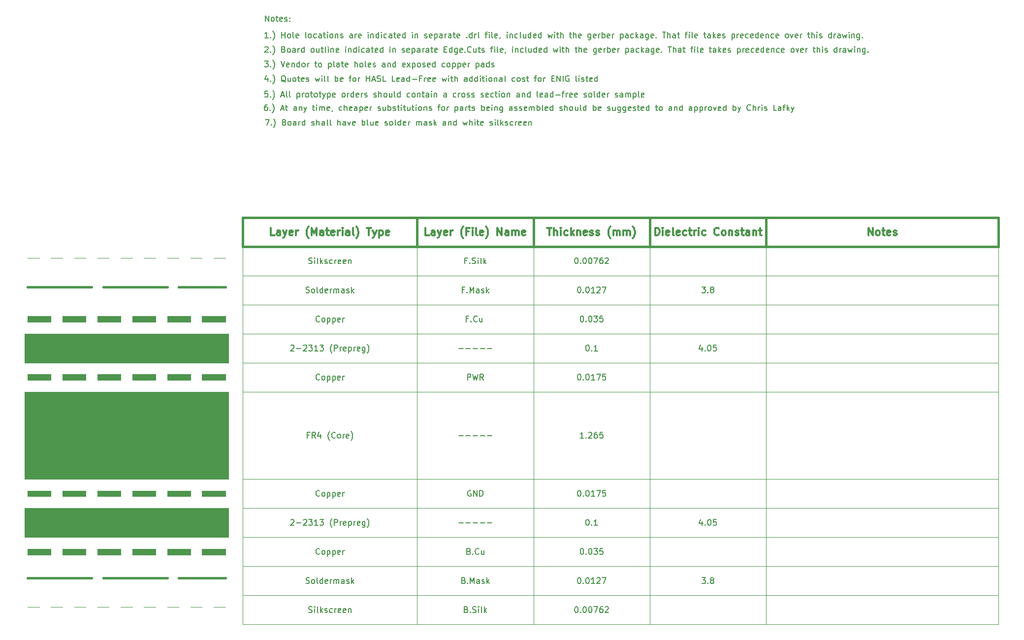
<source format=gbr>
%TF.GenerationSoftware,KiCad,Pcbnew,(5.1.9)-1*%
%TF.CreationDate,2021-04-27T21:37:28-04:00*%
%TF.ProjectId,mega_nrf24_usb,6d656761-5f6e-4726-9632-345f7573622e,rev?*%
%TF.SameCoordinates,Original*%
%TF.FileFunction,OtherDrawing,Comment*%
%FSLAX46Y46*%
G04 Gerber Fmt 4.6, Leading zero omitted, Abs format (unit mm)*
G04 Created by KiCad (PCBNEW (5.1.9)-1) date 2021-04-27 21:37:28*
%MOMM*%
%LPD*%
G01*
G04 APERTURE LIST*
%ADD10C,0.120000*%
%ADD11C,0.100000*%
%ADD12C,0.400000*%
%ADD13C,0.150000*%
%ADD14C,0.300000*%
G04 APERTURE END LIST*
D10*
%TO.C,REF\u002A\u002A*%
X25833000Y-76891900D02*
X23833000Y-76891900D01*
X29833000Y-76891900D02*
X27833000Y-76891900D01*
X33833000Y-76891900D02*
X31833000Y-76891900D01*
X37833000Y-76891900D02*
X35833000Y-76891900D01*
X41833000Y-76891900D02*
X39833000Y-76891900D01*
X45833000Y-76891900D02*
X43833000Y-76891900D01*
X49833000Y-76891900D02*
X47833000Y-76891900D01*
X53833000Y-76891900D02*
X51833000Y-76891900D01*
X57833000Y-76891900D02*
X55833000Y-76891900D01*
X130833000Y-74891900D02*
X110833000Y-74891900D01*
X90833000Y-74891900D02*
X110833000Y-74891900D01*
X60833000Y-74891900D02*
X90833000Y-74891900D01*
X90833000Y-74891900D02*
X90833000Y-79891900D01*
X60833000Y-74891900D02*
X60833000Y-79891900D01*
X130833000Y-74891900D02*
X130833000Y-79891900D01*
X110833000Y-74891900D02*
X110833000Y-79891900D01*
X130833000Y-74891900D02*
X150833000Y-74891900D01*
X150833000Y-74891900D02*
X150833000Y-79891900D01*
X150833000Y-74891900D02*
X190833000Y-74891900D01*
X190833000Y-74891900D02*
X190833000Y-79891900D01*
X60833000Y-79891900D02*
X90833000Y-79891900D01*
X110833000Y-79891900D02*
X90833000Y-79891900D01*
X110833000Y-79891900D02*
X130833000Y-79891900D01*
X130833000Y-79891900D02*
X150833000Y-79891900D01*
X150833000Y-79891900D02*
X190833000Y-79891900D01*
X150833000Y-79891900D02*
X190833000Y-79891900D01*
X130833000Y-79891900D02*
X150833000Y-79891900D01*
X110833000Y-79891900D02*
X130833000Y-79891900D01*
X110833000Y-79891900D02*
X90833000Y-79891900D01*
X60833000Y-79891900D02*
X90833000Y-79891900D01*
X190833000Y-74891900D02*
X190833000Y-79891900D01*
X150833000Y-74891900D02*
X190833000Y-74891900D01*
X150833000Y-74891900D02*
X150833000Y-79891900D01*
X130833000Y-74891900D02*
X150833000Y-74891900D01*
X110833000Y-74891900D02*
X110833000Y-79891900D01*
X130833000Y-74891900D02*
X130833000Y-79891900D01*
X60833000Y-74891900D02*
X60833000Y-79891900D01*
X90833000Y-74891900D02*
X90833000Y-79891900D01*
X60833000Y-74891900D02*
X90833000Y-74891900D01*
X90833000Y-74891900D02*
X110833000Y-74891900D01*
X130833000Y-74891900D02*
X110833000Y-74891900D01*
X130833000Y-74891900D02*
X110833000Y-74891900D01*
X90833000Y-74891900D02*
X110833000Y-74891900D01*
X60833000Y-74891900D02*
X90833000Y-74891900D01*
X90833000Y-74891900D02*
X90833000Y-79891900D01*
X60833000Y-74891900D02*
X60833000Y-79891900D01*
X130833000Y-74891900D02*
X130833000Y-79891900D01*
X110833000Y-74891900D02*
X110833000Y-79891900D01*
X130833000Y-74891900D02*
X150833000Y-74891900D01*
X150833000Y-74891900D02*
X150833000Y-79891900D01*
X150833000Y-74891900D02*
X190833000Y-74891900D01*
X190833000Y-74891900D02*
X190833000Y-79891900D01*
X60833000Y-79891900D02*
X90833000Y-79891900D01*
X110833000Y-79891900D02*
X90833000Y-79891900D01*
X110833000Y-79891900D02*
X130833000Y-79891900D01*
X130833000Y-79891900D02*
X150833000Y-79891900D01*
X150833000Y-79891900D02*
X190833000Y-79891900D01*
X150833000Y-89891900D02*
X190833000Y-89891900D01*
X130833000Y-89891900D02*
X150833000Y-89891900D01*
X110833000Y-89891900D02*
X130833000Y-89891900D01*
X110833000Y-89891900D02*
X90833000Y-89891900D01*
X60833000Y-89891900D02*
X90833000Y-89891900D01*
X60833000Y-99891900D02*
X90833000Y-99891900D01*
X110833000Y-99891900D02*
X90833000Y-99891900D01*
X110833000Y-99891900D02*
X130833000Y-99891900D01*
X130833000Y-99891900D02*
X150833000Y-99891900D01*
X150833000Y-99891900D02*
X190833000Y-99891900D01*
X150833000Y-89891900D02*
X190833000Y-89891900D01*
X130833000Y-89891900D02*
X150833000Y-89891900D01*
X110833000Y-89891900D02*
X130833000Y-89891900D01*
X110833000Y-89891900D02*
X90833000Y-89891900D01*
X60833000Y-89891900D02*
X90833000Y-89891900D01*
X130833000Y-84891900D02*
X110833000Y-84891900D01*
X90833000Y-84891900D02*
X110833000Y-84891900D01*
X60833000Y-84891900D02*
X90833000Y-84891900D01*
X90833000Y-84891900D02*
X90833000Y-89891900D01*
X60833000Y-84891900D02*
X60833000Y-89891900D01*
X130833000Y-84891900D02*
X130833000Y-89891900D01*
X110833000Y-84891900D02*
X110833000Y-89891900D01*
X130833000Y-84891900D02*
X150833000Y-84891900D01*
X150833000Y-84891900D02*
X150833000Y-89891900D01*
X150833000Y-84891900D02*
X190833000Y-84891900D01*
X190833000Y-84891900D02*
X190833000Y-89891900D01*
X60833000Y-89891900D02*
X90833000Y-89891900D01*
X110833000Y-89891900D02*
X90833000Y-89891900D01*
X110833000Y-89891900D02*
X130833000Y-89891900D01*
X130833000Y-89891900D02*
X150833000Y-89891900D01*
X150833000Y-89891900D02*
X190833000Y-89891900D01*
X190833000Y-89891900D02*
X190833000Y-94891900D01*
X150833000Y-89891900D02*
X150833000Y-94891900D01*
X130833000Y-89891900D02*
X130833000Y-94891900D01*
X110833000Y-89891900D02*
X110833000Y-94891900D01*
X90833000Y-89891900D02*
X90833000Y-94891900D01*
X60833000Y-89891900D02*
X60833000Y-94891900D01*
X60833000Y-94891900D02*
X60833000Y-99891900D01*
X60833000Y-99891900D02*
X60833000Y-104891900D01*
X60833000Y-99891900D02*
X90833000Y-99891900D01*
X90833000Y-94891900D02*
X90833000Y-99891900D01*
X90833000Y-99891900D02*
X110833000Y-99891900D01*
X110833000Y-99891900D02*
X110833000Y-94891900D01*
X110833000Y-99891900D02*
X130833000Y-99891900D01*
X130833000Y-99891900D02*
X130833000Y-94891900D01*
X130833000Y-99891900D02*
X150833000Y-99891900D01*
X150833000Y-99891900D02*
X150833000Y-94891900D01*
X150833000Y-99891900D02*
X190833000Y-99891900D01*
X190833000Y-99891900D02*
X190833000Y-94891900D01*
X190833000Y-99891900D02*
X190833000Y-104891900D01*
X150833000Y-104891900D02*
X150833000Y-99891900D01*
X130833000Y-104891900D02*
X130833000Y-99891900D01*
X110833000Y-104891900D02*
X110833000Y-99891900D01*
X90833000Y-104891900D02*
X90833000Y-99891900D01*
X60833000Y-104891900D02*
X60833000Y-109891900D01*
X90833000Y-109891900D02*
X90833000Y-104891900D01*
X110833000Y-109891900D02*
X110833000Y-104891900D01*
X130833000Y-109891900D02*
X130833000Y-104891900D01*
X150833000Y-109891900D02*
X150833000Y-104891900D01*
X190833000Y-104891900D02*
X190833000Y-109891900D01*
X60833000Y-109891900D02*
X60833000Y-114891900D01*
X60833000Y-114891900D02*
X90833000Y-114891900D01*
X90833000Y-114891900D02*
X90833000Y-109891900D01*
X90833000Y-114891900D02*
X110833000Y-114891900D01*
X110833000Y-109891900D02*
X110833000Y-114891900D01*
X110833000Y-114891900D02*
X130833000Y-114891900D01*
X130833000Y-114891900D02*
X130833000Y-109891900D01*
X130833000Y-114891900D02*
X150833000Y-114891900D01*
X150833000Y-114891900D02*
X150833000Y-109891900D01*
X190833000Y-114891900D02*
X190833000Y-109891900D01*
X150833000Y-114891900D02*
X190833000Y-114891900D01*
X60833000Y-119891900D02*
X90833000Y-119891900D01*
X60833000Y-114891900D02*
X60833000Y-119891900D01*
X90833000Y-114891900D02*
X90833000Y-119891900D01*
X90833000Y-119891900D02*
X110833000Y-119891900D01*
X110833000Y-119891900D02*
X110833000Y-114891900D01*
X110833000Y-119891900D02*
X130833000Y-119891900D01*
X130833000Y-119891900D02*
X130833000Y-114891900D01*
X130833000Y-119891900D02*
X150833000Y-119891900D01*
X150833000Y-114891900D02*
X150833000Y-119891900D01*
X150833000Y-119891900D02*
X190833000Y-119891900D01*
X190833000Y-119891900D02*
X190833000Y-114891900D01*
X90833000Y-124891900D02*
X90833000Y-119891900D01*
X60833000Y-124891900D02*
X90833000Y-124891900D01*
X60833000Y-119891900D02*
X60833000Y-124891900D01*
X90833000Y-124891900D02*
X110833000Y-124891900D01*
X110833000Y-119891900D02*
X110833000Y-124891900D01*
X110833000Y-124891900D02*
X130833000Y-124891900D01*
X130833000Y-124891900D02*
X130833000Y-119891900D01*
X130833000Y-124891900D02*
X150833000Y-124891900D01*
X150833000Y-124891900D02*
X150833000Y-119891900D01*
X150833000Y-124891900D02*
X190833000Y-124891900D01*
X190833000Y-124891900D02*
X190833000Y-119891900D01*
X60833000Y-79891900D02*
X60833000Y-84891900D01*
X90833000Y-79891900D02*
X90833000Y-84891900D01*
X110833000Y-79891900D02*
X110833000Y-84891900D01*
X130833000Y-79891900D02*
X130833000Y-84891900D01*
X150833000Y-79891900D02*
X150833000Y-84891900D01*
X60833000Y-94891900D02*
X90833000Y-94891900D01*
X90833000Y-94891900D02*
X110833000Y-94891900D01*
X110833000Y-94891900D02*
X130833000Y-94891900D01*
X130833000Y-94891900D02*
X150833000Y-94891900D01*
X150833000Y-94891900D02*
X190833000Y-94891900D01*
X190833000Y-79891900D02*
X190833000Y-84891900D01*
X60833000Y-124891900D02*
X60833000Y-129891900D01*
X60833000Y-129891900D02*
X90833000Y-129891900D01*
X90833000Y-129891900D02*
X90833000Y-124891900D01*
X110833000Y-124891900D02*
X110833000Y-129891900D01*
X130833000Y-124891900D02*
X130833000Y-129891900D01*
X150833000Y-124891900D02*
X150833000Y-129891900D01*
X190833000Y-124891900D02*
X190833000Y-129891900D01*
X150833000Y-129891900D02*
X190833000Y-129891900D01*
X150833000Y-129891900D02*
X130833000Y-129891900D01*
X130833000Y-129891900D02*
X110833000Y-129891900D01*
X110833000Y-129891900D02*
X90833000Y-129891900D01*
X60833000Y-129891900D02*
X60833000Y-134891900D01*
X60833000Y-134891900D02*
X90833000Y-134891900D01*
X90833000Y-134891900D02*
X90833000Y-129891900D01*
X90833000Y-134891900D02*
X110833000Y-134891900D01*
X110833000Y-134891900D02*
X110833000Y-129891900D01*
X110833000Y-134891900D02*
X130833000Y-134891900D01*
X130833000Y-134891900D02*
X130833000Y-129891900D01*
X130833000Y-134891900D02*
X150833000Y-134891900D01*
X150833000Y-134891900D02*
X150833000Y-129891900D01*
X150833000Y-134891900D02*
X190833000Y-134891900D01*
X190833000Y-134891900D02*
X190833000Y-129891900D01*
X60833000Y-134891900D02*
X60833000Y-139891900D01*
X60833000Y-139891900D02*
X90833000Y-139891900D01*
X90833000Y-139891900D02*
X90833000Y-134891900D01*
X90833000Y-139891900D02*
X110833000Y-139891900D01*
X110833000Y-139891900D02*
X110833000Y-134891900D01*
X110833000Y-139891900D02*
X130833000Y-139891900D01*
X130833000Y-139891900D02*
X130833000Y-134891900D01*
X130833000Y-139891900D02*
X150833000Y-139891900D01*
X150833000Y-139891900D02*
X150833000Y-134891900D01*
X150833000Y-139891900D02*
X190833000Y-139891900D01*
X190833000Y-139891900D02*
X190833000Y-134891900D01*
D11*
G36*
X58333000Y-114891900D02*
G01*
X23333000Y-114891900D01*
X23333000Y-99891900D01*
X58333000Y-99891900D01*
X58333000Y-114891900D01*
G37*
X58333000Y-114891900D02*
X23333000Y-114891900D01*
X23333000Y-99891900D01*
X58333000Y-99891900D01*
X58333000Y-114891900D01*
G36*
X58333000Y-94891900D02*
G01*
X23333000Y-94891900D01*
X23333000Y-89891900D01*
X58333000Y-89891900D01*
X58333000Y-94891900D01*
G37*
X58333000Y-94891900D02*
X23333000Y-94891900D01*
X23333000Y-89891900D01*
X58333000Y-89891900D01*
X58333000Y-94891900D01*
G36*
X58333000Y-124891900D02*
G01*
X23333000Y-124891900D01*
X23333000Y-119891900D01*
X58333000Y-119891900D01*
X58333000Y-124891900D01*
G37*
X58333000Y-124891900D02*
X23333000Y-124891900D01*
X23333000Y-119891900D01*
X58333000Y-119891900D01*
X58333000Y-124891900D01*
G36*
X27833000Y-117891900D02*
G01*
X23833000Y-117891900D01*
X23833000Y-116891900D01*
X27833000Y-116891900D01*
X27833000Y-117891900D01*
G37*
X27833000Y-117891900D02*
X23833000Y-117891900D01*
X23833000Y-116891900D01*
X27833000Y-116891900D01*
X27833000Y-117891900D01*
G36*
X33833000Y-117891900D02*
G01*
X29833000Y-117891900D01*
X29833000Y-116891900D01*
X33833000Y-116891900D01*
X33833000Y-117891900D01*
G37*
X33833000Y-117891900D02*
X29833000Y-117891900D01*
X29833000Y-116891900D01*
X33833000Y-116891900D01*
X33833000Y-117891900D01*
G36*
X39833000Y-117891900D02*
G01*
X35833000Y-117891900D01*
X35833000Y-116891900D01*
X39833000Y-116891900D01*
X39833000Y-117891900D01*
G37*
X39833000Y-117891900D02*
X35833000Y-117891900D01*
X35833000Y-116891900D01*
X39833000Y-116891900D01*
X39833000Y-117891900D01*
G36*
X45833000Y-117891900D02*
G01*
X41833000Y-117891900D01*
X41833000Y-116891900D01*
X45833000Y-116891900D01*
X45833000Y-117891900D01*
G37*
X45833000Y-117891900D02*
X41833000Y-117891900D01*
X41833000Y-116891900D01*
X45833000Y-116891900D01*
X45833000Y-117891900D01*
G36*
X51833000Y-117891900D02*
G01*
X47833000Y-117891900D01*
X47833000Y-116891900D01*
X51833000Y-116891900D01*
X51833000Y-117891900D01*
G37*
X51833000Y-117891900D02*
X47833000Y-117891900D01*
X47833000Y-116891900D01*
X51833000Y-116891900D01*
X51833000Y-117891900D01*
G36*
X57833000Y-117891900D02*
G01*
X53833000Y-117891900D01*
X53833000Y-116891900D01*
X57833000Y-116891900D01*
X57833000Y-117891900D01*
G37*
X57833000Y-117891900D02*
X53833000Y-117891900D01*
X53833000Y-116891900D01*
X57833000Y-116891900D01*
X57833000Y-117891900D01*
G36*
X27833000Y-97891900D02*
G01*
X23833000Y-97891900D01*
X23833000Y-96891900D01*
X27833000Y-96891900D01*
X27833000Y-97891900D01*
G37*
X27833000Y-97891900D02*
X23833000Y-97891900D01*
X23833000Y-96891900D01*
X27833000Y-96891900D01*
X27833000Y-97891900D01*
G36*
X39833000Y-97891900D02*
G01*
X35833000Y-97891900D01*
X35833000Y-96891900D01*
X39833000Y-96891900D01*
X39833000Y-97891900D01*
G37*
X39833000Y-97891900D02*
X35833000Y-97891900D01*
X35833000Y-96891900D01*
X39833000Y-96891900D01*
X39833000Y-97891900D01*
G36*
X45833000Y-97891900D02*
G01*
X41833000Y-97891900D01*
X41833000Y-96891900D01*
X45833000Y-96891900D01*
X45833000Y-97891900D01*
G37*
X45833000Y-97891900D02*
X41833000Y-97891900D01*
X41833000Y-96891900D01*
X45833000Y-96891900D01*
X45833000Y-97891900D01*
G36*
X33833000Y-97891900D02*
G01*
X29833000Y-97891900D01*
X29833000Y-96891900D01*
X33833000Y-96891900D01*
X33833000Y-97891900D01*
G37*
X33833000Y-97891900D02*
X29833000Y-97891900D01*
X29833000Y-96891900D01*
X33833000Y-96891900D01*
X33833000Y-97891900D01*
G36*
X57833000Y-97891900D02*
G01*
X53833000Y-97891900D01*
X53833000Y-96891900D01*
X57833000Y-96891900D01*
X57833000Y-97891900D01*
G37*
X57833000Y-97891900D02*
X53833000Y-97891900D01*
X53833000Y-96891900D01*
X57833000Y-96891900D01*
X57833000Y-97891900D01*
G36*
X51833000Y-97891900D02*
G01*
X47833000Y-97891900D01*
X47833000Y-96891900D01*
X51833000Y-96891900D01*
X51833000Y-97891900D01*
G37*
X51833000Y-97891900D02*
X47833000Y-97891900D01*
X47833000Y-96891900D01*
X51833000Y-96891900D01*
X51833000Y-97891900D01*
G36*
X27833000Y-87891900D02*
G01*
X23833000Y-87891900D01*
X23833000Y-86891900D01*
X27833000Y-86891900D01*
X27833000Y-87891900D01*
G37*
X27833000Y-87891900D02*
X23833000Y-87891900D01*
X23833000Y-86891900D01*
X27833000Y-86891900D01*
X27833000Y-87891900D01*
G36*
X33833000Y-87891900D02*
G01*
X29833000Y-87891900D01*
X29833000Y-86891900D01*
X33833000Y-86891900D01*
X33833000Y-87891900D01*
G37*
X33833000Y-87891900D02*
X29833000Y-87891900D01*
X29833000Y-86891900D01*
X33833000Y-86891900D01*
X33833000Y-87891900D01*
G36*
X39833000Y-87891900D02*
G01*
X35833000Y-87891900D01*
X35833000Y-86891900D01*
X39833000Y-86891900D01*
X39833000Y-87891900D01*
G37*
X39833000Y-87891900D02*
X35833000Y-87891900D01*
X35833000Y-86891900D01*
X39833000Y-86891900D01*
X39833000Y-87891900D01*
G36*
X57833000Y-87891900D02*
G01*
X53833000Y-87891900D01*
X53833000Y-86891900D01*
X57833000Y-86891900D01*
X57833000Y-87891900D01*
G37*
X57833000Y-87891900D02*
X53833000Y-87891900D01*
X53833000Y-86891900D01*
X57833000Y-86891900D01*
X57833000Y-87891900D01*
G36*
X45833000Y-87891900D02*
G01*
X41833000Y-87891900D01*
X41833000Y-86891900D01*
X45833000Y-86891900D01*
X45833000Y-87891900D01*
G37*
X45833000Y-87891900D02*
X41833000Y-87891900D01*
X41833000Y-86891900D01*
X45833000Y-86891900D01*
X45833000Y-87891900D01*
G36*
X51833000Y-87891900D02*
G01*
X47833000Y-87891900D01*
X47833000Y-86891900D01*
X51833000Y-86891900D01*
X51833000Y-87891900D01*
G37*
X51833000Y-87891900D02*
X47833000Y-87891900D01*
X47833000Y-86891900D01*
X51833000Y-86891900D01*
X51833000Y-87891900D01*
G36*
X27833000Y-127891900D02*
G01*
X23833000Y-127891900D01*
X23833000Y-126891900D01*
X27833000Y-126891900D01*
X27833000Y-127891900D01*
G37*
X27833000Y-127891900D02*
X23833000Y-127891900D01*
X23833000Y-126891900D01*
X27833000Y-126891900D01*
X27833000Y-127891900D01*
G36*
X33833000Y-127891900D02*
G01*
X29833000Y-127891900D01*
X29833000Y-126891900D01*
X33833000Y-126891900D01*
X33833000Y-127891900D01*
G37*
X33833000Y-127891900D02*
X29833000Y-127891900D01*
X29833000Y-126891900D01*
X33833000Y-126891900D01*
X33833000Y-127891900D01*
G36*
X39833000Y-127891900D02*
G01*
X35833000Y-127891900D01*
X35833000Y-126891900D01*
X39833000Y-126891900D01*
X39833000Y-127891900D01*
G37*
X39833000Y-127891900D02*
X35833000Y-127891900D01*
X35833000Y-126891900D01*
X39833000Y-126891900D01*
X39833000Y-127891900D01*
G36*
X57833000Y-127891900D02*
G01*
X53833000Y-127891900D01*
X53833000Y-126891900D01*
X57833000Y-126891900D01*
X57833000Y-127891900D01*
G37*
X57833000Y-127891900D02*
X53833000Y-127891900D01*
X53833000Y-126891900D01*
X57833000Y-126891900D01*
X57833000Y-127891900D01*
G36*
X45833000Y-127891900D02*
G01*
X41833000Y-127891900D01*
X41833000Y-126891900D01*
X45833000Y-126891900D01*
X45833000Y-127891900D01*
G37*
X45833000Y-127891900D02*
X41833000Y-127891900D01*
X41833000Y-126891900D01*
X45833000Y-126891900D01*
X45833000Y-127891900D01*
G36*
X51833000Y-127891900D02*
G01*
X47833000Y-127891900D01*
X47833000Y-126891900D01*
X51833000Y-126891900D01*
X51833000Y-127891900D01*
G37*
X51833000Y-127891900D02*
X47833000Y-127891900D01*
X47833000Y-126891900D01*
X51833000Y-126891900D01*
X51833000Y-127891900D01*
D12*
X23833000Y-81891900D02*
X34833000Y-81891900D01*
X36833000Y-81891900D02*
X47833000Y-81891900D01*
X49833000Y-81891900D02*
X57833000Y-81891900D01*
X23833000Y-131891900D02*
X34833000Y-131891900D01*
X36833000Y-131891900D02*
X47833000Y-131891900D01*
X49833000Y-131891900D02*
X57833000Y-131891900D01*
D10*
X25833000Y-136891900D02*
X23833000Y-136891900D01*
X37833000Y-136891900D02*
X35833000Y-136891900D01*
X53833000Y-136891900D02*
X51833000Y-136891900D01*
X57833000Y-136891900D02*
X55833000Y-136891900D01*
X41833000Y-136891900D02*
X39833000Y-136891900D01*
X49833000Y-136891900D02*
X47833000Y-136891900D01*
X29833000Y-136891900D02*
X27833000Y-136891900D01*
X33833000Y-136891900D02*
X31833000Y-136891900D01*
X45833000Y-136891900D02*
X43833000Y-136891900D01*
D12*
X60833000Y-74891900D02*
X60833000Y-69891900D01*
X60833000Y-69891900D02*
X90833000Y-69891900D01*
X90833000Y-69891900D02*
X90833000Y-74891900D01*
X90833000Y-74891900D02*
X60833000Y-74891900D01*
X90833000Y-74891900D02*
X110833000Y-74891900D01*
X110833000Y-74891900D02*
X110833000Y-69891900D01*
X110833000Y-69891900D02*
X90833000Y-69891900D01*
X110833000Y-69891900D02*
X130833000Y-69891900D01*
X130833000Y-69891900D02*
X130833000Y-74891900D01*
X130833000Y-74891900D02*
X110833000Y-74891900D01*
X130833000Y-74891900D02*
X150833000Y-74891900D01*
X150833000Y-74891900D02*
X150833000Y-69891900D01*
X150833000Y-69891900D02*
X130833000Y-69891900D01*
X150833000Y-74891900D02*
X190833000Y-74891900D01*
X190833000Y-74891900D02*
X190833000Y-69891900D01*
X190833000Y-69891900D02*
X150833000Y-69891900D01*
%TD*%
%TO.C,REF\u002A\u002A*%
D13*
X64705557Y-53046380D02*
X65372223Y-53046380D01*
X64943652Y-54046380D01*
X65753176Y-53951142D02*
X65800795Y-53998761D01*
X65753176Y-54046380D01*
X65705557Y-53998761D01*
X65753176Y-53951142D01*
X65753176Y-54046380D01*
X66134128Y-54427333D02*
X66181747Y-54379714D01*
X66276985Y-54236857D01*
X66324604Y-54141619D01*
X66372223Y-53998761D01*
X66419842Y-53760666D01*
X66419842Y-53570190D01*
X66372223Y-53332095D01*
X66324604Y-53189238D01*
X66276985Y-53094000D01*
X66181747Y-52951142D01*
X66134128Y-52903523D01*
X67991271Y-53522571D02*
X68134128Y-53570190D01*
X68181747Y-53617809D01*
X68229366Y-53713047D01*
X68229366Y-53855904D01*
X68181747Y-53951142D01*
X68134128Y-53998761D01*
X68038890Y-54046380D01*
X67657938Y-54046380D01*
X67657938Y-53046380D01*
X67991271Y-53046380D01*
X68086509Y-53094000D01*
X68134128Y-53141619D01*
X68181747Y-53236857D01*
X68181747Y-53332095D01*
X68134128Y-53427333D01*
X68086509Y-53474952D01*
X67991271Y-53522571D01*
X67657938Y-53522571D01*
X68800795Y-54046380D02*
X68705557Y-53998761D01*
X68657938Y-53951142D01*
X68610319Y-53855904D01*
X68610319Y-53570190D01*
X68657938Y-53474952D01*
X68705557Y-53427333D01*
X68800795Y-53379714D01*
X68943652Y-53379714D01*
X69038890Y-53427333D01*
X69086509Y-53474952D01*
X69134128Y-53570190D01*
X69134128Y-53855904D01*
X69086509Y-53951142D01*
X69038890Y-53998761D01*
X68943652Y-54046380D01*
X68800795Y-54046380D01*
X69991271Y-54046380D02*
X69991271Y-53522571D01*
X69943652Y-53427333D01*
X69848414Y-53379714D01*
X69657938Y-53379714D01*
X69562700Y-53427333D01*
X69991271Y-53998761D02*
X69896033Y-54046380D01*
X69657938Y-54046380D01*
X69562700Y-53998761D01*
X69515080Y-53903523D01*
X69515080Y-53808285D01*
X69562700Y-53713047D01*
X69657938Y-53665428D01*
X69896033Y-53665428D01*
X69991271Y-53617809D01*
X70467461Y-54046380D02*
X70467461Y-53379714D01*
X70467461Y-53570190D02*
X70515080Y-53474952D01*
X70562700Y-53427333D01*
X70657938Y-53379714D01*
X70753176Y-53379714D01*
X71515080Y-54046380D02*
X71515080Y-53046380D01*
X71515080Y-53998761D02*
X71419842Y-54046380D01*
X71229366Y-54046380D01*
X71134128Y-53998761D01*
X71086509Y-53951142D01*
X71038890Y-53855904D01*
X71038890Y-53570190D01*
X71086509Y-53474952D01*
X71134128Y-53427333D01*
X71229366Y-53379714D01*
X71419842Y-53379714D01*
X71515080Y-53427333D01*
X72705557Y-53998761D02*
X72800795Y-54046380D01*
X72991271Y-54046380D01*
X73086509Y-53998761D01*
X73134128Y-53903523D01*
X73134128Y-53855904D01*
X73086509Y-53760666D01*
X72991271Y-53713047D01*
X72848414Y-53713047D01*
X72753176Y-53665428D01*
X72705557Y-53570190D01*
X72705557Y-53522571D01*
X72753176Y-53427333D01*
X72848414Y-53379714D01*
X72991271Y-53379714D01*
X73086509Y-53427333D01*
X73562700Y-54046380D02*
X73562700Y-53046380D01*
X73991271Y-54046380D02*
X73991271Y-53522571D01*
X73943652Y-53427333D01*
X73848414Y-53379714D01*
X73705557Y-53379714D01*
X73610319Y-53427333D01*
X73562700Y-53474952D01*
X74896033Y-54046380D02*
X74896033Y-53522571D01*
X74848414Y-53427333D01*
X74753176Y-53379714D01*
X74562700Y-53379714D01*
X74467461Y-53427333D01*
X74896033Y-53998761D02*
X74800795Y-54046380D01*
X74562700Y-54046380D01*
X74467461Y-53998761D01*
X74419842Y-53903523D01*
X74419842Y-53808285D01*
X74467461Y-53713047D01*
X74562700Y-53665428D01*
X74800795Y-53665428D01*
X74896033Y-53617809D01*
X75515080Y-54046380D02*
X75419842Y-53998761D01*
X75372223Y-53903523D01*
X75372223Y-53046380D01*
X76038890Y-54046380D02*
X75943652Y-53998761D01*
X75896033Y-53903523D01*
X75896033Y-53046380D01*
X77181747Y-54046380D02*
X77181747Y-53046380D01*
X77610319Y-54046380D02*
X77610319Y-53522571D01*
X77562700Y-53427333D01*
X77467461Y-53379714D01*
X77324604Y-53379714D01*
X77229366Y-53427333D01*
X77181747Y-53474952D01*
X78515080Y-54046380D02*
X78515080Y-53522571D01*
X78467461Y-53427333D01*
X78372223Y-53379714D01*
X78181747Y-53379714D01*
X78086509Y-53427333D01*
X78515080Y-53998761D02*
X78419842Y-54046380D01*
X78181747Y-54046380D01*
X78086509Y-53998761D01*
X78038890Y-53903523D01*
X78038890Y-53808285D01*
X78086509Y-53713047D01*
X78181747Y-53665428D01*
X78419842Y-53665428D01*
X78515080Y-53617809D01*
X78896033Y-53379714D02*
X79134128Y-54046380D01*
X79372223Y-53379714D01*
X80134128Y-53998761D02*
X80038890Y-54046380D01*
X79848414Y-54046380D01*
X79753176Y-53998761D01*
X79705557Y-53903523D01*
X79705557Y-53522571D01*
X79753176Y-53427333D01*
X79848414Y-53379714D01*
X80038890Y-53379714D01*
X80134128Y-53427333D01*
X80181747Y-53522571D01*
X80181747Y-53617809D01*
X79705557Y-53713047D01*
X81372223Y-54046380D02*
X81372223Y-53046380D01*
X81372223Y-53427333D02*
X81467461Y-53379714D01*
X81657938Y-53379714D01*
X81753176Y-53427333D01*
X81800795Y-53474952D01*
X81848414Y-53570190D01*
X81848414Y-53855904D01*
X81800795Y-53951142D01*
X81753176Y-53998761D01*
X81657938Y-54046380D01*
X81467461Y-54046380D01*
X81372223Y-53998761D01*
X82419842Y-54046380D02*
X82324604Y-53998761D01*
X82276985Y-53903523D01*
X82276985Y-53046380D01*
X83229366Y-53379714D02*
X83229366Y-54046380D01*
X82800795Y-53379714D02*
X82800795Y-53903523D01*
X82848414Y-53998761D01*
X82943652Y-54046380D01*
X83086509Y-54046380D01*
X83181747Y-53998761D01*
X83229366Y-53951142D01*
X84086509Y-53998761D02*
X83991271Y-54046380D01*
X83800795Y-54046380D01*
X83705557Y-53998761D01*
X83657938Y-53903523D01*
X83657938Y-53522571D01*
X83705557Y-53427333D01*
X83800795Y-53379714D01*
X83991271Y-53379714D01*
X84086509Y-53427333D01*
X84134128Y-53522571D01*
X84134128Y-53617809D01*
X83657938Y-53713047D01*
X85276985Y-53998761D02*
X85372223Y-54046380D01*
X85562700Y-54046380D01*
X85657938Y-53998761D01*
X85705557Y-53903523D01*
X85705557Y-53855904D01*
X85657938Y-53760666D01*
X85562700Y-53713047D01*
X85419842Y-53713047D01*
X85324604Y-53665428D01*
X85276985Y-53570190D01*
X85276985Y-53522571D01*
X85324604Y-53427333D01*
X85419842Y-53379714D01*
X85562700Y-53379714D01*
X85657938Y-53427333D01*
X86276985Y-54046380D02*
X86181747Y-53998761D01*
X86134128Y-53951142D01*
X86086509Y-53855904D01*
X86086509Y-53570190D01*
X86134128Y-53474952D01*
X86181747Y-53427333D01*
X86276985Y-53379714D01*
X86419842Y-53379714D01*
X86515080Y-53427333D01*
X86562700Y-53474952D01*
X86610319Y-53570190D01*
X86610319Y-53855904D01*
X86562700Y-53951142D01*
X86515080Y-53998761D01*
X86419842Y-54046380D01*
X86276985Y-54046380D01*
X87181747Y-54046380D02*
X87086509Y-53998761D01*
X87038890Y-53903523D01*
X87038890Y-53046380D01*
X87991271Y-54046380D02*
X87991271Y-53046380D01*
X87991271Y-53998761D02*
X87896033Y-54046380D01*
X87705557Y-54046380D01*
X87610319Y-53998761D01*
X87562700Y-53951142D01*
X87515080Y-53855904D01*
X87515080Y-53570190D01*
X87562700Y-53474952D01*
X87610319Y-53427333D01*
X87705557Y-53379714D01*
X87896033Y-53379714D01*
X87991271Y-53427333D01*
X88848414Y-53998761D02*
X88753176Y-54046380D01*
X88562699Y-54046380D01*
X88467461Y-53998761D01*
X88419842Y-53903523D01*
X88419842Y-53522571D01*
X88467461Y-53427333D01*
X88562699Y-53379714D01*
X88753176Y-53379714D01*
X88848414Y-53427333D01*
X88896033Y-53522571D01*
X88896033Y-53617809D01*
X88419842Y-53713047D01*
X89324604Y-54046380D02*
X89324604Y-53379714D01*
X89324604Y-53570190D02*
X89372223Y-53474952D01*
X89419842Y-53427333D01*
X89515080Y-53379714D01*
X89610319Y-53379714D01*
X90705557Y-54046380D02*
X90705557Y-53379714D01*
X90705557Y-53474952D02*
X90753176Y-53427333D01*
X90848414Y-53379714D01*
X90991271Y-53379714D01*
X91086509Y-53427333D01*
X91134128Y-53522571D01*
X91134128Y-54046380D01*
X91134128Y-53522571D02*
X91181747Y-53427333D01*
X91276985Y-53379714D01*
X91419842Y-53379714D01*
X91515080Y-53427333D01*
X91562700Y-53522571D01*
X91562700Y-54046380D01*
X92467461Y-54046380D02*
X92467461Y-53522571D01*
X92419842Y-53427333D01*
X92324604Y-53379714D01*
X92134128Y-53379714D01*
X92038890Y-53427333D01*
X92467461Y-53998761D02*
X92372223Y-54046380D01*
X92134128Y-54046380D01*
X92038890Y-53998761D01*
X91991271Y-53903523D01*
X91991271Y-53808285D01*
X92038890Y-53713047D01*
X92134128Y-53665428D01*
X92372223Y-53665428D01*
X92467461Y-53617809D01*
X92896033Y-53998761D02*
X92991271Y-54046380D01*
X93181747Y-54046380D01*
X93276985Y-53998761D01*
X93324604Y-53903523D01*
X93324604Y-53855904D01*
X93276985Y-53760666D01*
X93181747Y-53713047D01*
X93038890Y-53713047D01*
X92943652Y-53665428D01*
X92896033Y-53570190D01*
X92896033Y-53522571D01*
X92943652Y-53427333D01*
X93038890Y-53379714D01*
X93181747Y-53379714D01*
X93276985Y-53427333D01*
X93753176Y-54046380D02*
X93753176Y-53046380D01*
X93848414Y-53665428D02*
X94134128Y-54046380D01*
X94134128Y-53379714D02*
X93753176Y-53760666D01*
X95753176Y-54046380D02*
X95753176Y-53522571D01*
X95705557Y-53427333D01*
X95610319Y-53379714D01*
X95419842Y-53379714D01*
X95324604Y-53427333D01*
X95753176Y-53998761D02*
X95657938Y-54046380D01*
X95419842Y-54046380D01*
X95324604Y-53998761D01*
X95276985Y-53903523D01*
X95276985Y-53808285D01*
X95324604Y-53713047D01*
X95419842Y-53665428D01*
X95657938Y-53665428D01*
X95753176Y-53617809D01*
X96229366Y-53379714D02*
X96229366Y-54046380D01*
X96229366Y-53474952D02*
X96276985Y-53427333D01*
X96372223Y-53379714D01*
X96515080Y-53379714D01*
X96610319Y-53427333D01*
X96657938Y-53522571D01*
X96657938Y-54046380D01*
X97562699Y-54046380D02*
X97562699Y-53046380D01*
X97562699Y-53998761D02*
X97467461Y-54046380D01*
X97276985Y-54046380D01*
X97181747Y-53998761D01*
X97134128Y-53951142D01*
X97086509Y-53855904D01*
X97086509Y-53570190D01*
X97134128Y-53474952D01*
X97181747Y-53427333D01*
X97276985Y-53379714D01*
X97467461Y-53379714D01*
X97562699Y-53427333D01*
X98705557Y-53379714D02*
X98896033Y-54046380D01*
X99086509Y-53570190D01*
X99276985Y-54046380D01*
X99467461Y-53379714D01*
X99848414Y-54046380D02*
X99848414Y-53046380D01*
X100276985Y-54046380D02*
X100276985Y-53522571D01*
X100229366Y-53427333D01*
X100134128Y-53379714D01*
X99991271Y-53379714D01*
X99896033Y-53427333D01*
X99848414Y-53474952D01*
X100753176Y-54046380D02*
X100753176Y-53379714D01*
X100753176Y-53046380D02*
X100705557Y-53094000D01*
X100753176Y-53141619D01*
X100800795Y-53094000D01*
X100753176Y-53046380D01*
X100753176Y-53141619D01*
X101086509Y-53379714D02*
X101467461Y-53379714D01*
X101229366Y-53046380D02*
X101229366Y-53903523D01*
X101276985Y-53998761D01*
X101372223Y-54046380D01*
X101467461Y-54046380D01*
X102181747Y-53998761D02*
X102086509Y-54046380D01*
X101896033Y-54046380D01*
X101800795Y-53998761D01*
X101753176Y-53903523D01*
X101753176Y-53522571D01*
X101800795Y-53427333D01*
X101896033Y-53379714D01*
X102086509Y-53379714D01*
X102181747Y-53427333D01*
X102229366Y-53522571D01*
X102229366Y-53617809D01*
X101753176Y-53713047D01*
X103372223Y-53998761D02*
X103467461Y-54046380D01*
X103657938Y-54046380D01*
X103753176Y-53998761D01*
X103800795Y-53903523D01*
X103800795Y-53855904D01*
X103753176Y-53760666D01*
X103657938Y-53713047D01*
X103515080Y-53713047D01*
X103419842Y-53665428D01*
X103372223Y-53570190D01*
X103372223Y-53522571D01*
X103419842Y-53427333D01*
X103515080Y-53379714D01*
X103657938Y-53379714D01*
X103753176Y-53427333D01*
X104229366Y-54046380D02*
X104229366Y-53379714D01*
X104229366Y-53046380D02*
X104181747Y-53094000D01*
X104229366Y-53141619D01*
X104276985Y-53094000D01*
X104229366Y-53046380D01*
X104229366Y-53141619D01*
X104848414Y-54046380D02*
X104753176Y-53998761D01*
X104705557Y-53903523D01*
X104705557Y-53046380D01*
X105229366Y-54046380D02*
X105229366Y-53046380D01*
X105324604Y-53665428D02*
X105610319Y-54046380D01*
X105610319Y-53379714D02*
X105229366Y-53760666D01*
X105991271Y-53998761D02*
X106086509Y-54046380D01*
X106276985Y-54046380D01*
X106372223Y-53998761D01*
X106419842Y-53903523D01*
X106419842Y-53855904D01*
X106372223Y-53760666D01*
X106276985Y-53713047D01*
X106134128Y-53713047D01*
X106038890Y-53665428D01*
X105991271Y-53570190D01*
X105991271Y-53522571D01*
X106038890Y-53427333D01*
X106134128Y-53379714D01*
X106276985Y-53379714D01*
X106372223Y-53427333D01*
X107276985Y-53998761D02*
X107181747Y-54046380D01*
X106991271Y-54046380D01*
X106896033Y-53998761D01*
X106848414Y-53951142D01*
X106800795Y-53855904D01*
X106800795Y-53570190D01*
X106848414Y-53474952D01*
X106896033Y-53427333D01*
X106991271Y-53379714D01*
X107181747Y-53379714D01*
X107276985Y-53427333D01*
X107705557Y-54046380D02*
X107705557Y-53379714D01*
X107705557Y-53570190D02*
X107753176Y-53474952D01*
X107800795Y-53427333D01*
X107896033Y-53379714D01*
X107991271Y-53379714D01*
X108705557Y-53998761D02*
X108610319Y-54046380D01*
X108419842Y-54046380D01*
X108324604Y-53998761D01*
X108276985Y-53903523D01*
X108276985Y-53522571D01*
X108324604Y-53427333D01*
X108419842Y-53379714D01*
X108610319Y-53379714D01*
X108705557Y-53427333D01*
X108753176Y-53522571D01*
X108753176Y-53617809D01*
X108276985Y-53713047D01*
X109562699Y-53998761D02*
X109467461Y-54046380D01*
X109276985Y-54046380D01*
X109181747Y-53998761D01*
X109134128Y-53903523D01*
X109134128Y-53522571D01*
X109181747Y-53427333D01*
X109276985Y-53379714D01*
X109467461Y-53379714D01*
X109562699Y-53427333D01*
X109610319Y-53522571D01*
X109610319Y-53617809D01*
X109134128Y-53713047D01*
X110038890Y-53379714D02*
X110038890Y-54046380D01*
X110038890Y-53474952D02*
X110086509Y-53427333D01*
X110181747Y-53379714D01*
X110324604Y-53379714D01*
X110419842Y-53427333D01*
X110467461Y-53522571D01*
X110467461Y-54046380D01*
X65113166Y-45842814D02*
X65113166Y-46509480D01*
X64875071Y-45461861D02*
X64636976Y-46176147D01*
X65256023Y-46176147D01*
X65636976Y-46414242D02*
X65684595Y-46461861D01*
X65636976Y-46509480D01*
X65589357Y-46461861D01*
X65636976Y-46414242D01*
X65636976Y-46509480D01*
X66017928Y-46890433D02*
X66065547Y-46842814D01*
X66160785Y-46699957D01*
X66208404Y-46604719D01*
X66256023Y-46461861D01*
X66303642Y-46223766D01*
X66303642Y-46033290D01*
X66256023Y-45795195D01*
X66208404Y-45652338D01*
X66160785Y-45557100D01*
X66065547Y-45414242D01*
X66017928Y-45366623D01*
X68208404Y-46604719D02*
X68113166Y-46557100D01*
X68017928Y-46461861D01*
X67875071Y-46319004D01*
X67779833Y-46271385D01*
X67684595Y-46271385D01*
X67732214Y-46509480D02*
X67636976Y-46461861D01*
X67541738Y-46366623D01*
X67494119Y-46176147D01*
X67494119Y-45842814D01*
X67541738Y-45652338D01*
X67636976Y-45557100D01*
X67732214Y-45509480D01*
X67922690Y-45509480D01*
X68017928Y-45557100D01*
X68113166Y-45652338D01*
X68160785Y-45842814D01*
X68160785Y-46176147D01*
X68113166Y-46366623D01*
X68017928Y-46461861D01*
X67922690Y-46509480D01*
X67732214Y-46509480D01*
X69017928Y-45842814D02*
X69017928Y-46509480D01*
X68589357Y-45842814D02*
X68589357Y-46366623D01*
X68636976Y-46461861D01*
X68732214Y-46509480D01*
X68875071Y-46509480D01*
X68970309Y-46461861D01*
X69017928Y-46414242D01*
X69636976Y-46509480D02*
X69541738Y-46461861D01*
X69494119Y-46414242D01*
X69446500Y-46319004D01*
X69446500Y-46033290D01*
X69494119Y-45938052D01*
X69541738Y-45890433D01*
X69636976Y-45842814D01*
X69779833Y-45842814D01*
X69875071Y-45890433D01*
X69922690Y-45938052D01*
X69970309Y-46033290D01*
X69970309Y-46319004D01*
X69922690Y-46414242D01*
X69875071Y-46461861D01*
X69779833Y-46509480D01*
X69636976Y-46509480D01*
X70256023Y-45842814D02*
X70636976Y-45842814D01*
X70398880Y-45509480D02*
X70398880Y-46366623D01*
X70446500Y-46461861D01*
X70541738Y-46509480D01*
X70636976Y-46509480D01*
X71351261Y-46461861D02*
X71256023Y-46509480D01*
X71065547Y-46509480D01*
X70970309Y-46461861D01*
X70922690Y-46366623D01*
X70922690Y-45985671D01*
X70970309Y-45890433D01*
X71065547Y-45842814D01*
X71256023Y-45842814D01*
X71351261Y-45890433D01*
X71398880Y-45985671D01*
X71398880Y-46080909D01*
X70922690Y-46176147D01*
X71779833Y-46461861D02*
X71875071Y-46509480D01*
X72065547Y-46509480D01*
X72160785Y-46461861D01*
X72208404Y-46366623D01*
X72208404Y-46319004D01*
X72160785Y-46223766D01*
X72065547Y-46176147D01*
X71922690Y-46176147D01*
X71827452Y-46128528D01*
X71779833Y-46033290D01*
X71779833Y-45985671D01*
X71827452Y-45890433D01*
X71922690Y-45842814D01*
X72065547Y-45842814D01*
X72160785Y-45890433D01*
X73303642Y-45842814D02*
X73494119Y-46509480D01*
X73684595Y-46033290D01*
X73875071Y-46509480D01*
X74065547Y-45842814D01*
X74446500Y-46509480D02*
X74446500Y-45842814D01*
X74446500Y-45509480D02*
X74398880Y-45557100D01*
X74446500Y-45604719D01*
X74494119Y-45557100D01*
X74446500Y-45509480D01*
X74446500Y-45604719D01*
X75065547Y-46509480D02*
X74970309Y-46461861D01*
X74922690Y-46366623D01*
X74922690Y-45509480D01*
X75589357Y-46509480D02*
X75494119Y-46461861D01*
X75446500Y-46366623D01*
X75446500Y-45509480D01*
X76732214Y-46509480D02*
X76732214Y-45509480D01*
X76732214Y-45890433D02*
X76827452Y-45842814D01*
X77017928Y-45842814D01*
X77113166Y-45890433D01*
X77160785Y-45938052D01*
X77208404Y-46033290D01*
X77208404Y-46319004D01*
X77160785Y-46414242D01*
X77113166Y-46461861D01*
X77017928Y-46509480D01*
X76827452Y-46509480D01*
X76732214Y-46461861D01*
X78017928Y-46461861D02*
X77922690Y-46509480D01*
X77732214Y-46509480D01*
X77636976Y-46461861D01*
X77589357Y-46366623D01*
X77589357Y-45985671D01*
X77636976Y-45890433D01*
X77732214Y-45842814D01*
X77922690Y-45842814D01*
X78017928Y-45890433D01*
X78065547Y-45985671D01*
X78065547Y-46080909D01*
X77589357Y-46176147D01*
X79113166Y-45842814D02*
X79494119Y-45842814D01*
X79256023Y-46509480D02*
X79256023Y-45652338D01*
X79303642Y-45557100D01*
X79398880Y-45509480D01*
X79494119Y-45509480D01*
X79970309Y-46509480D02*
X79875071Y-46461861D01*
X79827452Y-46414242D01*
X79779833Y-46319004D01*
X79779833Y-46033290D01*
X79827452Y-45938052D01*
X79875071Y-45890433D01*
X79970309Y-45842814D01*
X80113166Y-45842814D01*
X80208404Y-45890433D01*
X80256023Y-45938052D01*
X80303642Y-46033290D01*
X80303642Y-46319004D01*
X80256023Y-46414242D01*
X80208404Y-46461861D01*
X80113166Y-46509480D01*
X79970309Y-46509480D01*
X80732214Y-46509480D02*
X80732214Y-45842814D01*
X80732214Y-46033290D02*
X80779833Y-45938052D01*
X80827452Y-45890433D01*
X80922690Y-45842814D01*
X81017928Y-45842814D01*
X82113166Y-46509480D02*
X82113166Y-45509480D01*
X82113166Y-45985671D02*
X82684595Y-45985671D01*
X82684595Y-46509480D02*
X82684595Y-45509480D01*
X83113166Y-46223766D02*
X83589357Y-46223766D01*
X83017928Y-46509480D02*
X83351261Y-45509480D01*
X83684595Y-46509480D01*
X83970309Y-46461861D02*
X84113166Y-46509480D01*
X84351261Y-46509480D01*
X84446500Y-46461861D01*
X84494119Y-46414242D01*
X84541738Y-46319004D01*
X84541738Y-46223766D01*
X84494119Y-46128528D01*
X84446500Y-46080909D01*
X84351261Y-46033290D01*
X84160785Y-45985671D01*
X84065547Y-45938052D01*
X84017928Y-45890433D01*
X83970309Y-45795195D01*
X83970309Y-45699957D01*
X84017928Y-45604719D01*
X84065547Y-45557100D01*
X84160785Y-45509480D01*
X84398880Y-45509480D01*
X84541738Y-45557100D01*
X85446500Y-46509480D02*
X84970309Y-46509480D01*
X84970309Y-45509480D01*
X87017928Y-46509480D02*
X86541738Y-46509480D01*
X86541738Y-45509480D01*
X87732214Y-46461861D02*
X87636976Y-46509480D01*
X87446500Y-46509480D01*
X87351261Y-46461861D01*
X87303642Y-46366623D01*
X87303642Y-45985671D01*
X87351261Y-45890433D01*
X87446500Y-45842814D01*
X87636976Y-45842814D01*
X87732214Y-45890433D01*
X87779833Y-45985671D01*
X87779833Y-46080909D01*
X87303642Y-46176147D01*
X88636976Y-46509480D02*
X88636976Y-45985671D01*
X88589357Y-45890433D01*
X88494119Y-45842814D01*
X88303642Y-45842814D01*
X88208404Y-45890433D01*
X88636976Y-46461861D02*
X88541738Y-46509480D01*
X88303642Y-46509480D01*
X88208404Y-46461861D01*
X88160785Y-46366623D01*
X88160785Y-46271385D01*
X88208404Y-46176147D01*
X88303642Y-46128528D01*
X88541738Y-46128528D01*
X88636976Y-46080909D01*
X89541738Y-46509480D02*
X89541738Y-45509480D01*
X89541738Y-46461861D02*
X89446500Y-46509480D01*
X89256023Y-46509480D01*
X89160785Y-46461861D01*
X89113166Y-46414242D01*
X89065547Y-46319004D01*
X89065547Y-46033290D01*
X89113166Y-45938052D01*
X89160785Y-45890433D01*
X89256023Y-45842814D01*
X89446500Y-45842814D01*
X89541738Y-45890433D01*
X90017928Y-46128528D02*
X90779833Y-46128528D01*
X91589357Y-45985671D02*
X91256023Y-45985671D01*
X91256023Y-46509480D02*
X91256023Y-45509480D01*
X91732214Y-45509480D01*
X92113166Y-46509480D02*
X92113166Y-45842814D01*
X92113166Y-46033290D02*
X92160785Y-45938052D01*
X92208404Y-45890433D01*
X92303642Y-45842814D01*
X92398880Y-45842814D01*
X93113166Y-46461861D02*
X93017928Y-46509480D01*
X92827452Y-46509480D01*
X92732214Y-46461861D01*
X92684595Y-46366623D01*
X92684595Y-45985671D01*
X92732214Y-45890433D01*
X92827452Y-45842814D01*
X93017928Y-45842814D01*
X93113166Y-45890433D01*
X93160785Y-45985671D01*
X93160785Y-46080909D01*
X92684595Y-46176147D01*
X93970309Y-46461861D02*
X93875071Y-46509480D01*
X93684595Y-46509480D01*
X93589357Y-46461861D01*
X93541738Y-46366623D01*
X93541738Y-45985671D01*
X93589357Y-45890433D01*
X93684595Y-45842814D01*
X93875071Y-45842814D01*
X93970309Y-45890433D01*
X94017928Y-45985671D01*
X94017928Y-46080909D01*
X93541738Y-46176147D01*
X95113166Y-45842814D02*
X95303642Y-46509480D01*
X95494119Y-46033290D01*
X95684595Y-46509480D01*
X95875071Y-45842814D01*
X96256023Y-46509480D02*
X96256023Y-45842814D01*
X96256023Y-45509480D02*
X96208404Y-45557100D01*
X96256023Y-45604719D01*
X96303642Y-45557100D01*
X96256023Y-45509480D01*
X96256023Y-45604719D01*
X96589357Y-45842814D02*
X96970309Y-45842814D01*
X96732214Y-45509480D02*
X96732214Y-46366623D01*
X96779833Y-46461861D01*
X96875071Y-46509480D01*
X96970309Y-46509480D01*
X97303642Y-46509480D02*
X97303642Y-45509480D01*
X97732214Y-46509480D02*
X97732214Y-45985671D01*
X97684595Y-45890433D01*
X97589357Y-45842814D01*
X97446500Y-45842814D01*
X97351261Y-45890433D01*
X97303642Y-45938052D01*
X99398880Y-46509480D02*
X99398880Y-45985671D01*
X99351261Y-45890433D01*
X99256023Y-45842814D01*
X99065547Y-45842814D01*
X98970309Y-45890433D01*
X99398880Y-46461861D02*
X99303642Y-46509480D01*
X99065547Y-46509480D01*
X98970309Y-46461861D01*
X98922690Y-46366623D01*
X98922690Y-46271385D01*
X98970309Y-46176147D01*
X99065547Y-46128528D01*
X99303642Y-46128528D01*
X99398880Y-46080909D01*
X100303642Y-46509480D02*
X100303642Y-45509480D01*
X100303642Y-46461861D02*
X100208404Y-46509480D01*
X100017928Y-46509480D01*
X99922690Y-46461861D01*
X99875071Y-46414242D01*
X99827452Y-46319004D01*
X99827452Y-46033290D01*
X99875071Y-45938052D01*
X99922690Y-45890433D01*
X100017928Y-45842814D01*
X100208404Y-45842814D01*
X100303642Y-45890433D01*
X101208404Y-46509480D02*
X101208404Y-45509480D01*
X101208404Y-46461861D02*
X101113166Y-46509480D01*
X100922690Y-46509480D01*
X100827452Y-46461861D01*
X100779833Y-46414242D01*
X100732214Y-46319004D01*
X100732214Y-46033290D01*
X100779833Y-45938052D01*
X100827452Y-45890433D01*
X100922690Y-45842814D01*
X101113166Y-45842814D01*
X101208404Y-45890433D01*
X101684595Y-46509480D02*
X101684595Y-45842814D01*
X101684595Y-45509480D02*
X101636976Y-45557100D01*
X101684595Y-45604719D01*
X101732214Y-45557100D01*
X101684595Y-45509480D01*
X101684595Y-45604719D01*
X102017928Y-45842814D02*
X102398880Y-45842814D01*
X102160785Y-45509480D02*
X102160785Y-46366623D01*
X102208404Y-46461861D01*
X102303642Y-46509480D01*
X102398880Y-46509480D01*
X102732214Y-46509480D02*
X102732214Y-45842814D01*
X102732214Y-45509480D02*
X102684595Y-45557100D01*
X102732214Y-45604719D01*
X102779833Y-45557100D01*
X102732214Y-45509480D01*
X102732214Y-45604719D01*
X103351261Y-46509480D02*
X103256023Y-46461861D01*
X103208404Y-46414242D01*
X103160785Y-46319004D01*
X103160785Y-46033290D01*
X103208404Y-45938052D01*
X103256023Y-45890433D01*
X103351261Y-45842814D01*
X103494119Y-45842814D01*
X103589357Y-45890433D01*
X103636976Y-45938052D01*
X103684595Y-46033290D01*
X103684595Y-46319004D01*
X103636976Y-46414242D01*
X103589357Y-46461861D01*
X103494119Y-46509480D01*
X103351261Y-46509480D01*
X104113166Y-45842814D02*
X104113166Y-46509480D01*
X104113166Y-45938052D02*
X104160785Y-45890433D01*
X104256023Y-45842814D01*
X104398880Y-45842814D01*
X104494119Y-45890433D01*
X104541738Y-45985671D01*
X104541738Y-46509480D01*
X105446500Y-46509480D02*
X105446500Y-45985671D01*
X105398880Y-45890433D01*
X105303642Y-45842814D01*
X105113166Y-45842814D01*
X105017928Y-45890433D01*
X105446500Y-46461861D02*
X105351261Y-46509480D01*
X105113166Y-46509480D01*
X105017928Y-46461861D01*
X104970309Y-46366623D01*
X104970309Y-46271385D01*
X105017928Y-46176147D01*
X105113166Y-46128528D01*
X105351261Y-46128528D01*
X105446500Y-46080909D01*
X106065547Y-46509480D02*
X105970309Y-46461861D01*
X105922690Y-46366623D01*
X105922690Y-45509480D01*
X107636976Y-46461861D02*
X107541738Y-46509480D01*
X107351261Y-46509480D01*
X107256023Y-46461861D01*
X107208404Y-46414242D01*
X107160785Y-46319004D01*
X107160785Y-46033290D01*
X107208404Y-45938052D01*
X107256023Y-45890433D01*
X107351261Y-45842814D01*
X107541738Y-45842814D01*
X107636976Y-45890433D01*
X108208404Y-46509480D02*
X108113166Y-46461861D01*
X108065547Y-46414242D01*
X108017928Y-46319004D01*
X108017928Y-46033290D01*
X108065547Y-45938052D01*
X108113166Y-45890433D01*
X108208404Y-45842814D01*
X108351261Y-45842814D01*
X108446500Y-45890433D01*
X108494119Y-45938052D01*
X108541738Y-46033290D01*
X108541738Y-46319004D01*
X108494119Y-46414242D01*
X108446500Y-46461861D01*
X108351261Y-46509480D01*
X108208404Y-46509480D01*
X108922690Y-46461861D02*
X109017928Y-46509480D01*
X109208404Y-46509480D01*
X109303642Y-46461861D01*
X109351261Y-46366623D01*
X109351261Y-46319004D01*
X109303642Y-46223766D01*
X109208404Y-46176147D01*
X109065547Y-46176147D01*
X108970309Y-46128528D01*
X108922690Y-46033290D01*
X108922690Y-45985671D01*
X108970309Y-45890433D01*
X109065547Y-45842814D01*
X109208404Y-45842814D01*
X109303642Y-45890433D01*
X109636976Y-45842814D02*
X110017928Y-45842814D01*
X109779833Y-45509480D02*
X109779833Y-46366623D01*
X109827452Y-46461861D01*
X109922690Y-46509480D01*
X110017928Y-46509480D01*
X110970309Y-45842814D02*
X111351261Y-45842814D01*
X111113166Y-46509480D02*
X111113166Y-45652338D01*
X111160785Y-45557100D01*
X111256023Y-45509480D01*
X111351261Y-45509480D01*
X111827452Y-46509480D02*
X111732214Y-46461861D01*
X111684595Y-46414242D01*
X111636976Y-46319004D01*
X111636976Y-46033290D01*
X111684595Y-45938052D01*
X111732214Y-45890433D01*
X111827452Y-45842814D01*
X111970309Y-45842814D01*
X112065547Y-45890433D01*
X112113166Y-45938052D01*
X112160785Y-46033290D01*
X112160785Y-46319004D01*
X112113166Y-46414242D01*
X112065547Y-46461861D01*
X111970309Y-46509480D01*
X111827452Y-46509480D01*
X112589357Y-46509480D02*
X112589357Y-45842814D01*
X112589357Y-46033290D02*
X112636976Y-45938052D01*
X112684595Y-45890433D01*
X112779833Y-45842814D01*
X112875071Y-45842814D01*
X113970309Y-45985671D02*
X114303642Y-45985671D01*
X114446500Y-46509480D02*
X113970309Y-46509480D01*
X113970309Y-45509480D01*
X114446500Y-45509480D01*
X114875071Y-46509480D02*
X114875071Y-45509480D01*
X115446499Y-46509480D01*
X115446499Y-45509480D01*
X115922690Y-46509480D02*
X115922690Y-45509480D01*
X116922690Y-45557100D02*
X116827452Y-45509480D01*
X116684595Y-45509480D01*
X116541738Y-45557100D01*
X116446499Y-45652338D01*
X116398880Y-45747576D01*
X116351261Y-45938052D01*
X116351261Y-46080909D01*
X116398880Y-46271385D01*
X116446499Y-46366623D01*
X116541738Y-46461861D01*
X116684595Y-46509480D01*
X116779833Y-46509480D01*
X116922690Y-46461861D01*
X116970309Y-46414242D01*
X116970309Y-46080909D01*
X116779833Y-46080909D01*
X118303642Y-46509480D02*
X118208404Y-46461861D01*
X118160785Y-46366623D01*
X118160785Y-45509480D01*
X118684595Y-46509480D02*
X118684595Y-45842814D01*
X118684595Y-45509480D02*
X118636976Y-45557100D01*
X118684595Y-45604719D01*
X118732214Y-45557100D01*
X118684595Y-45509480D01*
X118684595Y-45604719D01*
X119113166Y-46461861D02*
X119208404Y-46509480D01*
X119398880Y-46509480D01*
X119494119Y-46461861D01*
X119541738Y-46366623D01*
X119541738Y-46319004D01*
X119494119Y-46223766D01*
X119398880Y-46176147D01*
X119256023Y-46176147D01*
X119160785Y-46128528D01*
X119113166Y-46033290D01*
X119113166Y-45985671D01*
X119160785Y-45890433D01*
X119256023Y-45842814D01*
X119398880Y-45842814D01*
X119494119Y-45890433D01*
X119827452Y-45842814D02*
X120208404Y-45842814D01*
X119970309Y-45509480D02*
X119970309Y-46366623D01*
X120017928Y-46461861D01*
X120113166Y-46509480D01*
X120208404Y-46509480D01*
X120922690Y-46461861D02*
X120827452Y-46509480D01*
X120636976Y-46509480D01*
X120541738Y-46461861D01*
X120494119Y-46366623D01*
X120494119Y-45985671D01*
X120541738Y-45890433D01*
X120636976Y-45842814D01*
X120827452Y-45842814D01*
X120922690Y-45890433D01*
X120970309Y-45985671D01*
X120970309Y-46080909D01*
X120494119Y-46176147D01*
X121827452Y-46509480D02*
X121827452Y-45509480D01*
X121827452Y-46461861D02*
X121732214Y-46509480D01*
X121541738Y-46509480D01*
X121446499Y-46461861D01*
X121398880Y-46414242D01*
X121351261Y-46319004D01*
X121351261Y-46033290D01*
X121398880Y-45938052D01*
X121446499Y-45890433D01*
X121541738Y-45842814D01*
X121732214Y-45842814D01*
X121827452Y-45890433D01*
X118166333Y-76844280D02*
X118261571Y-76844280D01*
X118356809Y-76891900D01*
X118404428Y-76939519D01*
X118452047Y-77034757D01*
X118499666Y-77225233D01*
X118499666Y-77463328D01*
X118452047Y-77653804D01*
X118404428Y-77749042D01*
X118356809Y-77796661D01*
X118261571Y-77844280D01*
X118166333Y-77844280D01*
X118071095Y-77796661D01*
X118023476Y-77749042D01*
X117975857Y-77653804D01*
X117928238Y-77463328D01*
X117928238Y-77225233D01*
X117975857Y-77034757D01*
X118023476Y-76939519D01*
X118071095Y-76891900D01*
X118166333Y-76844280D01*
X118928238Y-77749042D02*
X118975857Y-77796661D01*
X118928238Y-77844280D01*
X118880619Y-77796661D01*
X118928238Y-77749042D01*
X118928238Y-77844280D01*
X119594904Y-76844280D02*
X119690142Y-76844280D01*
X119785380Y-76891900D01*
X119833000Y-76939519D01*
X119880619Y-77034757D01*
X119928238Y-77225233D01*
X119928238Y-77463328D01*
X119880619Y-77653804D01*
X119833000Y-77749042D01*
X119785380Y-77796661D01*
X119690142Y-77844280D01*
X119594904Y-77844280D01*
X119499666Y-77796661D01*
X119452047Y-77749042D01*
X119404428Y-77653804D01*
X119356809Y-77463328D01*
X119356809Y-77225233D01*
X119404428Y-77034757D01*
X119452047Y-76939519D01*
X119499666Y-76891900D01*
X119594904Y-76844280D01*
X120547285Y-76844280D02*
X120642523Y-76844280D01*
X120737761Y-76891900D01*
X120785380Y-76939519D01*
X120833000Y-77034757D01*
X120880619Y-77225233D01*
X120880619Y-77463328D01*
X120833000Y-77653804D01*
X120785380Y-77749042D01*
X120737761Y-77796661D01*
X120642523Y-77844280D01*
X120547285Y-77844280D01*
X120452047Y-77796661D01*
X120404428Y-77749042D01*
X120356809Y-77653804D01*
X120309190Y-77463328D01*
X120309190Y-77225233D01*
X120356809Y-77034757D01*
X120404428Y-76939519D01*
X120452047Y-76891900D01*
X120547285Y-76844280D01*
X121213952Y-76844280D02*
X121880619Y-76844280D01*
X121452047Y-77844280D01*
X122690142Y-76844280D02*
X122499666Y-76844280D01*
X122404428Y-76891900D01*
X122356809Y-76939519D01*
X122261571Y-77082376D01*
X122213952Y-77272852D01*
X122213952Y-77653804D01*
X122261571Y-77749042D01*
X122309190Y-77796661D01*
X122404428Y-77844280D01*
X122594904Y-77844280D01*
X122690142Y-77796661D01*
X122737761Y-77749042D01*
X122785380Y-77653804D01*
X122785380Y-77415709D01*
X122737761Y-77320471D01*
X122690142Y-77272852D01*
X122594904Y-77225233D01*
X122404428Y-77225233D01*
X122309190Y-77272852D01*
X122261571Y-77320471D01*
X122213952Y-77415709D01*
X123166333Y-76939519D02*
X123213952Y-76891900D01*
X123309190Y-76844280D01*
X123547285Y-76844280D01*
X123642523Y-76891900D01*
X123690142Y-76939519D01*
X123737761Y-77034757D01*
X123737761Y-77129995D01*
X123690142Y-77272852D01*
X123118714Y-77844280D01*
X123737761Y-77844280D01*
X72190142Y-77796661D02*
X72333000Y-77844280D01*
X72571095Y-77844280D01*
X72666333Y-77796661D01*
X72713952Y-77749042D01*
X72761571Y-77653804D01*
X72761571Y-77558566D01*
X72713952Y-77463328D01*
X72666333Y-77415709D01*
X72571095Y-77368090D01*
X72380619Y-77320471D01*
X72285380Y-77272852D01*
X72237761Y-77225233D01*
X72190142Y-77129995D01*
X72190142Y-77034757D01*
X72237761Y-76939519D01*
X72285380Y-76891900D01*
X72380619Y-76844280D01*
X72618714Y-76844280D01*
X72761571Y-76891900D01*
X73190142Y-77844280D02*
X73190142Y-77177614D01*
X73190142Y-76844280D02*
X73142523Y-76891900D01*
X73190142Y-76939519D01*
X73237761Y-76891900D01*
X73190142Y-76844280D01*
X73190142Y-76939519D01*
X73809190Y-77844280D02*
X73713952Y-77796661D01*
X73666333Y-77701423D01*
X73666333Y-76844280D01*
X74190142Y-77844280D02*
X74190142Y-76844280D01*
X74285380Y-77463328D02*
X74571095Y-77844280D01*
X74571095Y-77177614D02*
X74190142Y-77558566D01*
X74952047Y-77796661D02*
X75047285Y-77844280D01*
X75237761Y-77844280D01*
X75333000Y-77796661D01*
X75380619Y-77701423D01*
X75380619Y-77653804D01*
X75333000Y-77558566D01*
X75237761Y-77510947D01*
X75094904Y-77510947D01*
X74999666Y-77463328D01*
X74952047Y-77368090D01*
X74952047Y-77320471D01*
X74999666Y-77225233D01*
X75094904Y-77177614D01*
X75237761Y-77177614D01*
X75333000Y-77225233D01*
X76237761Y-77796661D02*
X76142523Y-77844280D01*
X75952047Y-77844280D01*
X75856809Y-77796661D01*
X75809190Y-77749042D01*
X75761571Y-77653804D01*
X75761571Y-77368090D01*
X75809190Y-77272852D01*
X75856809Y-77225233D01*
X75952047Y-77177614D01*
X76142523Y-77177614D01*
X76237761Y-77225233D01*
X76666333Y-77844280D02*
X76666333Y-77177614D01*
X76666333Y-77368090D02*
X76713952Y-77272852D01*
X76761571Y-77225233D01*
X76856809Y-77177614D01*
X76952047Y-77177614D01*
X77666333Y-77796661D02*
X77571095Y-77844280D01*
X77380619Y-77844280D01*
X77285380Y-77796661D01*
X77237761Y-77701423D01*
X77237761Y-77320471D01*
X77285380Y-77225233D01*
X77380619Y-77177614D01*
X77571095Y-77177614D01*
X77666333Y-77225233D01*
X77713952Y-77320471D01*
X77713952Y-77415709D01*
X77237761Y-77510947D01*
X78523476Y-77796661D02*
X78428238Y-77844280D01*
X78237761Y-77844280D01*
X78142523Y-77796661D01*
X78094904Y-77701423D01*
X78094904Y-77320471D01*
X78142523Y-77225233D01*
X78237761Y-77177614D01*
X78428238Y-77177614D01*
X78523476Y-77225233D01*
X78571095Y-77320471D01*
X78571095Y-77415709D01*
X78094904Y-77510947D01*
X78999666Y-77177614D02*
X78999666Y-77844280D01*
X78999666Y-77272852D02*
X79047285Y-77225233D01*
X79142523Y-77177614D01*
X79285380Y-77177614D01*
X79380619Y-77225233D01*
X79428238Y-77320471D01*
X79428238Y-77844280D01*
X99356809Y-77320471D02*
X99023476Y-77320471D01*
X99023476Y-77844280D02*
X99023476Y-76844280D01*
X99499666Y-76844280D01*
X99880619Y-77749042D02*
X99928238Y-77796661D01*
X99880619Y-77844280D01*
X99833000Y-77796661D01*
X99880619Y-77749042D01*
X99880619Y-77844280D01*
X100309190Y-77796661D02*
X100452047Y-77844280D01*
X100690142Y-77844280D01*
X100785380Y-77796661D01*
X100833000Y-77749042D01*
X100880619Y-77653804D01*
X100880619Y-77558566D01*
X100833000Y-77463328D01*
X100785380Y-77415709D01*
X100690142Y-77368090D01*
X100499666Y-77320471D01*
X100404428Y-77272852D01*
X100356809Y-77225233D01*
X100309190Y-77129995D01*
X100309190Y-77034757D01*
X100356809Y-76939519D01*
X100404428Y-76891900D01*
X100499666Y-76844280D01*
X100737761Y-76844280D01*
X100880619Y-76891900D01*
X101309190Y-77844280D02*
X101309190Y-77177614D01*
X101309190Y-76844280D02*
X101261571Y-76891900D01*
X101309190Y-76939519D01*
X101356809Y-76891900D01*
X101309190Y-76844280D01*
X101309190Y-76939519D01*
X101928238Y-77844280D02*
X101833000Y-77796661D01*
X101785380Y-77701423D01*
X101785380Y-76844280D01*
X102309190Y-77844280D02*
X102309190Y-76844280D01*
X102404428Y-77463328D02*
X102690142Y-77844280D01*
X102690142Y-77177614D02*
X102309190Y-77558566D01*
X98904428Y-82320471D02*
X98571095Y-82320471D01*
X98571095Y-82844280D02*
X98571095Y-81844280D01*
X99047285Y-81844280D01*
X99428238Y-82749042D02*
X99475857Y-82796661D01*
X99428238Y-82844280D01*
X99380619Y-82796661D01*
X99428238Y-82749042D01*
X99428238Y-82844280D01*
X99904428Y-82844280D02*
X99904428Y-81844280D01*
X100237761Y-82558566D01*
X100571095Y-81844280D01*
X100571095Y-82844280D01*
X101475857Y-82844280D02*
X101475857Y-82320471D01*
X101428238Y-82225233D01*
X101333000Y-82177614D01*
X101142523Y-82177614D01*
X101047285Y-82225233D01*
X101475857Y-82796661D02*
X101380619Y-82844280D01*
X101142523Y-82844280D01*
X101047285Y-82796661D01*
X100999666Y-82701423D01*
X100999666Y-82606185D01*
X101047285Y-82510947D01*
X101142523Y-82463328D01*
X101380619Y-82463328D01*
X101475857Y-82415709D01*
X101904428Y-82796661D02*
X101999666Y-82844280D01*
X102190142Y-82844280D01*
X102285380Y-82796661D01*
X102333000Y-82701423D01*
X102333000Y-82653804D01*
X102285380Y-82558566D01*
X102190142Y-82510947D01*
X102047285Y-82510947D01*
X101952047Y-82463328D01*
X101904428Y-82368090D01*
X101904428Y-82320471D01*
X101952047Y-82225233D01*
X102047285Y-82177614D01*
X102190142Y-82177614D01*
X102285380Y-82225233D01*
X102761571Y-82844280D02*
X102761571Y-81844280D01*
X102856809Y-82463328D02*
X103142523Y-82844280D01*
X103142523Y-82177614D02*
X102761571Y-82558566D01*
X74047285Y-87749042D02*
X73999666Y-87796661D01*
X73856809Y-87844280D01*
X73761571Y-87844280D01*
X73618714Y-87796661D01*
X73523476Y-87701423D01*
X73475857Y-87606185D01*
X73428238Y-87415709D01*
X73428238Y-87272852D01*
X73475857Y-87082376D01*
X73523476Y-86987138D01*
X73618714Y-86891900D01*
X73761571Y-86844280D01*
X73856809Y-86844280D01*
X73999666Y-86891900D01*
X74047285Y-86939519D01*
X74618714Y-87844280D02*
X74523476Y-87796661D01*
X74475857Y-87749042D01*
X74428238Y-87653804D01*
X74428238Y-87368090D01*
X74475857Y-87272852D01*
X74523476Y-87225233D01*
X74618714Y-87177614D01*
X74761571Y-87177614D01*
X74856809Y-87225233D01*
X74904428Y-87272852D01*
X74952047Y-87368090D01*
X74952047Y-87653804D01*
X74904428Y-87749042D01*
X74856809Y-87796661D01*
X74761571Y-87844280D01*
X74618714Y-87844280D01*
X75380619Y-87177614D02*
X75380619Y-88177614D01*
X75380619Y-87225233D02*
X75475857Y-87177614D01*
X75666333Y-87177614D01*
X75761571Y-87225233D01*
X75809190Y-87272852D01*
X75856809Y-87368090D01*
X75856809Y-87653804D01*
X75809190Y-87749042D01*
X75761571Y-87796661D01*
X75666333Y-87844280D01*
X75475857Y-87844280D01*
X75380619Y-87796661D01*
X76285380Y-87177614D02*
X76285380Y-88177614D01*
X76285380Y-87225233D02*
X76380619Y-87177614D01*
X76571095Y-87177614D01*
X76666333Y-87225233D01*
X76713952Y-87272852D01*
X76761571Y-87368090D01*
X76761571Y-87653804D01*
X76713952Y-87749042D01*
X76666333Y-87796661D01*
X76571095Y-87844280D01*
X76380619Y-87844280D01*
X76285380Y-87796661D01*
X77571095Y-87796661D02*
X77475857Y-87844280D01*
X77285380Y-87844280D01*
X77190142Y-87796661D01*
X77142523Y-87701423D01*
X77142523Y-87320471D01*
X77190142Y-87225233D01*
X77285380Y-87177614D01*
X77475857Y-87177614D01*
X77571095Y-87225233D01*
X77618714Y-87320471D01*
X77618714Y-87415709D01*
X77142523Y-87510947D01*
X78047285Y-87844280D02*
X78047285Y-87177614D01*
X78047285Y-87368090D02*
X78094904Y-87272852D01*
X78142523Y-87225233D01*
X78237761Y-87177614D01*
X78333000Y-87177614D01*
X119118714Y-86844280D02*
X119213952Y-86844280D01*
X119309190Y-86891900D01*
X119356809Y-86939519D01*
X119404428Y-87034757D01*
X119452047Y-87225233D01*
X119452047Y-87463328D01*
X119404428Y-87653804D01*
X119356809Y-87749042D01*
X119309190Y-87796661D01*
X119213952Y-87844280D01*
X119118714Y-87844280D01*
X119023476Y-87796661D01*
X118975857Y-87749042D01*
X118928238Y-87653804D01*
X118880619Y-87463328D01*
X118880619Y-87225233D01*
X118928238Y-87034757D01*
X118975857Y-86939519D01*
X119023476Y-86891900D01*
X119118714Y-86844280D01*
X119880619Y-87749042D02*
X119928238Y-87796661D01*
X119880619Y-87844280D01*
X119833000Y-87796661D01*
X119880619Y-87749042D01*
X119880619Y-87844280D01*
X120547285Y-86844280D02*
X120642523Y-86844280D01*
X120737761Y-86891900D01*
X120785380Y-86939519D01*
X120833000Y-87034757D01*
X120880619Y-87225233D01*
X120880619Y-87463328D01*
X120833000Y-87653804D01*
X120785380Y-87749042D01*
X120737761Y-87796661D01*
X120642523Y-87844280D01*
X120547285Y-87844280D01*
X120452047Y-87796661D01*
X120404428Y-87749042D01*
X120356809Y-87653804D01*
X120309190Y-87463328D01*
X120309190Y-87225233D01*
X120356809Y-87034757D01*
X120404428Y-86939519D01*
X120452047Y-86891900D01*
X120547285Y-86844280D01*
X121213952Y-86844280D02*
X121833000Y-86844280D01*
X121499666Y-87225233D01*
X121642523Y-87225233D01*
X121737761Y-87272852D01*
X121785380Y-87320471D01*
X121833000Y-87415709D01*
X121833000Y-87653804D01*
X121785380Y-87749042D01*
X121737761Y-87796661D01*
X121642523Y-87844280D01*
X121356809Y-87844280D01*
X121261571Y-87796661D01*
X121213952Y-87749042D01*
X122737761Y-86844280D02*
X122261571Y-86844280D01*
X122213952Y-87320471D01*
X122261571Y-87272852D01*
X122356809Y-87225233D01*
X122594904Y-87225233D01*
X122690142Y-87272852D01*
X122737761Y-87320471D01*
X122785380Y-87415709D01*
X122785380Y-87653804D01*
X122737761Y-87749042D01*
X122690142Y-87796661D01*
X122594904Y-87844280D01*
X122356809Y-87844280D01*
X122261571Y-87796661D01*
X122213952Y-87749042D01*
X118642523Y-81844280D02*
X118737761Y-81844280D01*
X118833000Y-81891900D01*
X118880619Y-81939519D01*
X118928238Y-82034757D01*
X118975857Y-82225233D01*
X118975857Y-82463328D01*
X118928238Y-82653804D01*
X118880619Y-82749042D01*
X118833000Y-82796661D01*
X118737761Y-82844280D01*
X118642523Y-82844280D01*
X118547285Y-82796661D01*
X118499666Y-82749042D01*
X118452047Y-82653804D01*
X118404428Y-82463328D01*
X118404428Y-82225233D01*
X118452047Y-82034757D01*
X118499666Y-81939519D01*
X118547285Y-81891900D01*
X118642523Y-81844280D01*
X119404428Y-82749042D02*
X119452047Y-82796661D01*
X119404428Y-82844280D01*
X119356809Y-82796661D01*
X119404428Y-82749042D01*
X119404428Y-82844280D01*
X120071095Y-81844280D02*
X120166333Y-81844280D01*
X120261571Y-81891900D01*
X120309190Y-81939519D01*
X120356809Y-82034757D01*
X120404428Y-82225233D01*
X120404428Y-82463328D01*
X120356809Y-82653804D01*
X120309190Y-82749042D01*
X120261571Y-82796661D01*
X120166333Y-82844280D01*
X120071095Y-82844280D01*
X119975857Y-82796661D01*
X119928238Y-82749042D01*
X119880619Y-82653804D01*
X119833000Y-82463328D01*
X119833000Y-82225233D01*
X119880619Y-82034757D01*
X119928238Y-81939519D01*
X119975857Y-81891900D01*
X120071095Y-81844280D01*
X121356809Y-82844280D02*
X120785380Y-82844280D01*
X121071095Y-82844280D02*
X121071095Y-81844280D01*
X120975857Y-81987138D01*
X120880619Y-82082376D01*
X120785380Y-82129995D01*
X121737761Y-81939519D02*
X121785380Y-81891900D01*
X121880619Y-81844280D01*
X122118714Y-81844280D01*
X122213952Y-81891900D01*
X122261571Y-81939519D01*
X122309190Y-82034757D01*
X122309190Y-82129995D01*
X122261571Y-82272852D01*
X121690142Y-82844280D01*
X122309190Y-82844280D01*
X122642523Y-81844280D02*
X123309190Y-81844280D01*
X122880619Y-82844280D01*
X71713952Y-82796661D02*
X71856809Y-82844280D01*
X72094904Y-82844280D01*
X72190142Y-82796661D01*
X72237761Y-82749042D01*
X72285380Y-82653804D01*
X72285380Y-82558566D01*
X72237761Y-82463328D01*
X72190142Y-82415709D01*
X72094904Y-82368090D01*
X71904428Y-82320471D01*
X71809190Y-82272852D01*
X71761571Y-82225233D01*
X71713952Y-82129995D01*
X71713952Y-82034757D01*
X71761571Y-81939519D01*
X71809190Y-81891900D01*
X71904428Y-81844280D01*
X72142523Y-81844280D01*
X72285380Y-81891900D01*
X72856809Y-82844280D02*
X72761571Y-82796661D01*
X72713952Y-82749042D01*
X72666333Y-82653804D01*
X72666333Y-82368090D01*
X72713952Y-82272852D01*
X72761571Y-82225233D01*
X72856809Y-82177614D01*
X72999666Y-82177614D01*
X73094904Y-82225233D01*
X73142523Y-82272852D01*
X73190142Y-82368090D01*
X73190142Y-82653804D01*
X73142523Y-82749042D01*
X73094904Y-82796661D01*
X72999666Y-82844280D01*
X72856809Y-82844280D01*
X73761571Y-82844280D02*
X73666333Y-82796661D01*
X73618714Y-82701423D01*
X73618714Y-81844280D01*
X74571095Y-82844280D02*
X74571095Y-81844280D01*
X74571095Y-82796661D02*
X74475857Y-82844280D01*
X74285380Y-82844280D01*
X74190142Y-82796661D01*
X74142523Y-82749042D01*
X74094904Y-82653804D01*
X74094904Y-82368090D01*
X74142523Y-82272852D01*
X74190142Y-82225233D01*
X74285380Y-82177614D01*
X74475857Y-82177614D01*
X74571095Y-82225233D01*
X75428238Y-82796661D02*
X75333000Y-82844280D01*
X75142523Y-82844280D01*
X75047285Y-82796661D01*
X74999666Y-82701423D01*
X74999666Y-82320471D01*
X75047285Y-82225233D01*
X75142523Y-82177614D01*
X75333000Y-82177614D01*
X75428238Y-82225233D01*
X75475857Y-82320471D01*
X75475857Y-82415709D01*
X74999666Y-82510947D01*
X75904428Y-82844280D02*
X75904428Y-82177614D01*
X75904428Y-82368090D02*
X75952047Y-82272852D01*
X75999666Y-82225233D01*
X76094904Y-82177614D01*
X76190142Y-82177614D01*
X76523476Y-82844280D02*
X76523476Y-82177614D01*
X76523476Y-82272852D02*
X76571095Y-82225233D01*
X76666333Y-82177614D01*
X76809190Y-82177614D01*
X76904428Y-82225233D01*
X76952047Y-82320471D01*
X76952047Y-82844280D01*
X76952047Y-82320471D02*
X76999666Y-82225233D01*
X77094904Y-82177614D01*
X77237761Y-82177614D01*
X77333000Y-82225233D01*
X77380619Y-82320471D01*
X77380619Y-82844280D01*
X78285380Y-82844280D02*
X78285380Y-82320471D01*
X78237761Y-82225233D01*
X78142523Y-82177614D01*
X77952047Y-82177614D01*
X77856809Y-82225233D01*
X78285380Y-82796661D02*
X78190142Y-82844280D01*
X77952047Y-82844280D01*
X77856809Y-82796661D01*
X77809190Y-82701423D01*
X77809190Y-82606185D01*
X77856809Y-82510947D01*
X77952047Y-82463328D01*
X78190142Y-82463328D01*
X78285380Y-82415709D01*
X78713952Y-82796661D02*
X78809190Y-82844280D01*
X78999666Y-82844280D01*
X79094904Y-82796661D01*
X79142523Y-82701423D01*
X79142523Y-82653804D01*
X79094904Y-82558566D01*
X78999666Y-82510947D01*
X78856809Y-82510947D01*
X78761571Y-82463328D01*
X78713952Y-82368090D01*
X78713952Y-82320471D01*
X78761571Y-82225233D01*
X78856809Y-82177614D01*
X78999666Y-82177614D01*
X79094904Y-82225233D01*
X79571095Y-82844280D02*
X79571095Y-81844280D01*
X79666333Y-82463328D02*
X79952047Y-82844280D01*
X79952047Y-82177614D02*
X79571095Y-82558566D01*
X99585380Y-87320471D02*
X99252047Y-87320471D01*
X99252047Y-87844280D02*
X99252047Y-86844280D01*
X99728238Y-86844280D01*
X100109190Y-87749042D02*
X100156809Y-87796661D01*
X100109190Y-87844280D01*
X100061571Y-87796661D01*
X100109190Y-87749042D01*
X100109190Y-87844280D01*
X101156809Y-87749042D02*
X101109190Y-87796661D01*
X100966333Y-87844280D01*
X100871095Y-87844280D01*
X100728238Y-87796661D01*
X100633000Y-87701423D01*
X100585380Y-87606185D01*
X100537761Y-87415709D01*
X100537761Y-87272852D01*
X100585380Y-87082376D01*
X100633000Y-86987138D01*
X100728238Y-86891900D01*
X100871095Y-86844280D01*
X100966333Y-86844280D01*
X101109190Y-86891900D01*
X101156809Y-86939519D01*
X102013952Y-87177614D02*
X102013952Y-87844280D01*
X101585380Y-87177614D02*
X101585380Y-87701423D01*
X101633000Y-87796661D01*
X101728238Y-87844280D01*
X101871095Y-87844280D01*
X101966333Y-87796661D01*
X102013952Y-87749042D01*
X120071095Y-91844280D02*
X120166333Y-91844280D01*
X120261571Y-91891900D01*
X120309190Y-91939519D01*
X120356809Y-92034757D01*
X120404428Y-92225233D01*
X120404428Y-92463328D01*
X120356809Y-92653804D01*
X120309190Y-92749042D01*
X120261571Y-92796661D01*
X120166333Y-92844280D01*
X120071095Y-92844280D01*
X119975857Y-92796661D01*
X119928238Y-92749042D01*
X119880619Y-92653804D01*
X119833000Y-92463328D01*
X119833000Y-92225233D01*
X119880619Y-92034757D01*
X119928238Y-91939519D01*
X119975857Y-91891900D01*
X120071095Y-91844280D01*
X120833000Y-92749042D02*
X120880619Y-92796661D01*
X120833000Y-92844280D01*
X120785380Y-92796661D01*
X120833000Y-92749042D01*
X120833000Y-92844280D01*
X121833000Y-92844280D02*
X121261571Y-92844280D01*
X121547285Y-92844280D02*
X121547285Y-91844280D01*
X121452047Y-91987138D01*
X121356809Y-92082376D01*
X121261571Y-92129995D01*
X69094904Y-91939519D02*
X69142523Y-91891900D01*
X69237761Y-91844280D01*
X69475857Y-91844280D01*
X69571095Y-91891900D01*
X69618714Y-91939519D01*
X69666333Y-92034757D01*
X69666333Y-92129995D01*
X69618714Y-92272852D01*
X69047285Y-92844280D01*
X69666333Y-92844280D01*
X70094904Y-92463328D02*
X70856809Y-92463328D01*
X71285380Y-91939519D02*
X71333000Y-91891900D01*
X71428238Y-91844280D01*
X71666333Y-91844280D01*
X71761571Y-91891900D01*
X71809190Y-91939519D01*
X71856809Y-92034757D01*
X71856809Y-92129995D01*
X71809190Y-92272852D01*
X71237761Y-92844280D01*
X71856809Y-92844280D01*
X72190142Y-91844280D02*
X72809190Y-91844280D01*
X72475857Y-92225233D01*
X72618714Y-92225233D01*
X72713952Y-92272852D01*
X72761571Y-92320471D01*
X72809190Y-92415709D01*
X72809190Y-92653804D01*
X72761571Y-92749042D01*
X72713952Y-92796661D01*
X72618714Y-92844280D01*
X72333000Y-92844280D01*
X72237761Y-92796661D01*
X72190142Y-92749042D01*
X73761571Y-92844280D02*
X73190142Y-92844280D01*
X73475857Y-92844280D02*
X73475857Y-91844280D01*
X73380619Y-91987138D01*
X73285380Y-92082376D01*
X73190142Y-92129995D01*
X74094904Y-91844280D02*
X74713952Y-91844280D01*
X74380619Y-92225233D01*
X74523476Y-92225233D01*
X74618714Y-92272852D01*
X74666333Y-92320471D01*
X74713952Y-92415709D01*
X74713952Y-92653804D01*
X74666333Y-92749042D01*
X74618714Y-92796661D01*
X74523476Y-92844280D01*
X74237761Y-92844280D01*
X74142523Y-92796661D01*
X74094904Y-92749042D01*
X76190142Y-93225233D02*
X76142523Y-93177614D01*
X76047285Y-93034757D01*
X75999666Y-92939519D01*
X75952047Y-92796661D01*
X75904428Y-92558566D01*
X75904428Y-92368090D01*
X75952047Y-92129995D01*
X75999666Y-91987138D01*
X76047285Y-91891900D01*
X76142523Y-91749042D01*
X76190142Y-91701423D01*
X76571095Y-92844280D02*
X76571095Y-91844280D01*
X76952047Y-91844280D01*
X77047285Y-91891900D01*
X77094904Y-91939519D01*
X77142523Y-92034757D01*
X77142523Y-92177614D01*
X77094904Y-92272852D01*
X77047285Y-92320471D01*
X76952047Y-92368090D01*
X76571095Y-92368090D01*
X77571095Y-92844280D02*
X77571095Y-92177614D01*
X77571095Y-92368090D02*
X77618714Y-92272852D01*
X77666333Y-92225233D01*
X77761571Y-92177614D01*
X77856809Y-92177614D01*
X78571095Y-92796661D02*
X78475857Y-92844280D01*
X78285380Y-92844280D01*
X78190142Y-92796661D01*
X78142523Y-92701423D01*
X78142523Y-92320471D01*
X78190142Y-92225233D01*
X78285380Y-92177614D01*
X78475857Y-92177614D01*
X78571095Y-92225233D01*
X78618714Y-92320471D01*
X78618714Y-92415709D01*
X78142523Y-92510947D01*
X79047285Y-92177614D02*
X79047285Y-93177614D01*
X79047285Y-92225233D02*
X79142523Y-92177614D01*
X79333000Y-92177614D01*
X79428238Y-92225233D01*
X79475857Y-92272852D01*
X79523476Y-92368090D01*
X79523476Y-92653804D01*
X79475857Y-92749042D01*
X79428238Y-92796661D01*
X79333000Y-92844280D01*
X79142523Y-92844280D01*
X79047285Y-92796661D01*
X79952047Y-92844280D02*
X79952047Y-92177614D01*
X79952047Y-92368090D02*
X79999666Y-92272852D01*
X80047285Y-92225233D01*
X80142523Y-92177614D01*
X80237761Y-92177614D01*
X80952047Y-92796661D02*
X80856809Y-92844280D01*
X80666333Y-92844280D01*
X80571095Y-92796661D01*
X80523476Y-92701423D01*
X80523476Y-92320471D01*
X80571095Y-92225233D01*
X80666333Y-92177614D01*
X80856809Y-92177614D01*
X80952047Y-92225233D01*
X80999666Y-92320471D01*
X80999666Y-92415709D01*
X80523476Y-92510947D01*
X81856809Y-92177614D02*
X81856809Y-92987138D01*
X81809190Y-93082376D01*
X81761571Y-93129995D01*
X81666333Y-93177614D01*
X81523476Y-93177614D01*
X81428238Y-93129995D01*
X81856809Y-92796661D02*
X81761571Y-92844280D01*
X81571095Y-92844280D01*
X81475857Y-92796661D01*
X81428238Y-92749042D01*
X81380619Y-92653804D01*
X81380619Y-92368090D01*
X81428238Y-92272852D01*
X81475857Y-92225233D01*
X81571095Y-92177614D01*
X81761571Y-92177614D01*
X81856809Y-92225233D01*
X82237761Y-93225233D02*
X82285380Y-93177614D01*
X82380619Y-93034757D01*
X82428238Y-92939519D01*
X82475857Y-92796661D01*
X82523476Y-92558566D01*
X82523476Y-92368090D01*
X82475857Y-92129995D01*
X82428238Y-91987138D01*
X82380619Y-91891900D01*
X82285380Y-91749042D01*
X82237761Y-91701423D01*
X69094904Y-121939519D02*
X69142523Y-121891900D01*
X69237761Y-121844280D01*
X69475857Y-121844280D01*
X69571095Y-121891900D01*
X69618714Y-121939519D01*
X69666333Y-122034757D01*
X69666333Y-122129995D01*
X69618714Y-122272852D01*
X69047285Y-122844280D01*
X69666333Y-122844280D01*
X70094904Y-122463328D02*
X70856809Y-122463328D01*
X71285380Y-121939519D02*
X71333000Y-121891900D01*
X71428238Y-121844280D01*
X71666333Y-121844280D01*
X71761571Y-121891900D01*
X71809190Y-121939519D01*
X71856809Y-122034757D01*
X71856809Y-122129995D01*
X71809190Y-122272852D01*
X71237761Y-122844280D01*
X71856809Y-122844280D01*
X72190142Y-121844280D02*
X72809190Y-121844280D01*
X72475857Y-122225233D01*
X72618714Y-122225233D01*
X72713952Y-122272852D01*
X72761571Y-122320471D01*
X72809190Y-122415709D01*
X72809190Y-122653804D01*
X72761571Y-122749042D01*
X72713952Y-122796661D01*
X72618714Y-122844280D01*
X72333000Y-122844280D01*
X72237761Y-122796661D01*
X72190142Y-122749042D01*
X73761571Y-122844280D02*
X73190142Y-122844280D01*
X73475857Y-122844280D02*
X73475857Y-121844280D01*
X73380619Y-121987138D01*
X73285380Y-122082376D01*
X73190142Y-122129995D01*
X74094904Y-121844280D02*
X74713952Y-121844280D01*
X74380619Y-122225233D01*
X74523476Y-122225233D01*
X74618714Y-122272852D01*
X74666333Y-122320471D01*
X74713952Y-122415709D01*
X74713952Y-122653804D01*
X74666333Y-122749042D01*
X74618714Y-122796661D01*
X74523476Y-122844280D01*
X74237761Y-122844280D01*
X74142523Y-122796661D01*
X74094904Y-122749042D01*
X76190142Y-123225233D02*
X76142523Y-123177614D01*
X76047285Y-123034757D01*
X75999666Y-122939519D01*
X75952047Y-122796661D01*
X75904428Y-122558566D01*
X75904428Y-122368090D01*
X75952047Y-122129995D01*
X75999666Y-121987138D01*
X76047285Y-121891900D01*
X76142523Y-121749042D01*
X76190142Y-121701423D01*
X76571095Y-122844280D02*
X76571095Y-121844280D01*
X76952047Y-121844280D01*
X77047285Y-121891900D01*
X77094904Y-121939519D01*
X77142523Y-122034757D01*
X77142523Y-122177614D01*
X77094904Y-122272852D01*
X77047285Y-122320471D01*
X76952047Y-122368090D01*
X76571095Y-122368090D01*
X77571095Y-122844280D02*
X77571095Y-122177614D01*
X77571095Y-122368090D02*
X77618714Y-122272852D01*
X77666333Y-122225233D01*
X77761571Y-122177614D01*
X77856809Y-122177614D01*
X78571095Y-122796661D02*
X78475857Y-122844280D01*
X78285380Y-122844280D01*
X78190142Y-122796661D01*
X78142523Y-122701423D01*
X78142523Y-122320471D01*
X78190142Y-122225233D01*
X78285380Y-122177614D01*
X78475857Y-122177614D01*
X78571095Y-122225233D01*
X78618714Y-122320471D01*
X78618714Y-122415709D01*
X78142523Y-122510947D01*
X79047285Y-122177614D02*
X79047285Y-123177614D01*
X79047285Y-122225233D02*
X79142523Y-122177614D01*
X79333000Y-122177614D01*
X79428238Y-122225233D01*
X79475857Y-122272852D01*
X79523476Y-122368090D01*
X79523476Y-122653804D01*
X79475857Y-122749042D01*
X79428238Y-122796661D01*
X79333000Y-122844280D01*
X79142523Y-122844280D01*
X79047285Y-122796661D01*
X79952047Y-122844280D02*
X79952047Y-122177614D01*
X79952047Y-122368090D02*
X79999666Y-122272852D01*
X80047285Y-122225233D01*
X80142523Y-122177614D01*
X80237761Y-122177614D01*
X80952047Y-122796661D02*
X80856809Y-122844280D01*
X80666333Y-122844280D01*
X80571095Y-122796661D01*
X80523476Y-122701423D01*
X80523476Y-122320471D01*
X80571095Y-122225233D01*
X80666333Y-122177614D01*
X80856809Y-122177614D01*
X80952047Y-122225233D01*
X80999666Y-122320471D01*
X80999666Y-122415709D01*
X80523476Y-122510947D01*
X81856809Y-122177614D02*
X81856809Y-122987138D01*
X81809190Y-123082376D01*
X81761571Y-123129995D01*
X81666333Y-123177614D01*
X81523476Y-123177614D01*
X81428238Y-123129995D01*
X81856809Y-122796661D02*
X81761571Y-122844280D01*
X81571095Y-122844280D01*
X81475857Y-122796661D01*
X81428238Y-122749042D01*
X81380619Y-122653804D01*
X81380619Y-122368090D01*
X81428238Y-122272852D01*
X81475857Y-122225233D01*
X81571095Y-122177614D01*
X81761571Y-122177614D01*
X81856809Y-122225233D01*
X82237761Y-123225233D02*
X82285380Y-123177614D01*
X82380619Y-123034757D01*
X82428238Y-122939519D01*
X82475857Y-122796661D01*
X82523476Y-122558566D01*
X82523476Y-122368090D01*
X82475857Y-122129995D01*
X82428238Y-121987138D01*
X82380619Y-121891900D01*
X82285380Y-121749042D01*
X82237761Y-121701423D01*
X74047285Y-97749042D02*
X73999666Y-97796661D01*
X73856809Y-97844280D01*
X73761571Y-97844280D01*
X73618714Y-97796661D01*
X73523476Y-97701423D01*
X73475857Y-97606185D01*
X73428238Y-97415709D01*
X73428238Y-97272852D01*
X73475857Y-97082376D01*
X73523476Y-96987138D01*
X73618714Y-96891900D01*
X73761571Y-96844280D01*
X73856809Y-96844280D01*
X73999666Y-96891900D01*
X74047285Y-96939519D01*
X74618714Y-97844280D02*
X74523476Y-97796661D01*
X74475857Y-97749042D01*
X74428238Y-97653804D01*
X74428238Y-97368090D01*
X74475857Y-97272852D01*
X74523476Y-97225233D01*
X74618714Y-97177614D01*
X74761571Y-97177614D01*
X74856809Y-97225233D01*
X74904428Y-97272852D01*
X74952047Y-97368090D01*
X74952047Y-97653804D01*
X74904428Y-97749042D01*
X74856809Y-97796661D01*
X74761571Y-97844280D01*
X74618714Y-97844280D01*
X75380619Y-97177614D02*
X75380619Y-98177614D01*
X75380619Y-97225233D02*
X75475857Y-97177614D01*
X75666333Y-97177614D01*
X75761571Y-97225233D01*
X75809190Y-97272852D01*
X75856809Y-97368090D01*
X75856809Y-97653804D01*
X75809190Y-97749042D01*
X75761571Y-97796661D01*
X75666333Y-97844280D01*
X75475857Y-97844280D01*
X75380619Y-97796661D01*
X76285380Y-97177614D02*
X76285380Y-98177614D01*
X76285380Y-97225233D02*
X76380619Y-97177614D01*
X76571095Y-97177614D01*
X76666333Y-97225233D01*
X76713952Y-97272852D01*
X76761571Y-97368090D01*
X76761571Y-97653804D01*
X76713952Y-97749042D01*
X76666333Y-97796661D01*
X76571095Y-97844280D01*
X76380619Y-97844280D01*
X76285380Y-97796661D01*
X77571095Y-97796661D02*
X77475857Y-97844280D01*
X77285380Y-97844280D01*
X77190142Y-97796661D01*
X77142523Y-97701423D01*
X77142523Y-97320471D01*
X77190142Y-97225233D01*
X77285380Y-97177614D01*
X77475857Y-97177614D01*
X77571095Y-97225233D01*
X77618714Y-97320471D01*
X77618714Y-97415709D01*
X77142523Y-97510947D01*
X78047285Y-97844280D02*
X78047285Y-97177614D01*
X78047285Y-97368090D02*
X78094904Y-97272852D01*
X78142523Y-97225233D01*
X78237761Y-97177614D01*
X78333000Y-97177614D01*
X72261571Y-107320471D02*
X71928238Y-107320471D01*
X71928238Y-107844280D02*
X71928238Y-106844280D01*
X72404428Y-106844280D01*
X73356809Y-107844280D02*
X73023476Y-107368090D01*
X72785380Y-107844280D02*
X72785380Y-106844280D01*
X73166333Y-106844280D01*
X73261571Y-106891900D01*
X73309190Y-106939519D01*
X73356809Y-107034757D01*
X73356809Y-107177614D01*
X73309190Y-107272852D01*
X73261571Y-107320471D01*
X73166333Y-107368090D01*
X72785380Y-107368090D01*
X74213952Y-107177614D02*
X74213952Y-107844280D01*
X73975857Y-106796661D02*
X73737761Y-107510947D01*
X74356809Y-107510947D01*
X75785380Y-108225233D02*
X75737761Y-108177614D01*
X75642523Y-108034757D01*
X75594904Y-107939519D01*
X75547285Y-107796661D01*
X75499666Y-107558566D01*
X75499666Y-107368090D01*
X75547285Y-107129995D01*
X75594904Y-106987138D01*
X75642523Y-106891900D01*
X75737761Y-106749042D01*
X75785380Y-106701423D01*
X76737761Y-107749042D02*
X76690142Y-107796661D01*
X76547285Y-107844280D01*
X76452047Y-107844280D01*
X76309190Y-107796661D01*
X76213952Y-107701423D01*
X76166333Y-107606185D01*
X76118714Y-107415709D01*
X76118714Y-107272852D01*
X76166333Y-107082376D01*
X76213952Y-106987138D01*
X76309190Y-106891900D01*
X76452047Y-106844280D01*
X76547285Y-106844280D01*
X76690142Y-106891900D01*
X76737761Y-106939519D01*
X77309190Y-107844280D02*
X77213952Y-107796661D01*
X77166333Y-107749042D01*
X77118714Y-107653804D01*
X77118714Y-107368090D01*
X77166333Y-107272852D01*
X77213952Y-107225233D01*
X77309190Y-107177614D01*
X77452047Y-107177614D01*
X77547285Y-107225233D01*
X77594904Y-107272852D01*
X77642523Y-107368090D01*
X77642523Y-107653804D01*
X77594904Y-107749042D01*
X77547285Y-107796661D01*
X77452047Y-107844280D01*
X77309190Y-107844280D01*
X78071095Y-107844280D02*
X78071095Y-107177614D01*
X78071095Y-107368090D02*
X78118714Y-107272852D01*
X78166333Y-107225233D01*
X78261571Y-107177614D01*
X78356809Y-107177614D01*
X79071095Y-107796661D02*
X78975857Y-107844280D01*
X78785380Y-107844280D01*
X78690142Y-107796661D01*
X78642523Y-107701423D01*
X78642523Y-107320471D01*
X78690142Y-107225233D01*
X78785380Y-107177614D01*
X78975857Y-107177614D01*
X79071095Y-107225233D01*
X79118714Y-107320471D01*
X79118714Y-107415709D01*
X78642523Y-107510947D01*
X79452047Y-108225233D02*
X79499666Y-108177614D01*
X79594904Y-108034757D01*
X79642523Y-107939519D01*
X79690142Y-107796661D01*
X79737761Y-107558566D01*
X79737761Y-107368090D01*
X79690142Y-107129995D01*
X79642523Y-106987138D01*
X79594904Y-106891900D01*
X79499666Y-106749042D01*
X79452047Y-106701423D01*
X74047285Y-117749042D02*
X73999666Y-117796661D01*
X73856809Y-117844280D01*
X73761571Y-117844280D01*
X73618714Y-117796661D01*
X73523476Y-117701423D01*
X73475857Y-117606185D01*
X73428238Y-117415709D01*
X73428238Y-117272852D01*
X73475857Y-117082376D01*
X73523476Y-116987138D01*
X73618714Y-116891900D01*
X73761571Y-116844280D01*
X73856809Y-116844280D01*
X73999666Y-116891900D01*
X74047285Y-116939519D01*
X74618714Y-117844280D02*
X74523476Y-117796661D01*
X74475857Y-117749042D01*
X74428238Y-117653804D01*
X74428238Y-117368090D01*
X74475857Y-117272852D01*
X74523476Y-117225233D01*
X74618714Y-117177614D01*
X74761571Y-117177614D01*
X74856809Y-117225233D01*
X74904428Y-117272852D01*
X74952047Y-117368090D01*
X74952047Y-117653804D01*
X74904428Y-117749042D01*
X74856809Y-117796661D01*
X74761571Y-117844280D01*
X74618714Y-117844280D01*
X75380619Y-117177614D02*
X75380619Y-118177614D01*
X75380619Y-117225233D02*
X75475857Y-117177614D01*
X75666333Y-117177614D01*
X75761571Y-117225233D01*
X75809190Y-117272852D01*
X75856809Y-117368090D01*
X75856809Y-117653804D01*
X75809190Y-117749042D01*
X75761571Y-117796661D01*
X75666333Y-117844280D01*
X75475857Y-117844280D01*
X75380619Y-117796661D01*
X76285380Y-117177614D02*
X76285380Y-118177614D01*
X76285380Y-117225233D02*
X76380619Y-117177614D01*
X76571095Y-117177614D01*
X76666333Y-117225233D01*
X76713952Y-117272852D01*
X76761571Y-117368090D01*
X76761571Y-117653804D01*
X76713952Y-117749042D01*
X76666333Y-117796661D01*
X76571095Y-117844280D01*
X76380619Y-117844280D01*
X76285380Y-117796661D01*
X77571095Y-117796661D02*
X77475857Y-117844280D01*
X77285380Y-117844280D01*
X77190142Y-117796661D01*
X77142523Y-117701423D01*
X77142523Y-117320471D01*
X77190142Y-117225233D01*
X77285380Y-117177614D01*
X77475857Y-117177614D01*
X77571095Y-117225233D01*
X77618714Y-117320471D01*
X77618714Y-117415709D01*
X77142523Y-117510947D01*
X78047285Y-117844280D02*
X78047285Y-117177614D01*
X78047285Y-117368090D02*
X78094904Y-117272852D01*
X78142523Y-117225233D01*
X78237761Y-117177614D01*
X78333000Y-117177614D01*
X74047285Y-127749042D02*
X73999666Y-127796661D01*
X73856809Y-127844280D01*
X73761571Y-127844280D01*
X73618714Y-127796661D01*
X73523476Y-127701423D01*
X73475857Y-127606185D01*
X73428238Y-127415709D01*
X73428238Y-127272852D01*
X73475857Y-127082376D01*
X73523476Y-126987138D01*
X73618714Y-126891900D01*
X73761571Y-126844280D01*
X73856809Y-126844280D01*
X73999666Y-126891900D01*
X74047285Y-126939519D01*
X74618714Y-127844280D02*
X74523476Y-127796661D01*
X74475857Y-127749042D01*
X74428238Y-127653804D01*
X74428238Y-127368090D01*
X74475857Y-127272852D01*
X74523476Y-127225233D01*
X74618714Y-127177614D01*
X74761571Y-127177614D01*
X74856809Y-127225233D01*
X74904428Y-127272852D01*
X74952047Y-127368090D01*
X74952047Y-127653804D01*
X74904428Y-127749042D01*
X74856809Y-127796661D01*
X74761571Y-127844280D01*
X74618714Y-127844280D01*
X75380619Y-127177614D02*
X75380619Y-128177614D01*
X75380619Y-127225233D02*
X75475857Y-127177614D01*
X75666333Y-127177614D01*
X75761571Y-127225233D01*
X75809190Y-127272852D01*
X75856809Y-127368090D01*
X75856809Y-127653804D01*
X75809190Y-127749042D01*
X75761571Y-127796661D01*
X75666333Y-127844280D01*
X75475857Y-127844280D01*
X75380619Y-127796661D01*
X76285380Y-127177614D02*
X76285380Y-128177614D01*
X76285380Y-127225233D02*
X76380619Y-127177614D01*
X76571095Y-127177614D01*
X76666333Y-127225233D01*
X76713952Y-127272852D01*
X76761571Y-127368090D01*
X76761571Y-127653804D01*
X76713952Y-127749042D01*
X76666333Y-127796661D01*
X76571095Y-127844280D01*
X76380619Y-127844280D01*
X76285380Y-127796661D01*
X77571095Y-127796661D02*
X77475857Y-127844280D01*
X77285380Y-127844280D01*
X77190142Y-127796661D01*
X77142523Y-127701423D01*
X77142523Y-127320471D01*
X77190142Y-127225233D01*
X77285380Y-127177614D01*
X77475857Y-127177614D01*
X77571095Y-127225233D01*
X77618714Y-127320471D01*
X77618714Y-127415709D01*
X77142523Y-127510947D01*
X78047285Y-127844280D02*
X78047285Y-127177614D01*
X78047285Y-127368090D02*
X78094904Y-127272852D01*
X78142523Y-127225233D01*
X78237761Y-127177614D01*
X78333000Y-127177614D01*
X71713952Y-132796661D02*
X71856809Y-132844280D01*
X72094904Y-132844280D01*
X72190142Y-132796661D01*
X72237761Y-132749042D01*
X72285380Y-132653804D01*
X72285380Y-132558566D01*
X72237761Y-132463328D01*
X72190142Y-132415709D01*
X72094904Y-132368090D01*
X71904428Y-132320471D01*
X71809190Y-132272852D01*
X71761571Y-132225233D01*
X71713952Y-132129995D01*
X71713952Y-132034757D01*
X71761571Y-131939519D01*
X71809190Y-131891900D01*
X71904428Y-131844280D01*
X72142523Y-131844280D01*
X72285380Y-131891900D01*
X72856809Y-132844280D02*
X72761571Y-132796661D01*
X72713952Y-132749042D01*
X72666333Y-132653804D01*
X72666333Y-132368090D01*
X72713952Y-132272852D01*
X72761571Y-132225233D01*
X72856809Y-132177614D01*
X72999666Y-132177614D01*
X73094904Y-132225233D01*
X73142523Y-132272852D01*
X73190142Y-132368090D01*
X73190142Y-132653804D01*
X73142523Y-132749042D01*
X73094904Y-132796661D01*
X72999666Y-132844280D01*
X72856809Y-132844280D01*
X73761571Y-132844280D02*
X73666333Y-132796661D01*
X73618714Y-132701423D01*
X73618714Y-131844280D01*
X74571095Y-132844280D02*
X74571095Y-131844280D01*
X74571095Y-132796661D02*
X74475857Y-132844280D01*
X74285380Y-132844280D01*
X74190142Y-132796661D01*
X74142523Y-132749042D01*
X74094904Y-132653804D01*
X74094904Y-132368090D01*
X74142523Y-132272852D01*
X74190142Y-132225233D01*
X74285380Y-132177614D01*
X74475857Y-132177614D01*
X74571095Y-132225233D01*
X75428238Y-132796661D02*
X75333000Y-132844280D01*
X75142523Y-132844280D01*
X75047285Y-132796661D01*
X74999666Y-132701423D01*
X74999666Y-132320471D01*
X75047285Y-132225233D01*
X75142523Y-132177614D01*
X75333000Y-132177614D01*
X75428238Y-132225233D01*
X75475857Y-132320471D01*
X75475857Y-132415709D01*
X74999666Y-132510947D01*
X75904428Y-132844280D02*
X75904428Y-132177614D01*
X75904428Y-132368090D02*
X75952047Y-132272852D01*
X75999666Y-132225233D01*
X76094904Y-132177614D01*
X76190142Y-132177614D01*
X76523476Y-132844280D02*
X76523476Y-132177614D01*
X76523476Y-132272852D02*
X76571095Y-132225233D01*
X76666333Y-132177614D01*
X76809190Y-132177614D01*
X76904428Y-132225233D01*
X76952047Y-132320471D01*
X76952047Y-132844280D01*
X76952047Y-132320471D02*
X76999666Y-132225233D01*
X77094904Y-132177614D01*
X77237761Y-132177614D01*
X77333000Y-132225233D01*
X77380619Y-132320471D01*
X77380619Y-132844280D01*
X78285380Y-132844280D02*
X78285380Y-132320471D01*
X78237761Y-132225233D01*
X78142523Y-132177614D01*
X77952047Y-132177614D01*
X77856809Y-132225233D01*
X78285380Y-132796661D02*
X78190142Y-132844280D01*
X77952047Y-132844280D01*
X77856809Y-132796661D01*
X77809190Y-132701423D01*
X77809190Y-132606185D01*
X77856809Y-132510947D01*
X77952047Y-132463328D01*
X78190142Y-132463328D01*
X78285380Y-132415709D01*
X78713952Y-132796661D02*
X78809190Y-132844280D01*
X78999666Y-132844280D01*
X79094904Y-132796661D01*
X79142523Y-132701423D01*
X79142523Y-132653804D01*
X79094904Y-132558566D01*
X78999666Y-132510947D01*
X78856809Y-132510947D01*
X78761571Y-132463328D01*
X78713952Y-132368090D01*
X78713952Y-132320471D01*
X78761571Y-132225233D01*
X78856809Y-132177614D01*
X78999666Y-132177614D01*
X79094904Y-132225233D01*
X79571095Y-132844280D02*
X79571095Y-131844280D01*
X79666333Y-132463328D02*
X79952047Y-132844280D01*
X79952047Y-132177614D02*
X79571095Y-132558566D01*
X72190142Y-137796661D02*
X72333000Y-137844280D01*
X72571095Y-137844280D01*
X72666333Y-137796661D01*
X72713952Y-137749042D01*
X72761571Y-137653804D01*
X72761571Y-137558566D01*
X72713952Y-137463328D01*
X72666333Y-137415709D01*
X72571095Y-137368090D01*
X72380619Y-137320471D01*
X72285380Y-137272852D01*
X72237761Y-137225233D01*
X72190142Y-137129995D01*
X72190142Y-137034757D01*
X72237761Y-136939519D01*
X72285380Y-136891900D01*
X72380619Y-136844280D01*
X72618714Y-136844280D01*
X72761571Y-136891900D01*
X73190142Y-137844280D02*
X73190142Y-137177614D01*
X73190142Y-136844280D02*
X73142523Y-136891900D01*
X73190142Y-136939519D01*
X73237761Y-136891900D01*
X73190142Y-136844280D01*
X73190142Y-136939519D01*
X73809190Y-137844280D02*
X73713952Y-137796661D01*
X73666333Y-137701423D01*
X73666333Y-136844280D01*
X74190142Y-137844280D02*
X74190142Y-136844280D01*
X74285380Y-137463328D02*
X74571095Y-137844280D01*
X74571095Y-137177614D02*
X74190142Y-137558566D01*
X74952047Y-137796661D02*
X75047285Y-137844280D01*
X75237761Y-137844280D01*
X75333000Y-137796661D01*
X75380619Y-137701423D01*
X75380619Y-137653804D01*
X75333000Y-137558566D01*
X75237761Y-137510947D01*
X75094904Y-137510947D01*
X74999666Y-137463328D01*
X74952047Y-137368090D01*
X74952047Y-137320471D01*
X74999666Y-137225233D01*
X75094904Y-137177614D01*
X75237761Y-137177614D01*
X75333000Y-137225233D01*
X76237761Y-137796661D02*
X76142523Y-137844280D01*
X75952047Y-137844280D01*
X75856809Y-137796661D01*
X75809190Y-137749042D01*
X75761571Y-137653804D01*
X75761571Y-137368090D01*
X75809190Y-137272852D01*
X75856809Y-137225233D01*
X75952047Y-137177614D01*
X76142523Y-137177614D01*
X76237761Y-137225233D01*
X76666333Y-137844280D02*
X76666333Y-137177614D01*
X76666333Y-137368090D02*
X76713952Y-137272852D01*
X76761571Y-137225233D01*
X76856809Y-137177614D01*
X76952047Y-137177614D01*
X77666333Y-137796661D02*
X77571095Y-137844280D01*
X77380619Y-137844280D01*
X77285380Y-137796661D01*
X77237761Y-137701423D01*
X77237761Y-137320471D01*
X77285380Y-137225233D01*
X77380619Y-137177614D01*
X77571095Y-137177614D01*
X77666333Y-137225233D01*
X77713952Y-137320471D01*
X77713952Y-137415709D01*
X77237761Y-137510947D01*
X78523476Y-137796661D02*
X78428238Y-137844280D01*
X78237761Y-137844280D01*
X78142523Y-137796661D01*
X78094904Y-137701423D01*
X78094904Y-137320471D01*
X78142523Y-137225233D01*
X78237761Y-137177614D01*
X78428238Y-137177614D01*
X78523476Y-137225233D01*
X78571095Y-137320471D01*
X78571095Y-137415709D01*
X78094904Y-137510947D01*
X78999666Y-137177614D02*
X78999666Y-137844280D01*
X78999666Y-137272852D02*
X79047285Y-137225233D01*
X79142523Y-137177614D01*
X79285380Y-137177614D01*
X79380619Y-137225233D01*
X79428238Y-137320471D01*
X79428238Y-137844280D01*
X99499666Y-97844280D02*
X99499666Y-96844280D01*
X99880619Y-96844280D01*
X99975857Y-96891900D01*
X100023476Y-96939519D01*
X100071095Y-97034757D01*
X100071095Y-97177614D01*
X100023476Y-97272852D01*
X99975857Y-97320471D01*
X99880619Y-97368090D01*
X99499666Y-97368090D01*
X100404428Y-96844280D02*
X100642523Y-97844280D01*
X100833000Y-97129995D01*
X101023476Y-97844280D01*
X101261571Y-96844280D01*
X102213952Y-97844280D02*
X101880619Y-97368090D01*
X101642523Y-97844280D02*
X101642523Y-96844280D01*
X102023476Y-96844280D01*
X102118714Y-96891900D01*
X102166333Y-96939519D01*
X102213952Y-97034757D01*
X102213952Y-97177614D01*
X102166333Y-97272852D01*
X102118714Y-97320471D01*
X102023476Y-97368090D01*
X101642523Y-97368090D01*
X100071095Y-116891900D02*
X99975857Y-116844280D01*
X99833000Y-116844280D01*
X99690142Y-116891900D01*
X99594904Y-116987138D01*
X99547285Y-117082376D01*
X99499666Y-117272852D01*
X99499666Y-117415709D01*
X99547285Y-117606185D01*
X99594904Y-117701423D01*
X99690142Y-117796661D01*
X99833000Y-117844280D01*
X99928238Y-117844280D01*
X100071095Y-117796661D01*
X100118714Y-117749042D01*
X100118714Y-117415709D01*
X99928238Y-117415709D01*
X100547285Y-117844280D02*
X100547285Y-116844280D01*
X101118714Y-117844280D01*
X101118714Y-116844280D01*
X101594904Y-117844280D02*
X101594904Y-116844280D01*
X101833000Y-116844280D01*
X101975857Y-116891900D01*
X102071095Y-116987138D01*
X102118714Y-117082376D01*
X102166333Y-117272852D01*
X102166333Y-117415709D01*
X102118714Y-117606185D01*
X102071095Y-117701423D01*
X101975857Y-117796661D01*
X101833000Y-117844280D01*
X101594904Y-117844280D01*
X99713952Y-127320471D02*
X99856809Y-127368090D01*
X99904428Y-127415709D01*
X99952047Y-127510947D01*
X99952047Y-127653804D01*
X99904428Y-127749042D01*
X99856809Y-127796661D01*
X99761571Y-127844280D01*
X99380619Y-127844280D01*
X99380619Y-126844280D01*
X99713952Y-126844280D01*
X99809190Y-126891900D01*
X99856809Y-126939519D01*
X99904428Y-127034757D01*
X99904428Y-127129995D01*
X99856809Y-127225233D01*
X99809190Y-127272852D01*
X99713952Y-127320471D01*
X99380619Y-127320471D01*
X100380619Y-127749042D02*
X100428238Y-127796661D01*
X100380619Y-127844280D01*
X100333000Y-127796661D01*
X100380619Y-127749042D01*
X100380619Y-127844280D01*
X101428238Y-127749042D02*
X101380619Y-127796661D01*
X101237761Y-127844280D01*
X101142523Y-127844280D01*
X100999666Y-127796661D01*
X100904428Y-127701423D01*
X100856809Y-127606185D01*
X100809190Y-127415709D01*
X100809190Y-127272852D01*
X100856809Y-127082376D01*
X100904428Y-126987138D01*
X100999666Y-126891900D01*
X101142523Y-126844280D01*
X101237761Y-126844280D01*
X101380619Y-126891900D01*
X101428238Y-126939519D01*
X102285380Y-127177614D02*
X102285380Y-127844280D01*
X101856809Y-127177614D02*
X101856809Y-127701423D01*
X101904428Y-127796661D01*
X101999666Y-127844280D01*
X102142523Y-127844280D01*
X102237761Y-127796661D01*
X102285380Y-127749042D01*
X98833000Y-132320471D02*
X98975857Y-132368090D01*
X99023476Y-132415709D01*
X99071095Y-132510947D01*
X99071095Y-132653804D01*
X99023476Y-132749042D01*
X98975857Y-132796661D01*
X98880619Y-132844280D01*
X98499666Y-132844280D01*
X98499666Y-131844280D01*
X98833000Y-131844280D01*
X98928238Y-131891900D01*
X98975857Y-131939519D01*
X99023476Y-132034757D01*
X99023476Y-132129995D01*
X98975857Y-132225233D01*
X98928238Y-132272852D01*
X98833000Y-132320471D01*
X98499666Y-132320471D01*
X99499666Y-132749042D02*
X99547285Y-132796661D01*
X99499666Y-132844280D01*
X99452047Y-132796661D01*
X99499666Y-132749042D01*
X99499666Y-132844280D01*
X99975857Y-132844280D02*
X99975857Y-131844280D01*
X100309190Y-132558566D01*
X100642523Y-131844280D01*
X100642523Y-132844280D01*
X101547285Y-132844280D02*
X101547285Y-132320471D01*
X101499666Y-132225233D01*
X101404428Y-132177614D01*
X101213952Y-132177614D01*
X101118714Y-132225233D01*
X101547285Y-132796661D02*
X101452047Y-132844280D01*
X101213952Y-132844280D01*
X101118714Y-132796661D01*
X101071095Y-132701423D01*
X101071095Y-132606185D01*
X101118714Y-132510947D01*
X101213952Y-132463328D01*
X101452047Y-132463328D01*
X101547285Y-132415709D01*
X101975857Y-132796661D02*
X102071095Y-132844280D01*
X102261571Y-132844280D01*
X102356809Y-132796661D01*
X102404428Y-132701423D01*
X102404428Y-132653804D01*
X102356809Y-132558566D01*
X102261571Y-132510947D01*
X102118714Y-132510947D01*
X102023476Y-132463328D01*
X101975857Y-132368090D01*
X101975857Y-132320471D01*
X102023476Y-132225233D01*
X102118714Y-132177614D01*
X102261571Y-132177614D01*
X102356809Y-132225233D01*
X102833000Y-132844280D02*
X102833000Y-131844280D01*
X102928238Y-132463328D02*
X103213952Y-132844280D01*
X103213952Y-132177614D02*
X102833000Y-132558566D01*
X99285380Y-137320471D02*
X99428238Y-137368090D01*
X99475857Y-137415709D01*
X99523476Y-137510947D01*
X99523476Y-137653804D01*
X99475857Y-137749042D01*
X99428238Y-137796661D01*
X99333000Y-137844280D01*
X98952047Y-137844280D01*
X98952047Y-136844280D01*
X99285380Y-136844280D01*
X99380619Y-136891900D01*
X99428238Y-136939519D01*
X99475857Y-137034757D01*
X99475857Y-137129995D01*
X99428238Y-137225233D01*
X99380619Y-137272852D01*
X99285380Y-137320471D01*
X98952047Y-137320471D01*
X99952047Y-137749042D02*
X99999666Y-137796661D01*
X99952047Y-137844280D01*
X99904428Y-137796661D01*
X99952047Y-137749042D01*
X99952047Y-137844280D01*
X100380619Y-137796661D02*
X100523476Y-137844280D01*
X100761571Y-137844280D01*
X100856809Y-137796661D01*
X100904428Y-137749042D01*
X100952047Y-137653804D01*
X100952047Y-137558566D01*
X100904428Y-137463328D01*
X100856809Y-137415709D01*
X100761571Y-137368090D01*
X100571095Y-137320471D01*
X100475857Y-137272852D01*
X100428238Y-137225233D01*
X100380619Y-137129995D01*
X100380619Y-137034757D01*
X100428238Y-136939519D01*
X100475857Y-136891900D01*
X100571095Y-136844280D01*
X100809190Y-136844280D01*
X100952047Y-136891900D01*
X101380619Y-137844280D02*
X101380619Y-137177614D01*
X101380619Y-136844280D02*
X101333000Y-136891900D01*
X101380619Y-136939519D01*
X101428238Y-136891900D01*
X101380619Y-136844280D01*
X101380619Y-136939519D01*
X101999666Y-137844280D02*
X101904428Y-137796661D01*
X101856809Y-137701423D01*
X101856809Y-136844280D01*
X102380619Y-137844280D02*
X102380619Y-136844280D01*
X102475857Y-137463328D02*
X102761571Y-137844280D01*
X102761571Y-137177614D02*
X102380619Y-137558566D01*
X97975857Y-92463328D02*
X98737761Y-92463328D01*
X99213952Y-92463328D02*
X99975857Y-92463328D01*
X100452047Y-92463328D02*
X101213952Y-92463328D01*
X101690142Y-92463328D02*
X102452047Y-92463328D01*
X102928238Y-92463328D02*
X103690142Y-92463328D01*
X97975857Y-107463328D02*
X98737761Y-107463328D01*
X99213952Y-107463328D02*
X99975857Y-107463328D01*
X100452047Y-107463328D02*
X101213952Y-107463328D01*
X101690142Y-107463328D02*
X102452047Y-107463328D01*
X102928238Y-107463328D02*
X103690142Y-107463328D01*
X97975857Y-122463328D02*
X98737761Y-122463328D01*
X99213952Y-122463328D02*
X99975857Y-122463328D01*
X100452047Y-122463328D02*
X101213952Y-122463328D01*
X101690142Y-122463328D02*
X102452047Y-122463328D01*
X102928238Y-122463328D02*
X103690142Y-122463328D01*
X118642523Y-96844280D02*
X118737761Y-96844280D01*
X118833000Y-96891900D01*
X118880619Y-96939519D01*
X118928238Y-97034757D01*
X118975857Y-97225233D01*
X118975857Y-97463328D01*
X118928238Y-97653804D01*
X118880619Y-97749042D01*
X118833000Y-97796661D01*
X118737761Y-97844280D01*
X118642523Y-97844280D01*
X118547285Y-97796661D01*
X118499666Y-97749042D01*
X118452047Y-97653804D01*
X118404428Y-97463328D01*
X118404428Y-97225233D01*
X118452047Y-97034757D01*
X118499666Y-96939519D01*
X118547285Y-96891900D01*
X118642523Y-96844280D01*
X119404428Y-97749042D02*
X119452047Y-97796661D01*
X119404428Y-97844280D01*
X119356809Y-97796661D01*
X119404428Y-97749042D01*
X119404428Y-97844280D01*
X120071095Y-96844280D02*
X120166333Y-96844280D01*
X120261571Y-96891900D01*
X120309190Y-96939519D01*
X120356809Y-97034757D01*
X120404428Y-97225233D01*
X120404428Y-97463328D01*
X120356809Y-97653804D01*
X120309190Y-97749042D01*
X120261571Y-97796661D01*
X120166333Y-97844280D01*
X120071095Y-97844280D01*
X119975857Y-97796661D01*
X119928238Y-97749042D01*
X119880619Y-97653804D01*
X119833000Y-97463328D01*
X119833000Y-97225233D01*
X119880619Y-97034757D01*
X119928238Y-96939519D01*
X119975857Y-96891900D01*
X120071095Y-96844280D01*
X121356809Y-97844280D02*
X120785380Y-97844280D01*
X121071095Y-97844280D02*
X121071095Y-96844280D01*
X120975857Y-96987138D01*
X120880619Y-97082376D01*
X120785380Y-97129995D01*
X121690142Y-96844280D02*
X122356809Y-96844280D01*
X121928238Y-97844280D01*
X123213952Y-96844280D02*
X122737761Y-96844280D01*
X122690142Y-97320471D01*
X122737761Y-97272852D01*
X122833000Y-97225233D01*
X123071095Y-97225233D01*
X123166333Y-97272852D01*
X123213952Y-97320471D01*
X123261571Y-97415709D01*
X123261571Y-97653804D01*
X123213952Y-97749042D01*
X123166333Y-97796661D01*
X123071095Y-97844280D01*
X122833000Y-97844280D01*
X122737761Y-97796661D01*
X122690142Y-97749042D01*
X119452047Y-107844280D02*
X118880619Y-107844280D01*
X119166333Y-107844280D02*
X119166333Y-106844280D01*
X119071095Y-106987138D01*
X118975857Y-107082376D01*
X118880619Y-107129995D01*
X119880619Y-107749042D02*
X119928238Y-107796661D01*
X119880619Y-107844280D01*
X119833000Y-107796661D01*
X119880619Y-107749042D01*
X119880619Y-107844280D01*
X120309190Y-106939519D02*
X120356809Y-106891900D01*
X120452047Y-106844280D01*
X120690142Y-106844280D01*
X120785380Y-106891900D01*
X120833000Y-106939519D01*
X120880619Y-107034757D01*
X120880619Y-107129995D01*
X120833000Y-107272852D01*
X120261571Y-107844280D01*
X120880619Y-107844280D01*
X121737761Y-106844280D02*
X121547285Y-106844280D01*
X121452047Y-106891900D01*
X121404428Y-106939519D01*
X121309190Y-107082376D01*
X121261571Y-107272852D01*
X121261571Y-107653804D01*
X121309190Y-107749042D01*
X121356809Y-107796661D01*
X121452047Y-107844280D01*
X121642523Y-107844280D01*
X121737761Y-107796661D01*
X121785380Y-107749042D01*
X121833000Y-107653804D01*
X121833000Y-107415709D01*
X121785380Y-107320471D01*
X121737761Y-107272852D01*
X121642523Y-107225233D01*
X121452047Y-107225233D01*
X121356809Y-107272852D01*
X121309190Y-107320471D01*
X121261571Y-107415709D01*
X122737761Y-106844280D02*
X122261571Y-106844280D01*
X122213952Y-107320471D01*
X122261571Y-107272852D01*
X122356809Y-107225233D01*
X122594904Y-107225233D01*
X122690142Y-107272852D01*
X122737761Y-107320471D01*
X122785380Y-107415709D01*
X122785380Y-107653804D01*
X122737761Y-107749042D01*
X122690142Y-107796661D01*
X122594904Y-107844280D01*
X122356809Y-107844280D01*
X122261571Y-107796661D01*
X122213952Y-107749042D01*
X118642523Y-116844280D02*
X118737761Y-116844280D01*
X118833000Y-116891900D01*
X118880619Y-116939519D01*
X118928238Y-117034757D01*
X118975857Y-117225233D01*
X118975857Y-117463328D01*
X118928238Y-117653804D01*
X118880619Y-117749042D01*
X118833000Y-117796661D01*
X118737761Y-117844280D01*
X118642523Y-117844280D01*
X118547285Y-117796661D01*
X118499666Y-117749042D01*
X118452047Y-117653804D01*
X118404428Y-117463328D01*
X118404428Y-117225233D01*
X118452047Y-117034757D01*
X118499666Y-116939519D01*
X118547285Y-116891900D01*
X118642523Y-116844280D01*
X119404428Y-117749042D02*
X119452047Y-117796661D01*
X119404428Y-117844280D01*
X119356809Y-117796661D01*
X119404428Y-117749042D01*
X119404428Y-117844280D01*
X120071095Y-116844280D02*
X120166333Y-116844280D01*
X120261571Y-116891900D01*
X120309190Y-116939519D01*
X120356809Y-117034757D01*
X120404428Y-117225233D01*
X120404428Y-117463328D01*
X120356809Y-117653804D01*
X120309190Y-117749042D01*
X120261571Y-117796661D01*
X120166333Y-117844280D01*
X120071095Y-117844280D01*
X119975857Y-117796661D01*
X119928238Y-117749042D01*
X119880619Y-117653804D01*
X119833000Y-117463328D01*
X119833000Y-117225233D01*
X119880619Y-117034757D01*
X119928238Y-116939519D01*
X119975857Y-116891900D01*
X120071095Y-116844280D01*
X121356809Y-117844280D02*
X120785380Y-117844280D01*
X121071095Y-117844280D02*
X121071095Y-116844280D01*
X120975857Y-116987138D01*
X120880619Y-117082376D01*
X120785380Y-117129995D01*
X121690142Y-116844280D02*
X122356809Y-116844280D01*
X121928238Y-117844280D01*
X123213952Y-116844280D02*
X122737761Y-116844280D01*
X122690142Y-117320471D01*
X122737761Y-117272852D01*
X122833000Y-117225233D01*
X123071095Y-117225233D01*
X123166333Y-117272852D01*
X123213952Y-117320471D01*
X123261571Y-117415709D01*
X123261571Y-117653804D01*
X123213952Y-117749042D01*
X123166333Y-117796661D01*
X123071095Y-117844280D01*
X122833000Y-117844280D01*
X122737761Y-117796661D01*
X122690142Y-117749042D01*
X120071095Y-121844280D02*
X120166333Y-121844280D01*
X120261571Y-121891900D01*
X120309190Y-121939519D01*
X120356809Y-122034757D01*
X120404428Y-122225233D01*
X120404428Y-122463328D01*
X120356809Y-122653804D01*
X120309190Y-122749042D01*
X120261571Y-122796661D01*
X120166333Y-122844280D01*
X120071095Y-122844280D01*
X119975857Y-122796661D01*
X119928238Y-122749042D01*
X119880619Y-122653804D01*
X119833000Y-122463328D01*
X119833000Y-122225233D01*
X119880619Y-122034757D01*
X119928238Y-121939519D01*
X119975857Y-121891900D01*
X120071095Y-121844280D01*
X120833000Y-122749042D02*
X120880619Y-122796661D01*
X120833000Y-122844280D01*
X120785380Y-122796661D01*
X120833000Y-122749042D01*
X120833000Y-122844280D01*
X121833000Y-122844280D02*
X121261571Y-122844280D01*
X121547285Y-122844280D02*
X121547285Y-121844280D01*
X121452047Y-121987138D01*
X121356809Y-122082376D01*
X121261571Y-122129995D01*
X119118714Y-126844280D02*
X119213952Y-126844280D01*
X119309190Y-126891900D01*
X119356809Y-126939519D01*
X119404428Y-127034757D01*
X119452047Y-127225233D01*
X119452047Y-127463328D01*
X119404428Y-127653804D01*
X119356809Y-127749042D01*
X119309190Y-127796661D01*
X119213952Y-127844280D01*
X119118714Y-127844280D01*
X119023476Y-127796661D01*
X118975857Y-127749042D01*
X118928238Y-127653804D01*
X118880619Y-127463328D01*
X118880619Y-127225233D01*
X118928238Y-127034757D01*
X118975857Y-126939519D01*
X119023476Y-126891900D01*
X119118714Y-126844280D01*
X119880619Y-127749042D02*
X119928238Y-127796661D01*
X119880619Y-127844280D01*
X119833000Y-127796661D01*
X119880619Y-127749042D01*
X119880619Y-127844280D01*
X120547285Y-126844280D02*
X120642523Y-126844280D01*
X120737761Y-126891900D01*
X120785380Y-126939519D01*
X120833000Y-127034757D01*
X120880619Y-127225233D01*
X120880619Y-127463328D01*
X120833000Y-127653804D01*
X120785380Y-127749042D01*
X120737761Y-127796661D01*
X120642523Y-127844280D01*
X120547285Y-127844280D01*
X120452047Y-127796661D01*
X120404428Y-127749042D01*
X120356809Y-127653804D01*
X120309190Y-127463328D01*
X120309190Y-127225233D01*
X120356809Y-127034757D01*
X120404428Y-126939519D01*
X120452047Y-126891900D01*
X120547285Y-126844280D01*
X121213952Y-126844280D02*
X121833000Y-126844280D01*
X121499666Y-127225233D01*
X121642523Y-127225233D01*
X121737761Y-127272852D01*
X121785380Y-127320471D01*
X121833000Y-127415709D01*
X121833000Y-127653804D01*
X121785380Y-127749042D01*
X121737761Y-127796661D01*
X121642523Y-127844280D01*
X121356809Y-127844280D01*
X121261571Y-127796661D01*
X121213952Y-127749042D01*
X122737761Y-126844280D02*
X122261571Y-126844280D01*
X122213952Y-127320471D01*
X122261571Y-127272852D01*
X122356809Y-127225233D01*
X122594904Y-127225233D01*
X122690142Y-127272852D01*
X122737761Y-127320471D01*
X122785380Y-127415709D01*
X122785380Y-127653804D01*
X122737761Y-127749042D01*
X122690142Y-127796661D01*
X122594904Y-127844280D01*
X122356809Y-127844280D01*
X122261571Y-127796661D01*
X122213952Y-127749042D01*
X118642523Y-131844280D02*
X118737761Y-131844280D01*
X118833000Y-131891900D01*
X118880619Y-131939519D01*
X118928238Y-132034757D01*
X118975857Y-132225233D01*
X118975857Y-132463328D01*
X118928238Y-132653804D01*
X118880619Y-132749042D01*
X118833000Y-132796661D01*
X118737761Y-132844280D01*
X118642523Y-132844280D01*
X118547285Y-132796661D01*
X118499666Y-132749042D01*
X118452047Y-132653804D01*
X118404428Y-132463328D01*
X118404428Y-132225233D01*
X118452047Y-132034757D01*
X118499666Y-131939519D01*
X118547285Y-131891900D01*
X118642523Y-131844280D01*
X119404428Y-132749042D02*
X119452047Y-132796661D01*
X119404428Y-132844280D01*
X119356809Y-132796661D01*
X119404428Y-132749042D01*
X119404428Y-132844280D01*
X120071095Y-131844280D02*
X120166333Y-131844280D01*
X120261571Y-131891900D01*
X120309190Y-131939519D01*
X120356809Y-132034757D01*
X120404428Y-132225233D01*
X120404428Y-132463328D01*
X120356809Y-132653804D01*
X120309190Y-132749042D01*
X120261571Y-132796661D01*
X120166333Y-132844280D01*
X120071095Y-132844280D01*
X119975857Y-132796661D01*
X119928238Y-132749042D01*
X119880619Y-132653804D01*
X119833000Y-132463328D01*
X119833000Y-132225233D01*
X119880619Y-132034757D01*
X119928238Y-131939519D01*
X119975857Y-131891900D01*
X120071095Y-131844280D01*
X121356809Y-132844280D02*
X120785380Y-132844280D01*
X121071095Y-132844280D02*
X121071095Y-131844280D01*
X120975857Y-131987138D01*
X120880619Y-132082376D01*
X120785380Y-132129995D01*
X121737761Y-131939519D02*
X121785380Y-131891900D01*
X121880619Y-131844280D01*
X122118714Y-131844280D01*
X122213952Y-131891900D01*
X122261571Y-131939519D01*
X122309190Y-132034757D01*
X122309190Y-132129995D01*
X122261571Y-132272852D01*
X121690142Y-132844280D01*
X122309190Y-132844280D01*
X122642523Y-131844280D02*
X123309190Y-131844280D01*
X122880619Y-132844280D01*
X118166333Y-136844280D02*
X118261571Y-136844280D01*
X118356809Y-136891900D01*
X118404428Y-136939519D01*
X118452047Y-137034757D01*
X118499666Y-137225233D01*
X118499666Y-137463328D01*
X118452047Y-137653804D01*
X118404428Y-137749042D01*
X118356809Y-137796661D01*
X118261571Y-137844280D01*
X118166333Y-137844280D01*
X118071095Y-137796661D01*
X118023476Y-137749042D01*
X117975857Y-137653804D01*
X117928238Y-137463328D01*
X117928238Y-137225233D01*
X117975857Y-137034757D01*
X118023476Y-136939519D01*
X118071095Y-136891900D01*
X118166333Y-136844280D01*
X118928238Y-137749042D02*
X118975857Y-137796661D01*
X118928238Y-137844280D01*
X118880619Y-137796661D01*
X118928238Y-137749042D01*
X118928238Y-137844280D01*
X119594904Y-136844280D02*
X119690142Y-136844280D01*
X119785380Y-136891900D01*
X119833000Y-136939519D01*
X119880619Y-137034757D01*
X119928238Y-137225233D01*
X119928238Y-137463328D01*
X119880619Y-137653804D01*
X119833000Y-137749042D01*
X119785380Y-137796661D01*
X119690142Y-137844280D01*
X119594904Y-137844280D01*
X119499666Y-137796661D01*
X119452047Y-137749042D01*
X119404428Y-137653804D01*
X119356809Y-137463328D01*
X119356809Y-137225233D01*
X119404428Y-137034757D01*
X119452047Y-136939519D01*
X119499666Y-136891900D01*
X119594904Y-136844280D01*
X120547285Y-136844280D02*
X120642523Y-136844280D01*
X120737761Y-136891900D01*
X120785380Y-136939519D01*
X120833000Y-137034757D01*
X120880619Y-137225233D01*
X120880619Y-137463328D01*
X120833000Y-137653804D01*
X120785380Y-137749042D01*
X120737761Y-137796661D01*
X120642523Y-137844280D01*
X120547285Y-137844280D01*
X120452047Y-137796661D01*
X120404428Y-137749042D01*
X120356809Y-137653804D01*
X120309190Y-137463328D01*
X120309190Y-137225233D01*
X120356809Y-137034757D01*
X120404428Y-136939519D01*
X120452047Y-136891900D01*
X120547285Y-136844280D01*
X121213952Y-136844280D02*
X121880619Y-136844280D01*
X121452047Y-137844280D01*
X122690142Y-136844280D02*
X122499666Y-136844280D01*
X122404428Y-136891900D01*
X122356809Y-136939519D01*
X122261571Y-137082376D01*
X122213952Y-137272852D01*
X122213952Y-137653804D01*
X122261571Y-137749042D01*
X122309190Y-137796661D01*
X122404428Y-137844280D01*
X122594904Y-137844280D01*
X122690142Y-137796661D01*
X122737761Y-137749042D01*
X122785380Y-137653804D01*
X122785380Y-137415709D01*
X122737761Y-137320471D01*
X122690142Y-137272852D01*
X122594904Y-137225233D01*
X122404428Y-137225233D01*
X122309190Y-137272852D01*
X122261571Y-137320471D01*
X122213952Y-137415709D01*
X123166333Y-136939519D02*
X123213952Y-136891900D01*
X123309190Y-136844280D01*
X123547285Y-136844280D01*
X123642523Y-136891900D01*
X123690142Y-136939519D01*
X123737761Y-137034757D01*
X123737761Y-137129995D01*
X123690142Y-137272852D01*
X123118714Y-137844280D01*
X123737761Y-137844280D01*
X139833000Y-92177614D02*
X139833000Y-92844280D01*
X139594904Y-91796661D02*
X139356809Y-92510947D01*
X139975857Y-92510947D01*
X140356809Y-92749042D02*
X140404428Y-92796661D01*
X140356809Y-92844280D01*
X140309190Y-92796661D01*
X140356809Y-92749042D01*
X140356809Y-92844280D01*
X141023476Y-91844280D02*
X141118714Y-91844280D01*
X141213952Y-91891900D01*
X141261571Y-91939519D01*
X141309190Y-92034757D01*
X141356809Y-92225233D01*
X141356809Y-92463328D01*
X141309190Y-92653804D01*
X141261571Y-92749042D01*
X141213952Y-92796661D01*
X141118714Y-92844280D01*
X141023476Y-92844280D01*
X140928238Y-92796661D01*
X140880619Y-92749042D01*
X140833000Y-92653804D01*
X140785380Y-92463328D01*
X140785380Y-92225233D01*
X140833000Y-92034757D01*
X140880619Y-91939519D01*
X140928238Y-91891900D01*
X141023476Y-91844280D01*
X142261571Y-91844280D02*
X141785380Y-91844280D01*
X141737761Y-92320471D01*
X141785380Y-92272852D01*
X141880619Y-92225233D01*
X142118714Y-92225233D01*
X142213952Y-92272852D01*
X142261571Y-92320471D01*
X142309190Y-92415709D01*
X142309190Y-92653804D01*
X142261571Y-92749042D01*
X142213952Y-92796661D01*
X142118714Y-92844280D01*
X141880619Y-92844280D01*
X141785380Y-92796661D01*
X141737761Y-92749042D01*
X139833000Y-122177614D02*
X139833000Y-122844280D01*
X139594904Y-121796661D02*
X139356809Y-122510947D01*
X139975857Y-122510947D01*
X140356809Y-122749042D02*
X140404428Y-122796661D01*
X140356809Y-122844280D01*
X140309190Y-122796661D01*
X140356809Y-122749042D01*
X140356809Y-122844280D01*
X141023476Y-121844280D02*
X141118714Y-121844280D01*
X141213952Y-121891900D01*
X141261571Y-121939519D01*
X141309190Y-122034757D01*
X141356809Y-122225233D01*
X141356809Y-122463328D01*
X141309190Y-122653804D01*
X141261571Y-122749042D01*
X141213952Y-122796661D01*
X141118714Y-122844280D01*
X141023476Y-122844280D01*
X140928238Y-122796661D01*
X140880619Y-122749042D01*
X140833000Y-122653804D01*
X140785380Y-122463328D01*
X140785380Y-122225233D01*
X140833000Y-122034757D01*
X140880619Y-121939519D01*
X140928238Y-121891900D01*
X141023476Y-121844280D01*
X142261571Y-121844280D02*
X141785380Y-121844280D01*
X141737761Y-122320471D01*
X141785380Y-122272852D01*
X141880619Y-122225233D01*
X142118714Y-122225233D01*
X142213952Y-122272852D01*
X142261571Y-122320471D01*
X142309190Y-122415709D01*
X142309190Y-122653804D01*
X142261571Y-122749042D01*
X142213952Y-122796661D01*
X142118714Y-122844280D01*
X141880619Y-122844280D01*
X141785380Y-122796661D01*
X141737761Y-122749042D01*
D14*
X66299666Y-72979995D02*
X65680619Y-72979995D01*
X65680619Y-71679995D01*
X67290142Y-72979995D02*
X67290142Y-72299042D01*
X67228238Y-72175233D01*
X67104428Y-72113328D01*
X66856809Y-72113328D01*
X66733000Y-72175233D01*
X67290142Y-72918090D02*
X67166333Y-72979995D01*
X66856809Y-72979995D01*
X66733000Y-72918090D01*
X66671095Y-72794280D01*
X66671095Y-72670471D01*
X66733000Y-72546661D01*
X66856809Y-72484757D01*
X67166333Y-72484757D01*
X67290142Y-72422852D01*
X67785380Y-72113328D02*
X68094904Y-72979995D01*
X68404428Y-72113328D02*
X68094904Y-72979995D01*
X67971095Y-73289519D01*
X67909190Y-73351423D01*
X67785380Y-73413328D01*
X69394904Y-72918090D02*
X69271095Y-72979995D01*
X69023476Y-72979995D01*
X68899666Y-72918090D01*
X68837761Y-72794280D01*
X68837761Y-72299042D01*
X68899666Y-72175233D01*
X69023476Y-72113328D01*
X69271095Y-72113328D01*
X69394904Y-72175233D01*
X69456809Y-72299042D01*
X69456809Y-72422852D01*
X68837761Y-72546661D01*
X70013952Y-72979995D02*
X70013952Y-72113328D01*
X70013952Y-72360947D02*
X70075857Y-72237138D01*
X70137761Y-72175233D01*
X70261571Y-72113328D01*
X70385380Y-72113328D01*
X72180619Y-73475233D02*
X72118714Y-73413328D01*
X71994904Y-73227614D01*
X71933000Y-73103804D01*
X71871095Y-72918090D01*
X71809190Y-72608566D01*
X71809190Y-72360947D01*
X71871095Y-72051423D01*
X71933000Y-71865709D01*
X71994904Y-71741900D01*
X72118714Y-71556185D01*
X72180619Y-71494280D01*
X72675857Y-72979995D02*
X72675857Y-71679995D01*
X73109190Y-72608566D01*
X73542523Y-71679995D01*
X73542523Y-72979995D01*
X74718714Y-72979995D02*
X74718714Y-72299042D01*
X74656809Y-72175233D01*
X74533000Y-72113328D01*
X74285380Y-72113328D01*
X74161571Y-72175233D01*
X74718714Y-72918090D02*
X74594904Y-72979995D01*
X74285380Y-72979995D01*
X74161571Y-72918090D01*
X74099666Y-72794280D01*
X74099666Y-72670471D01*
X74161571Y-72546661D01*
X74285380Y-72484757D01*
X74594904Y-72484757D01*
X74718714Y-72422852D01*
X75152047Y-72113328D02*
X75647285Y-72113328D01*
X75337761Y-71679995D02*
X75337761Y-72794280D01*
X75399666Y-72918090D01*
X75523476Y-72979995D01*
X75647285Y-72979995D01*
X76575857Y-72918090D02*
X76452047Y-72979995D01*
X76204428Y-72979995D01*
X76080619Y-72918090D01*
X76018714Y-72794280D01*
X76018714Y-72299042D01*
X76080619Y-72175233D01*
X76204428Y-72113328D01*
X76452047Y-72113328D01*
X76575857Y-72175233D01*
X76637761Y-72299042D01*
X76637761Y-72422852D01*
X76018714Y-72546661D01*
X77194904Y-72979995D02*
X77194904Y-72113328D01*
X77194904Y-72360947D02*
X77256809Y-72237138D01*
X77318714Y-72175233D01*
X77442523Y-72113328D01*
X77566333Y-72113328D01*
X77999666Y-72979995D02*
X77999666Y-72113328D01*
X77999666Y-71679995D02*
X77937761Y-71741900D01*
X77999666Y-71803804D01*
X78061571Y-71741900D01*
X77999666Y-71679995D01*
X77999666Y-71803804D01*
X79175857Y-72979995D02*
X79175857Y-72299042D01*
X79113952Y-72175233D01*
X78990142Y-72113328D01*
X78742523Y-72113328D01*
X78618714Y-72175233D01*
X79175857Y-72918090D02*
X79052047Y-72979995D01*
X78742523Y-72979995D01*
X78618714Y-72918090D01*
X78556809Y-72794280D01*
X78556809Y-72670471D01*
X78618714Y-72546661D01*
X78742523Y-72484757D01*
X79052047Y-72484757D01*
X79175857Y-72422852D01*
X79980619Y-72979995D02*
X79856809Y-72918090D01*
X79794904Y-72794280D01*
X79794904Y-71679995D01*
X80352047Y-73475233D02*
X80413952Y-73413328D01*
X80537761Y-73227614D01*
X80599666Y-73103804D01*
X80661571Y-72918090D01*
X80723476Y-72608566D01*
X80723476Y-72360947D01*
X80661571Y-72051423D01*
X80599666Y-71865709D01*
X80537761Y-71741900D01*
X80413952Y-71556185D01*
X80352047Y-71494280D01*
X82147285Y-71679995D02*
X82890142Y-71679995D01*
X82518714Y-72979995D02*
X82518714Y-71679995D01*
X83199666Y-72113328D02*
X83509190Y-72979995D01*
X83818714Y-72113328D02*
X83509190Y-72979995D01*
X83385380Y-73289519D01*
X83323476Y-73351423D01*
X83199666Y-73413328D01*
X84313952Y-72113328D02*
X84313952Y-73413328D01*
X84313952Y-72175233D02*
X84437761Y-72113328D01*
X84685380Y-72113328D01*
X84809190Y-72175233D01*
X84871095Y-72237138D01*
X84933000Y-72360947D01*
X84933000Y-72732376D01*
X84871095Y-72856185D01*
X84809190Y-72918090D01*
X84685380Y-72979995D01*
X84437761Y-72979995D01*
X84313952Y-72918090D01*
X85985380Y-72918090D02*
X85861571Y-72979995D01*
X85613952Y-72979995D01*
X85490142Y-72918090D01*
X85428238Y-72794280D01*
X85428238Y-72299042D01*
X85490142Y-72175233D01*
X85613952Y-72113328D01*
X85861571Y-72113328D01*
X85985380Y-72175233D01*
X86047285Y-72299042D01*
X86047285Y-72422852D01*
X85428238Y-72546661D01*
X92878238Y-72979995D02*
X92259190Y-72979995D01*
X92259190Y-71679995D01*
X93868714Y-72979995D02*
X93868714Y-72299042D01*
X93806809Y-72175233D01*
X93683000Y-72113328D01*
X93435380Y-72113328D01*
X93311571Y-72175233D01*
X93868714Y-72918090D02*
X93744904Y-72979995D01*
X93435380Y-72979995D01*
X93311571Y-72918090D01*
X93249666Y-72794280D01*
X93249666Y-72670471D01*
X93311571Y-72546661D01*
X93435380Y-72484757D01*
X93744904Y-72484757D01*
X93868714Y-72422852D01*
X94363952Y-72113328D02*
X94673476Y-72979995D01*
X94983000Y-72113328D02*
X94673476Y-72979995D01*
X94549666Y-73289519D01*
X94487761Y-73351423D01*
X94363952Y-73413328D01*
X95973476Y-72918090D02*
X95849666Y-72979995D01*
X95602047Y-72979995D01*
X95478238Y-72918090D01*
X95416333Y-72794280D01*
X95416333Y-72299042D01*
X95478238Y-72175233D01*
X95602047Y-72113328D01*
X95849666Y-72113328D01*
X95973476Y-72175233D01*
X96035380Y-72299042D01*
X96035380Y-72422852D01*
X95416333Y-72546661D01*
X96592523Y-72979995D02*
X96592523Y-72113328D01*
X96592523Y-72360947D02*
X96654428Y-72237138D01*
X96716333Y-72175233D01*
X96840142Y-72113328D01*
X96963952Y-72113328D01*
X98759190Y-73475233D02*
X98697285Y-73413328D01*
X98573476Y-73227614D01*
X98511571Y-73103804D01*
X98449666Y-72918090D01*
X98387761Y-72608566D01*
X98387761Y-72360947D01*
X98449666Y-72051423D01*
X98511571Y-71865709D01*
X98573476Y-71741900D01*
X98697285Y-71556185D01*
X98759190Y-71494280D01*
X99687761Y-72299042D02*
X99254428Y-72299042D01*
X99254428Y-72979995D02*
X99254428Y-71679995D01*
X99873476Y-71679995D01*
X100368714Y-72979995D02*
X100368714Y-72113328D01*
X100368714Y-71679995D02*
X100306809Y-71741900D01*
X100368714Y-71803804D01*
X100430619Y-71741900D01*
X100368714Y-71679995D01*
X100368714Y-71803804D01*
X101173476Y-72979995D02*
X101049666Y-72918090D01*
X100987761Y-72794280D01*
X100987761Y-71679995D01*
X102163952Y-72918090D02*
X102040142Y-72979995D01*
X101792523Y-72979995D01*
X101668714Y-72918090D01*
X101606809Y-72794280D01*
X101606809Y-72299042D01*
X101668714Y-72175233D01*
X101792523Y-72113328D01*
X102040142Y-72113328D01*
X102163952Y-72175233D01*
X102225857Y-72299042D01*
X102225857Y-72422852D01*
X101606809Y-72546661D01*
X102659190Y-73475233D02*
X102721095Y-73413328D01*
X102844904Y-73227614D01*
X102906809Y-73103804D01*
X102968714Y-72918090D01*
X103030619Y-72608566D01*
X103030619Y-72360947D01*
X102968714Y-72051423D01*
X102906809Y-71865709D01*
X102844904Y-71741900D01*
X102721095Y-71556185D01*
X102659190Y-71494280D01*
X104640142Y-72979995D02*
X104640142Y-71679995D01*
X105383000Y-72979995D01*
X105383000Y-71679995D01*
X106559190Y-72979995D02*
X106559190Y-72299042D01*
X106497285Y-72175233D01*
X106373476Y-72113328D01*
X106125857Y-72113328D01*
X106002047Y-72175233D01*
X106559190Y-72918090D02*
X106435380Y-72979995D01*
X106125857Y-72979995D01*
X106002047Y-72918090D01*
X105940142Y-72794280D01*
X105940142Y-72670471D01*
X106002047Y-72546661D01*
X106125857Y-72484757D01*
X106435380Y-72484757D01*
X106559190Y-72422852D01*
X107178238Y-72979995D02*
X107178238Y-72113328D01*
X107178238Y-72237138D02*
X107240142Y-72175233D01*
X107363952Y-72113328D01*
X107549666Y-72113328D01*
X107673476Y-72175233D01*
X107735380Y-72299042D01*
X107735380Y-72979995D01*
X107735380Y-72299042D02*
X107797285Y-72175233D01*
X107921095Y-72113328D01*
X108106809Y-72113328D01*
X108230619Y-72175233D01*
X108292523Y-72299042D01*
X108292523Y-72979995D01*
X109406809Y-72918090D02*
X109283000Y-72979995D01*
X109035380Y-72979995D01*
X108911571Y-72918090D01*
X108849666Y-72794280D01*
X108849666Y-72299042D01*
X108911571Y-72175233D01*
X109035380Y-72113328D01*
X109283000Y-72113328D01*
X109406809Y-72175233D01*
X109468714Y-72299042D01*
X109468714Y-72422852D01*
X108849666Y-72546661D01*
X113187761Y-71679995D02*
X113930619Y-71679995D01*
X113559190Y-72979995D02*
X113559190Y-71679995D01*
X114363952Y-72979995D02*
X114363952Y-71679995D01*
X114921095Y-72979995D02*
X114921095Y-72299042D01*
X114859190Y-72175233D01*
X114735380Y-72113328D01*
X114549666Y-72113328D01*
X114425857Y-72175233D01*
X114363952Y-72237138D01*
X115540142Y-72979995D02*
X115540142Y-72113328D01*
X115540142Y-71679995D02*
X115478238Y-71741900D01*
X115540142Y-71803804D01*
X115602047Y-71741900D01*
X115540142Y-71679995D01*
X115540142Y-71803804D01*
X116716333Y-72918090D02*
X116592523Y-72979995D01*
X116344904Y-72979995D01*
X116221095Y-72918090D01*
X116159190Y-72856185D01*
X116097285Y-72732376D01*
X116097285Y-72360947D01*
X116159190Y-72237138D01*
X116221095Y-72175233D01*
X116344904Y-72113328D01*
X116592523Y-72113328D01*
X116716333Y-72175233D01*
X117273476Y-72979995D02*
X117273476Y-71679995D01*
X117397285Y-72484757D02*
X117768714Y-72979995D01*
X117768714Y-72113328D02*
X117273476Y-72608566D01*
X118325857Y-72113328D02*
X118325857Y-72979995D01*
X118325857Y-72237138D02*
X118387761Y-72175233D01*
X118511571Y-72113328D01*
X118697285Y-72113328D01*
X118821095Y-72175233D01*
X118883000Y-72299042D01*
X118883000Y-72979995D01*
X119997285Y-72918090D02*
X119873476Y-72979995D01*
X119625857Y-72979995D01*
X119502047Y-72918090D01*
X119440142Y-72794280D01*
X119440142Y-72299042D01*
X119502047Y-72175233D01*
X119625857Y-72113328D01*
X119873476Y-72113328D01*
X119997285Y-72175233D01*
X120059190Y-72299042D01*
X120059190Y-72422852D01*
X119440142Y-72546661D01*
X120554428Y-72918090D02*
X120678238Y-72979995D01*
X120925857Y-72979995D01*
X121049666Y-72918090D01*
X121111571Y-72794280D01*
X121111571Y-72732376D01*
X121049666Y-72608566D01*
X120925857Y-72546661D01*
X120740142Y-72546661D01*
X120616333Y-72484757D01*
X120554428Y-72360947D01*
X120554428Y-72299042D01*
X120616333Y-72175233D01*
X120740142Y-72113328D01*
X120925857Y-72113328D01*
X121049666Y-72175233D01*
X121606809Y-72918090D02*
X121730619Y-72979995D01*
X121978238Y-72979995D01*
X122102047Y-72918090D01*
X122163952Y-72794280D01*
X122163952Y-72732376D01*
X122102047Y-72608566D01*
X121978238Y-72546661D01*
X121792523Y-72546661D01*
X121668714Y-72484757D01*
X121606809Y-72360947D01*
X121606809Y-72299042D01*
X121668714Y-72175233D01*
X121792523Y-72113328D01*
X121978238Y-72113328D01*
X122102047Y-72175233D01*
X124083000Y-73475233D02*
X124021095Y-73413328D01*
X123897285Y-73227614D01*
X123835380Y-73103804D01*
X123773476Y-72918090D01*
X123711571Y-72608566D01*
X123711571Y-72360947D01*
X123773476Y-72051423D01*
X123835380Y-71865709D01*
X123897285Y-71741900D01*
X124021095Y-71556185D01*
X124083000Y-71494280D01*
X124578238Y-72979995D02*
X124578238Y-72113328D01*
X124578238Y-72237138D02*
X124640142Y-72175233D01*
X124763952Y-72113328D01*
X124949666Y-72113328D01*
X125073476Y-72175233D01*
X125135380Y-72299042D01*
X125135380Y-72979995D01*
X125135380Y-72299042D02*
X125197285Y-72175233D01*
X125321095Y-72113328D01*
X125506809Y-72113328D01*
X125630619Y-72175233D01*
X125692523Y-72299042D01*
X125692523Y-72979995D01*
X126311571Y-72979995D02*
X126311571Y-72113328D01*
X126311571Y-72237138D02*
X126373476Y-72175233D01*
X126497285Y-72113328D01*
X126683000Y-72113328D01*
X126806809Y-72175233D01*
X126868714Y-72299042D01*
X126868714Y-72979995D01*
X126868714Y-72299042D02*
X126930619Y-72175233D01*
X127054428Y-72113328D01*
X127240142Y-72113328D01*
X127363952Y-72175233D01*
X127425857Y-72299042D01*
X127425857Y-72979995D01*
X127921095Y-73475233D02*
X127983000Y-73413328D01*
X128106809Y-73227614D01*
X128168714Y-73103804D01*
X128230619Y-72918090D01*
X128292523Y-72608566D01*
X128292523Y-72360947D01*
X128230619Y-72051423D01*
X128168714Y-71865709D01*
X128106809Y-71741900D01*
X127983000Y-71556185D01*
X127921095Y-71494280D01*
X131763952Y-72979995D02*
X131763952Y-71679995D01*
X132073476Y-71679995D01*
X132259190Y-71741900D01*
X132383000Y-71865709D01*
X132444904Y-71989519D01*
X132506809Y-72237138D01*
X132506809Y-72422852D01*
X132444904Y-72670471D01*
X132383000Y-72794280D01*
X132259190Y-72918090D01*
X132073476Y-72979995D01*
X131763952Y-72979995D01*
X133063952Y-72979995D02*
X133063952Y-72113328D01*
X133063952Y-71679995D02*
X133002047Y-71741900D01*
X133063952Y-71803804D01*
X133125857Y-71741900D01*
X133063952Y-71679995D01*
X133063952Y-71803804D01*
X134178238Y-72918090D02*
X134054428Y-72979995D01*
X133806809Y-72979995D01*
X133683000Y-72918090D01*
X133621095Y-72794280D01*
X133621095Y-72299042D01*
X133683000Y-72175233D01*
X133806809Y-72113328D01*
X134054428Y-72113328D01*
X134178238Y-72175233D01*
X134240142Y-72299042D01*
X134240142Y-72422852D01*
X133621095Y-72546661D01*
X134983000Y-72979995D02*
X134859190Y-72918090D01*
X134797285Y-72794280D01*
X134797285Y-71679995D01*
X135973476Y-72918090D02*
X135849666Y-72979995D01*
X135602047Y-72979995D01*
X135478238Y-72918090D01*
X135416333Y-72794280D01*
X135416333Y-72299042D01*
X135478238Y-72175233D01*
X135602047Y-72113328D01*
X135849666Y-72113328D01*
X135973476Y-72175233D01*
X136035380Y-72299042D01*
X136035380Y-72422852D01*
X135416333Y-72546661D01*
X137149666Y-72918090D02*
X137025857Y-72979995D01*
X136778238Y-72979995D01*
X136654428Y-72918090D01*
X136592523Y-72856185D01*
X136530619Y-72732376D01*
X136530619Y-72360947D01*
X136592523Y-72237138D01*
X136654428Y-72175233D01*
X136778238Y-72113328D01*
X137025857Y-72113328D01*
X137149666Y-72175233D01*
X137521095Y-72113328D02*
X138016333Y-72113328D01*
X137706809Y-71679995D02*
X137706809Y-72794280D01*
X137768714Y-72918090D01*
X137892523Y-72979995D01*
X138016333Y-72979995D01*
X138449666Y-72979995D02*
X138449666Y-72113328D01*
X138449666Y-72360947D02*
X138511571Y-72237138D01*
X138573476Y-72175233D01*
X138697285Y-72113328D01*
X138821095Y-72113328D01*
X139254428Y-72979995D02*
X139254428Y-72113328D01*
X139254428Y-71679995D02*
X139192523Y-71741900D01*
X139254428Y-71803804D01*
X139316333Y-71741900D01*
X139254428Y-71679995D01*
X139254428Y-71803804D01*
X140430619Y-72918090D02*
X140306809Y-72979995D01*
X140059190Y-72979995D01*
X139935380Y-72918090D01*
X139873476Y-72856185D01*
X139811571Y-72732376D01*
X139811571Y-72360947D01*
X139873476Y-72237138D01*
X139935380Y-72175233D01*
X140059190Y-72113328D01*
X140306809Y-72113328D01*
X140430619Y-72175233D01*
X142721095Y-72856185D02*
X142659190Y-72918090D01*
X142473476Y-72979995D01*
X142349666Y-72979995D01*
X142163952Y-72918090D01*
X142040142Y-72794280D01*
X141978238Y-72670471D01*
X141916333Y-72422852D01*
X141916333Y-72237138D01*
X141978238Y-71989519D01*
X142040142Y-71865709D01*
X142163952Y-71741900D01*
X142349666Y-71679995D01*
X142473476Y-71679995D01*
X142659190Y-71741900D01*
X142721095Y-71803804D01*
X143463952Y-72979995D02*
X143340142Y-72918090D01*
X143278238Y-72856185D01*
X143216333Y-72732376D01*
X143216333Y-72360947D01*
X143278238Y-72237138D01*
X143340142Y-72175233D01*
X143463952Y-72113328D01*
X143649666Y-72113328D01*
X143773476Y-72175233D01*
X143835380Y-72237138D01*
X143897285Y-72360947D01*
X143897285Y-72732376D01*
X143835380Y-72856185D01*
X143773476Y-72918090D01*
X143649666Y-72979995D01*
X143463952Y-72979995D01*
X144454428Y-72113328D02*
X144454428Y-72979995D01*
X144454428Y-72237138D02*
X144516333Y-72175233D01*
X144640142Y-72113328D01*
X144825857Y-72113328D01*
X144949666Y-72175233D01*
X145011571Y-72299042D01*
X145011571Y-72979995D01*
X145568714Y-72918090D02*
X145692523Y-72979995D01*
X145940142Y-72979995D01*
X146063952Y-72918090D01*
X146125857Y-72794280D01*
X146125857Y-72732376D01*
X146063952Y-72608566D01*
X145940142Y-72546661D01*
X145754428Y-72546661D01*
X145630619Y-72484757D01*
X145568714Y-72360947D01*
X145568714Y-72299042D01*
X145630619Y-72175233D01*
X145754428Y-72113328D01*
X145940142Y-72113328D01*
X146063952Y-72175233D01*
X146497285Y-72113328D02*
X146992523Y-72113328D01*
X146683000Y-71679995D02*
X146683000Y-72794280D01*
X146744904Y-72918090D01*
X146868714Y-72979995D01*
X146992523Y-72979995D01*
X147983000Y-72979995D02*
X147983000Y-72299042D01*
X147921095Y-72175233D01*
X147797285Y-72113328D01*
X147549666Y-72113328D01*
X147425857Y-72175233D01*
X147983000Y-72918090D02*
X147859190Y-72979995D01*
X147549666Y-72979995D01*
X147425857Y-72918090D01*
X147363952Y-72794280D01*
X147363952Y-72670471D01*
X147425857Y-72546661D01*
X147549666Y-72484757D01*
X147859190Y-72484757D01*
X147983000Y-72422852D01*
X148602047Y-72113328D02*
X148602047Y-72979995D01*
X148602047Y-72237138D02*
X148663952Y-72175233D01*
X148787761Y-72113328D01*
X148973476Y-72113328D01*
X149097285Y-72175233D01*
X149159190Y-72299042D01*
X149159190Y-72979995D01*
X149592523Y-72113328D02*
X150087761Y-72113328D01*
X149778238Y-71679995D02*
X149778238Y-72794280D01*
X149840142Y-72918090D01*
X149963952Y-72979995D01*
X150087761Y-72979995D01*
X168418714Y-72979995D02*
X168418714Y-71679995D01*
X169161571Y-72979995D01*
X169161571Y-71679995D01*
X169966333Y-72979995D02*
X169842523Y-72918090D01*
X169780619Y-72856185D01*
X169718714Y-72732376D01*
X169718714Y-72360947D01*
X169780619Y-72237138D01*
X169842523Y-72175233D01*
X169966333Y-72113328D01*
X170152047Y-72113328D01*
X170275857Y-72175233D01*
X170337761Y-72237138D01*
X170399666Y-72360947D01*
X170399666Y-72732376D01*
X170337761Y-72856185D01*
X170275857Y-72918090D01*
X170152047Y-72979995D01*
X169966333Y-72979995D01*
X170771095Y-72113328D02*
X171266333Y-72113328D01*
X170956809Y-71679995D02*
X170956809Y-72794280D01*
X171018714Y-72918090D01*
X171142523Y-72979995D01*
X171266333Y-72979995D01*
X172194904Y-72918090D02*
X172071095Y-72979995D01*
X171823476Y-72979995D01*
X171699666Y-72918090D01*
X171637761Y-72794280D01*
X171637761Y-72299042D01*
X171699666Y-72175233D01*
X171823476Y-72113328D01*
X172071095Y-72113328D01*
X172194904Y-72175233D01*
X172256809Y-72299042D01*
X172256809Y-72422852D01*
X171637761Y-72546661D01*
X172752047Y-72918090D02*
X172875857Y-72979995D01*
X173123476Y-72979995D01*
X173247285Y-72918090D01*
X173309190Y-72794280D01*
X173309190Y-72732376D01*
X173247285Y-72608566D01*
X173123476Y-72546661D01*
X172937761Y-72546661D01*
X172813952Y-72484757D01*
X172752047Y-72360947D01*
X172752047Y-72299042D01*
X172813952Y-72175233D01*
X172937761Y-72113328D01*
X173123476Y-72113328D01*
X173247285Y-72175233D01*
D13*
X64724595Y-36177480D02*
X64724595Y-35177480D01*
X65296023Y-36177480D01*
X65296023Y-35177480D01*
X65915071Y-36177480D02*
X65819833Y-36129861D01*
X65772214Y-36082242D01*
X65724595Y-35987004D01*
X65724595Y-35701290D01*
X65772214Y-35606052D01*
X65819833Y-35558433D01*
X65915071Y-35510814D01*
X66057928Y-35510814D01*
X66153166Y-35558433D01*
X66200785Y-35606052D01*
X66248404Y-35701290D01*
X66248404Y-35987004D01*
X66200785Y-36082242D01*
X66153166Y-36129861D01*
X66057928Y-36177480D01*
X65915071Y-36177480D01*
X66534119Y-35510814D02*
X66915071Y-35510814D01*
X66676976Y-35177480D02*
X66676976Y-36034623D01*
X66724595Y-36129861D01*
X66819833Y-36177480D01*
X66915071Y-36177480D01*
X67629357Y-36129861D02*
X67534119Y-36177480D01*
X67343642Y-36177480D01*
X67248404Y-36129861D01*
X67200785Y-36034623D01*
X67200785Y-35653671D01*
X67248404Y-35558433D01*
X67343642Y-35510814D01*
X67534119Y-35510814D01*
X67629357Y-35558433D01*
X67676976Y-35653671D01*
X67676976Y-35748909D01*
X67200785Y-35844147D01*
X68057928Y-36129861D02*
X68153166Y-36177480D01*
X68343642Y-36177480D01*
X68438880Y-36129861D01*
X68486500Y-36034623D01*
X68486500Y-35987004D01*
X68438880Y-35891766D01*
X68343642Y-35844147D01*
X68200785Y-35844147D01*
X68105547Y-35796528D01*
X68057928Y-35701290D01*
X68057928Y-35653671D01*
X68105547Y-35558433D01*
X68200785Y-35510814D01*
X68343642Y-35510814D01*
X68438880Y-35558433D01*
X68915071Y-36082242D02*
X68962690Y-36129861D01*
X68915071Y-36177480D01*
X68867452Y-36129861D01*
X68915071Y-36082242D01*
X68915071Y-36177480D01*
X68915071Y-35558433D02*
X68962690Y-35606052D01*
X68915071Y-35653671D01*
X68867452Y-35606052D01*
X68915071Y-35558433D01*
X68915071Y-35653671D01*
X65208404Y-39009480D02*
X64636976Y-39009480D01*
X64922690Y-39009480D02*
X64922690Y-38009480D01*
X64827452Y-38152338D01*
X64732214Y-38247576D01*
X64636976Y-38295195D01*
X65636976Y-38914242D02*
X65684595Y-38961861D01*
X65636976Y-39009480D01*
X65589357Y-38961861D01*
X65636976Y-38914242D01*
X65636976Y-39009480D01*
X66017928Y-39390433D02*
X66065547Y-39342814D01*
X66160785Y-39199957D01*
X66208404Y-39104719D01*
X66256023Y-38961861D01*
X66303642Y-38723766D01*
X66303642Y-38533290D01*
X66256023Y-38295195D01*
X66208404Y-38152338D01*
X66160785Y-38057100D01*
X66065547Y-37914242D01*
X66017928Y-37866623D01*
X67541738Y-39009480D02*
X67541738Y-38009480D01*
X67541738Y-38485671D02*
X68113166Y-38485671D01*
X68113166Y-39009480D02*
X68113166Y-38009480D01*
X68732214Y-39009480D02*
X68636976Y-38961861D01*
X68589357Y-38914242D01*
X68541738Y-38819004D01*
X68541738Y-38533290D01*
X68589357Y-38438052D01*
X68636976Y-38390433D01*
X68732214Y-38342814D01*
X68875071Y-38342814D01*
X68970309Y-38390433D01*
X69017928Y-38438052D01*
X69065547Y-38533290D01*
X69065547Y-38819004D01*
X69017928Y-38914242D01*
X68970309Y-38961861D01*
X68875071Y-39009480D01*
X68732214Y-39009480D01*
X69636976Y-39009480D02*
X69541738Y-38961861D01*
X69494119Y-38866623D01*
X69494119Y-38009480D01*
X70398880Y-38961861D02*
X70303642Y-39009480D01*
X70113166Y-39009480D01*
X70017928Y-38961861D01*
X69970309Y-38866623D01*
X69970309Y-38485671D01*
X70017928Y-38390433D01*
X70113166Y-38342814D01*
X70303642Y-38342814D01*
X70398880Y-38390433D01*
X70446500Y-38485671D01*
X70446500Y-38580909D01*
X69970309Y-38676147D01*
X71779833Y-39009480D02*
X71684595Y-38961861D01*
X71636976Y-38866623D01*
X71636976Y-38009480D01*
X72303642Y-39009480D02*
X72208404Y-38961861D01*
X72160785Y-38914242D01*
X72113166Y-38819004D01*
X72113166Y-38533290D01*
X72160785Y-38438052D01*
X72208404Y-38390433D01*
X72303642Y-38342814D01*
X72446500Y-38342814D01*
X72541738Y-38390433D01*
X72589357Y-38438052D01*
X72636976Y-38533290D01*
X72636976Y-38819004D01*
X72589357Y-38914242D01*
X72541738Y-38961861D01*
X72446500Y-39009480D01*
X72303642Y-39009480D01*
X73494119Y-38961861D02*
X73398880Y-39009480D01*
X73208404Y-39009480D01*
X73113166Y-38961861D01*
X73065547Y-38914242D01*
X73017928Y-38819004D01*
X73017928Y-38533290D01*
X73065547Y-38438052D01*
X73113166Y-38390433D01*
X73208404Y-38342814D01*
X73398880Y-38342814D01*
X73494119Y-38390433D01*
X74351261Y-39009480D02*
X74351261Y-38485671D01*
X74303642Y-38390433D01*
X74208404Y-38342814D01*
X74017928Y-38342814D01*
X73922690Y-38390433D01*
X74351261Y-38961861D02*
X74256023Y-39009480D01*
X74017928Y-39009480D01*
X73922690Y-38961861D01*
X73875071Y-38866623D01*
X73875071Y-38771385D01*
X73922690Y-38676147D01*
X74017928Y-38628528D01*
X74256023Y-38628528D01*
X74351261Y-38580909D01*
X74684595Y-38342814D02*
X75065547Y-38342814D01*
X74827452Y-38009480D02*
X74827452Y-38866623D01*
X74875071Y-38961861D01*
X74970309Y-39009480D01*
X75065547Y-39009480D01*
X75398880Y-39009480D02*
X75398880Y-38342814D01*
X75398880Y-38009480D02*
X75351261Y-38057100D01*
X75398880Y-38104719D01*
X75446500Y-38057100D01*
X75398880Y-38009480D01*
X75398880Y-38104719D01*
X76017928Y-39009480D02*
X75922690Y-38961861D01*
X75875071Y-38914242D01*
X75827452Y-38819004D01*
X75827452Y-38533290D01*
X75875071Y-38438052D01*
X75922690Y-38390433D01*
X76017928Y-38342814D01*
X76160785Y-38342814D01*
X76256023Y-38390433D01*
X76303642Y-38438052D01*
X76351261Y-38533290D01*
X76351261Y-38819004D01*
X76303642Y-38914242D01*
X76256023Y-38961861D01*
X76160785Y-39009480D01*
X76017928Y-39009480D01*
X76779833Y-38342814D02*
X76779833Y-39009480D01*
X76779833Y-38438052D02*
X76827452Y-38390433D01*
X76922690Y-38342814D01*
X77065547Y-38342814D01*
X77160785Y-38390433D01*
X77208404Y-38485671D01*
X77208404Y-39009480D01*
X77636976Y-38961861D02*
X77732214Y-39009480D01*
X77922690Y-39009480D01*
X78017928Y-38961861D01*
X78065547Y-38866623D01*
X78065547Y-38819004D01*
X78017928Y-38723766D01*
X77922690Y-38676147D01*
X77779833Y-38676147D01*
X77684595Y-38628528D01*
X77636976Y-38533290D01*
X77636976Y-38485671D01*
X77684595Y-38390433D01*
X77779833Y-38342814D01*
X77922690Y-38342814D01*
X78017928Y-38390433D01*
X79684595Y-39009480D02*
X79684595Y-38485671D01*
X79636976Y-38390433D01*
X79541738Y-38342814D01*
X79351261Y-38342814D01*
X79256023Y-38390433D01*
X79684595Y-38961861D02*
X79589357Y-39009480D01*
X79351261Y-39009480D01*
X79256023Y-38961861D01*
X79208404Y-38866623D01*
X79208404Y-38771385D01*
X79256023Y-38676147D01*
X79351261Y-38628528D01*
X79589357Y-38628528D01*
X79684595Y-38580909D01*
X80160785Y-39009480D02*
X80160785Y-38342814D01*
X80160785Y-38533290D02*
X80208404Y-38438052D01*
X80256023Y-38390433D01*
X80351261Y-38342814D01*
X80446500Y-38342814D01*
X81160785Y-38961861D02*
X81065547Y-39009480D01*
X80875071Y-39009480D01*
X80779833Y-38961861D01*
X80732214Y-38866623D01*
X80732214Y-38485671D01*
X80779833Y-38390433D01*
X80875071Y-38342814D01*
X81065547Y-38342814D01*
X81160785Y-38390433D01*
X81208404Y-38485671D01*
X81208404Y-38580909D01*
X80732214Y-38676147D01*
X82398880Y-39009480D02*
X82398880Y-38342814D01*
X82398880Y-38009480D02*
X82351261Y-38057100D01*
X82398880Y-38104719D01*
X82446500Y-38057100D01*
X82398880Y-38009480D01*
X82398880Y-38104719D01*
X82875071Y-38342814D02*
X82875071Y-39009480D01*
X82875071Y-38438052D02*
X82922690Y-38390433D01*
X83017928Y-38342814D01*
X83160785Y-38342814D01*
X83256023Y-38390433D01*
X83303642Y-38485671D01*
X83303642Y-39009480D01*
X84208404Y-39009480D02*
X84208404Y-38009480D01*
X84208404Y-38961861D02*
X84113166Y-39009480D01*
X83922690Y-39009480D01*
X83827452Y-38961861D01*
X83779833Y-38914242D01*
X83732214Y-38819004D01*
X83732214Y-38533290D01*
X83779833Y-38438052D01*
X83827452Y-38390433D01*
X83922690Y-38342814D01*
X84113166Y-38342814D01*
X84208404Y-38390433D01*
X84684595Y-39009480D02*
X84684595Y-38342814D01*
X84684595Y-38009480D02*
X84636976Y-38057100D01*
X84684595Y-38104719D01*
X84732214Y-38057100D01*
X84684595Y-38009480D01*
X84684595Y-38104719D01*
X85589357Y-38961861D02*
X85494119Y-39009480D01*
X85303642Y-39009480D01*
X85208404Y-38961861D01*
X85160785Y-38914242D01*
X85113166Y-38819004D01*
X85113166Y-38533290D01*
X85160785Y-38438052D01*
X85208404Y-38390433D01*
X85303642Y-38342814D01*
X85494119Y-38342814D01*
X85589357Y-38390433D01*
X86446500Y-39009480D02*
X86446500Y-38485671D01*
X86398880Y-38390433D01*
X86303642Y-38342814D01*
X86113166Y-38342814D01*
X86017928Y-38390433D01*
X86446500Y-38961861D02*
X86351261Y-39009480D01*
X86113166Y-39009480D01*
X86017928Y-38961861D01*
X85970309Y-38866623D01*
X85970309Y-38771385D01*
X86017928Y-38676147D01*
X86113166Y-38628528D01*
X86351261Y-38628528D01*
X86446500Y-38580909D01*
X86779833Y-38342814D02*
X87160785Y-38342814D01*
X86922690Y-38009480D02*
X86922690Y-38866623D01*
X86970309Y-38961861D01*
X87065547Y-39009480D01*
X87160785Y-39009480D01*
X87875071Y-38961861D02*
X87779833Y-39009480D01*
X87589357Y-39009480D01*
X87494119Y-38961861D01*
X87446500Y-38866623D01*
X87446500Y-38485671D01*
X87494119Y-38390433D01*
X87589357Y-38342814D01*
X87779833Y-38342814D01*
X87875071Y-38390433D01*
X87922690Y-38485671D01*
X87922690Y-38580909D01*
X87446500Y-38676147D01*
X88779833Y-39009480D02*
X88779833Y-38009480D01*
X88779833Y-38961861D02*
X88684595Y-39009480D01*
X88494119Y-39009480D01*
X88398880Y-38961861D01*
X88351261Y-38914242D01*
X88303642Y-38819004D01*
X88303642Y-38533290D01*
X88351261Y-38438052D01*
X88398880Y-38390433D01*
X88494119Y-38342814D01*
X88684595Y-38342814D01*
X88779833Y-38390433D01*
X90017928Y-39009480D02*
X90017928Y-38342814D01*
X90017928Y-38009480D02*
X89970309Y-38057100D01*
X90017928Y-38104719D01*
X90065547Y-38057100D01*
X90017928Y-38009480D01*
X90017928Y-38104719D01*
X90494119Y-38342814D02*
X90494119Y-39009480D01*
X90494119Y-38438052D02*
X90541738Y-38390433D01*
X90636976Y-38342814D01*
X90779833Y-38342814D01*
X90875071Y-38390433D01*
X90922690Y-38485671D01*
X90922690Y-39009480D01*
X92113166Y-38961861D02*
X92208404Y-39009480D01*
X92398880Y-39009480D01*
X92494119Y-38961861D01*
X92541738Y-38866623D01*
X92541738Y-38819004D01*
X92494119Y-38723766D01*
X92398880Y-38676147D01*
X92256023Y-38676147D01*
X92160785Y-38628528D01*
X92113166Y-38533290D01*
X92113166Y-38485671D01*
X92160785Y-38390433D01*
X92256023Y-38342814D01*
X92398880Y-38342814D01*
X92494119Y-38390433D01*
X93351261Y-38961861D02*
X93256023Y-39009480D01*
X93065547Y-39009480D01*
X92970309Y-38961861D01*
X92922690Y-38866623D01*
X92922690Y-38485671D01*
X92970309Y-38390433D01*
X93065547Y-38342814D01*
X93256023Y-38342814D01*
X93351261Y-38390433D01*
X93398880Y-38485671D01*
X93398880Y-38580909D01*
X92922690Y-38676147D01*
X93827452Y-38342814D02*
X93827452Y-39342814D01*
X93827452Y-38390433D02*
X93922690Y-38342814D01*
X94113166Y-38342814D01*
X94208404Y-38390433D01*
X94256023Y-38438052D01*
X94303642Y-38533290D01*
X94303642Y-38819004D01*
X94256023Y-38914242D01*
X94208404Y-38961861D01*
X94113166Y-39009480D01*
X93922690Y-39009480D01*
X93827452Y-38961861D01*
X95160785Y-39009480D02*
X95160785Y-38485671D01*
X95113166Y-38390433D01*
X95017928Y-38342814D01*
X94827452Y-38342814D01*
X94732214Y-38390433D01*
X95160785Y-38961861D02*
X95065547Y-39009480D01*
X94827452Y-39009480D01*
X94732214Y-38961861D01*
X94684595Y-38866623D01*
X94684595Y-38771385D01*
X94732214Y-38676147D01*
X94827452Y-38628528D01*
X95065547Y-38628528D01*
X95160785Y-38580909D01*
X95636976Y-39009480D02*
X95636976Y-38342814D01*
X95636976Y-38533290D02*
X95684595Y-38438052D01*
X95732214Y-38390433D01*
X95827452Y-38342814D01*
X95922690Y-38342814D01*
X96684595Y-39009480D02*
X96684595Y-38485671D01*
X96636976Y-38390433D01*
X96541738Y-38342814D01*
X96351261Y-38342814D01*
X96256023Y-38390433D01*
X96684595Y-38961861D02*
X96589357Y-39009480D01*
X96351261Y-39009480D01*
X96256023Y-38961861D01*
X96208404Y-38866623D01*
X96208404Y-38771385D01*
X96256023Y-38676147D01*
X96351261Y-38628528D01*
X96589357Y-38628528D01*
X96684595Y-38580909D01*
X97017928Y-38342814D02*
X97398880Y-38342814D01*
X97160785Y-38009480D02*
X97160785Y-38866623D01*
X97208404Y-38961861D01*
X97303642Y-39009480D01*
X97398880Y-39009480D01*
X98113166Y-38961861D02*
X98017928Y-39009480D01*
X97827452Y-39009480D01*
X97732214Y-38961861D01*
X97684595Y-38866623D01*
X97684595Y-38485671D01*
X97732214Y-38390433D01*
X97827452Y-38342814D01*
X98017928Y-38342814D01*
X98113166Y-38390433D01*
X98160785Y-38485671D01*
X98160785Y-38580909D01*
X97684595Y-38676147D01*
X99351261Y-38914242D02*
X99398880Y-38961861D01*
X99351261Y-39009480D01*
X99303642Y-38961861D01*
X99351261Y-38914242D01*
X99351261Y-39009480D01*
X100256023Y-39009480D02*
X100256023Y-38009480D01*
X100256023Y-38961861D02*
X100160785Y-39009480D01*
X99970309Y-39009480D01*
X99875071Y-38961861D01*
X99827452Y-38914242D01*
X99779833Y-38819004D01*
X99779833Y-38533290D01*
X99827452Y-38438052D01*
X99875071Y-38390433D01*
X99970309Y-38342814D01*
X100160785Y-38342814D01*
X100256023Y-38390433D01*
X100732214Y-39009480D02*
X100732214Y-38342814D01*
X100732214Y-38533290D02*
X100779833Y-38438052D01*
X100827452Y-38390433D01*
X100922690Y-38342814D01*
X101017928Y-38342814D01*
X101494119Y-39009480D02*
X101398880Y-38961861D01*
X101351261Y-38866623D01*
X101351261Y-38009480D01*
X102494119Y-38342814D02*
X102875071Y-38342814D01*
X102636976Y-39009480D02*
X102636976Y-38152338D01*
X102684595Y-38057100D01*
X102779833Y-38009480D01*
X102875071Y-38009480D01*
X103208404Y-39009480D02*
X103208404Y-38342814D01*
X103208404Y-38009480D02*
X103160785Y-38057100D01*
X103208404Y-38104719D01*
X103256023Y-38057100D01*
X103208404Y-38009480D01*
X103208404Y-38104719D01*
X103827452Y-39009480D02*
X103732214Y-38961861D01*
X103684595Y-38866623D01*
X103684595Y-38009480D01*
X104589357Y-38961861D02*
X104494119Y-39009480D01*
X104303642Y-39009480D01*
X104208404Y-38961861D01*
X104160785Y-38866623D01*
X104160785Y-38485671D01*
X104208404Y-38390433D01*
X104303642Y-38342814D01*
X104494119Y-38342814D01*
X104589357Y-38390433D01*
X104636976Y-38485671D01*
X104636976Y-38580909D01*
X104160785Y-38676147D01*
X105113166Y-38961861D02*
X105113166Y-39009480D01*
X105065547Y-39104719D01*
X105017928Y-39152338D01*
X106303642Y-39009480D02*
X106303642Y-38342814D01*
X106303642Y-38009480D02*
X106256023Y-38057100D01*
X106303642Y-38104719D01*
X106351261Y-38057100D01*
X106303642Y-38009480D01*
X106303642Y-38104719D01*
X106779833Y-38342814D02*
X106779833Y-39009480D01*
X106779833Y-38438052D02*
X106827452Y-38390433D01*
X106922690Y-38342814D01*
X107065547Y-38342814D01*
X107160785Y-38390433D01*
X107208404Y-38485671D01*
X107208404Y-39009480D01*
X108113166Y-38961861D02*
X108017928Y-39009480D01*
X107827452Y-39009480D01*
X107732214Y-38961861D01*
X107684595Y-38914242D01*
X107636976Y-38819004D01*
X107636976Y-38533290D01*
X107684595Y-38438052D01*
X107732214Y-38390433D01*
X107827452Y-38342814D01*
X108017928Y-38342814D01*
X108113166Y-38390433D01*
X108684595Y-39009480D02*
X108589357Y-38961861D01*
X108541738Y-38866623D01*
X108541738Y-38009480D01*
X109494119Y-38342814D02*
X109494119Y-39009480D01*
X109065547Y-38342814D02*
X109065547Y-38866623D01*
X109113166Y-38961861D01*
X109208404Y-39009480D01*
X109351261Y-39009480D01*
X109446500Y-38961861D01*
X109494119Y-38914242D01*
X110398880Y-39009480D02*
X110398880Y-38009480D01*
X110398880Y-38961861D02*
X110303642Y-39009480D01*
X110113166Y-39009480D01*
X110017928Y-38961861D01*
X109970309Y-38914242D01*
X109922690Y-38819004D01*
X109922690Y-38533290D01*
X109970309Y-38438052D01*
X110017928Y-38390433D01*
X110113166Y-38342814D01*
X110303642Y-38342814D01*
X110398880Y-38390433D01*
X111256023Y-38961861D02*
X111160785Y-39009480D01*
X110970309Y-39009480D01*
X110875071Y-38961861D01*
X110827452Y-38866623D01*
X110827452Y-38485671D01*
X110875071Y-38390433D01*
X110970309Y-38342814D01*
X111160785Y-38342814D01*
X111256023Y-38390433D01*
X111303642Y-38485671D01*
X111303642Y-38580909D01*
X110827452Y-38676147D01*
X112160785Y-39009480D02*
X112160785Y-38009480D01*
X112160785Y-38961861D02*
X112065547Y-39009480D01*
X111875071Y-39009480D01*
X111779833Y-38961861D01*
X111732214Y-38914242D01*
X111684595Y-38819004D01*
X111684595Y-38533290D01*
X111732214Y-38438052D01*
X111779833Y-38390433D01*
X111875071Y-38342814D01*
X112065547Y-38342814D01*
X112160785Y-38390433D01*
X113303642Y-38342814D02*
X113494119Y-39009480D01*
X113684595Y-38533290D01*
X113875071Y-39009480D01*
X114065547Y-38342814D01*
X114446499Y-39009480D02*
X114446499Y-38342814D01*
X114446499Y-38009480D02*
X114398880Y-38057100D01*
X114446499Y-38104719D01*
X114494119Y-38057100D01*
X114446499Y-38009480D01*
X114446499Y-38104719D01*
X114779833Y-38342814D02*
X115160785Y-38342814D01*
X114922690Y-38009480D02*
X114922690Y-38866623D01*
X114970309Y-38961861D01*
X115065547Y-39009480D01*
X115160785Y-39009480D01*
X115494119Y-39009480D02*
X115494119Y-38009480D01*
X115922690Y-39009480D02*
X115922690Y-38485671D01*
X115875071Y-38390433D01*
X115779833Y-38342814D01*
X115636976Y-38342814D01*
X115541738Y-38390433D01*
X115494119Y-38438052D01*
X117017928Y-38342814D02*
X117398880Y-38342814D01*
X117160785Y-38009480D02*
X117160785Y-38866623D01*
X117208404Y-38961861D01*
X117303642Y-39009480D01*
X117398880Y-39009480D01*
X117732214Y-39009480D02*
X117732214Y-38009480D01*
X118160785Y-39009480D02*
X118160785Y-38485671D01*
X118113166Y-38390433D01*
X118017928Y-38342814D01*
X117875071Y-38342814D01*
X117779833Y-38390433D01*
X117732214Y-38438052D01*
X119017928Y-38961861D02*
X118922690Y-39009480D01*
X118732214Y-39009480D01*
X118636976Y-38961861D01*
X118589357Y-38866623D01*
X118589357Y-38485671D01*
X118636976Y-38390433D01*
X118732214Y-38342814D01*
X118922690Y-38342814D01*
X119017928Y-38390433D01*
X119065547Y-38485671D01*
X119065547Y-38580909D01*
X118589357Y-38676147D01*
X120684595Y-38342814D02*
X120684595Y-39152338D01*
X120636976Y-39247576D01*
X120589357Y-39295195D01*
X120494119Y-39342814D01*
X120351261Y-39342814D01*
X120256023Y-39295195D01*
X120684595Y-38961861D02*
X120589357Y-39009480D01*
X120398880Y-39009480D01*
X120303642Y-38961861D01*
X120256023Y-38914242D01*
X120208404Y-38819004D01*
X120208404Y-38533290D01*
X120256023Y-38438052D01*
X120303642Y-38390433D01*
X120398880Y-38342814D01*
X120589357Y-38342814D01*
X120684595Y-38390433D01*
X121541738Y-38961861D02*
X121446499Y-39009480D01*
X121256023Y-39009480D01*
X121160785Y-38961861D01*
X121113166Y-38866623D01*
X121113166Y-38485671D01*
X121160785Y-38390433D01*
X121256023Y-38342814D01*
X121446499Y-38342814D01*
X121541738Y-38390433D01*
X121589357Y-38485671D01*
X121589357Y-38580909D01*
X121113166Y-38676147D01*
X122017928Y-39009480D02*
X122017928Y-38342814D01*
X122017928Y-38533290D02*
X122065547Y-38438052D01*
X122113166Y-38390433D01*
X122208404Y-38342814D01*
X122303642Y-38342814D01*
X122636976Y-39009480D02*
X122636976Y-38009480D01*
X122636976Y-38390433D02*
X122732214Y-38342814D01*
X122922690Y-38342814D01*
X123017928Y-38390433D01*
X123065547Y-38438052D01*
X123113166Y-38533290D01*
X123113166Y-38819004D01*
X123065547Y-38914242D01*
X123017928Y-38961861D01*
X122922690Y-39009480D01*
X122732214Y-39009480D01*
X122636976Y-38961861D01*
X123922690Y-38961861D02*
X123827452Y-39009480D01*
X123636976Y-39009480D01*
X123541738Y-38961861D01*
X123494119Y-38866623D01*
X123494119Y-38485671D01*
X123541738Y-38390433D01*
X123636976Y-38342814D01*
X123827452Y-38342814D01*
X123922690Y-38390433D01*
X123970309Y-38485671D01*
X123970309Y-38580909D01*
X123494119Y-38676147D01*
X124398880Y-39009480D02*
X124398880Y-38342814D01*
X124398880Y-38533290D02*
X124446499Y-38438052D01*
X124494119Y-38390433D01*
X124589357Y-38342814D01*
X124684595Y-38342814D01*
X125779833Y-38342814D02*
X125779833Y-39342814D01*
X125779833Y-38390433D02*
X125875071Y-38342814D01*
X126065547Y-38342814D01*
X126160785Y-38390433D01*
X126208404Y-38438052D01*
X126256023Y-38533290D01*
X126256023Y-38819004D01*
X126208404Y-38914242D01*
X126160785Y-38961861D01*
X126065547Y-39009480D01*
X125875071Y-39009480D01*
X125779833Y-38961861D01*
X127113166Y-39009480D02*
X127113166Y-38485671D01*
X127065547Y-38390433D01*
X126970309Y-38342814D01*
X126779833Y-38342814D01*
X126684595Y-38390433D01*
X127113166Y-38961861D02*
X127017928Y-39009480D01*
X126779833Y-39009480D01*
X126684595Y-38961861D01*
X126636976Y-38866623D01*
X126636976Y-38771385D01*
X126684595Y-38676147D01*
X126779833Y-38628528D01*
X127017928Y-38628528D01*
X127113166Y-38580909D01*
X128017928Y-38961861D02*
X127922690Y-39009480D01*
X127732214Y-39009480D01*
X127636976Y-38961861D01*
X127589357Y-38914242D01*
X127541738Y-38819004D01*
X127541738Y-38533290D01*
X127589357Y-38438052D01*
X127636976Y-38390433D01*
X127732214Y-38342814D01*
X127922690Y-38342814D01*
X128017928Y-38390433D01*
X128446499Y-39009480D02*
X128446499Y-38009480D01*
X128541738Y-38628528D02*
X128827452Y-39009480D01*
X128827452Y-38342814D02*
X128446499Y-38723766D01*
X129684595Y-39009480D02*
X129684595Y-38485671D01*
X129636976Y-38390433D01*
X129541738Y-38342814D01*
X129351261Y-38342814D01*
X129256023Y-38390433D01*
X129684595Y-38961861D02*
X129589357Y-39009480D01*
X129351261Y-39009480D01*
X129256023Y-38961861D01*
X129208404Y-38866623D01*
X129208404Y-38771385D01*
X129256023Y-38676147D01*
X129351261Y-38628528D01*
X129589357Y-38628528D01*
X129684595Y-38580909D01*
X130589357Y-38342814D02*
X130589357Y-39152338D01*
X130541738Y-39247576D01*
X130494119Y-39295195D01*
X130398880Y-39342814D01*
X130256023Y-39342814D01*
X130160785Y-39295195D01*
X130589357Y-38961861D02*
X130494119Y-39009480D01*
X130303642Y-39009480D01*
X130208404Y-38961861D01*
X130160785Y-38914242D01*
X130113166Y-38819004D01*
X130113166Y-38533290D01*
X130160785Y-38438052D01*
X130208404Y-38390433D01*
X130303642Y-38342814D01*
X130494119Y-38342814D01*
X130589357Y-38390433D01*
X131446499Y-38961861D02*
X131351261Y-39009480D01*
X131160785Y-39009480D01*
X131065547Y-38961861D01*
X131017928Y-38866623D01*
X131017928Y-38485671D01*
X131065547Y-38390433D01*
X131160785Y-38342814D01*
X131351261Y-38342814D01*
X131446499Y-38390433D01*
X131494119Y-38485671D01*
X131494119Y-38580909D01*
X131017928Y-38676147D01*
X131922690Y-38914242D02*
X131970309Y-38961861D01*
X131922690Y-39009480D01*
X131875071Y-38961861D01*
X131922690Y-38914242D01*
X131922690Y-39009480D01*
X133017928Y-38009480D02*
X133589357Y-38009480D01*
X133303642Y-39009480D02*
X133303642Y-38009480D01*
X133922690Y-39009480D02*
X133922690Y-38009480D01*
X134351261Y-39009480D02*
X134351261Y-38485671D01*
X134303642Y-38390433D01*
X134208404Y-38342814D01*
X134065547Y-38342814D01*
X133970309Y-38390433D01*
X133922690Y-38438052D01*
X135256023Y-39009480D02*
X135256023Y-38485671D01*
X135208404Y-38390433D01*
X135113166Y-38342814D01*
X134922690Y-38342814D01*
X134827452Y-38390433D01*
X135256023Y-38961861D02*
X135160785Y-39009480D01*
X134922690Y-39009480D01*
X134827452Y-38961861D01*
X134779833Y-38866623D01*
X134779833Y-38771385D01*
X134827452Y-38676147D01*
X134922690Y-38628528D01*
X135160785Y-38628528D01*
X135256023Y-38580909D01*
X135589357Y-38342814D02*
X135970309Y-38342814D01*
X135732214Y-38009480D02*
X135732214Y-38866623D01*
X135779833Y-38961861D01*
X135875071Y-39009480D01*
X135970309Y-39009480D01*
X136922690Y-38342814D02*
X137303642Y-38342814D01*
X137065547Y-39009480D02*
X137065547Y-38152338D01*
X137113166Y-38057100D01*
X137208404Y-38009480D01*
X137303642Y-38009480D01*
X137636976Y-39009480D02*
X137636976Y-38342814D01*
X137636976Y-38009480D02*
X137589357Y-38057100D01*
X137636976Y-38104719D01*
X137684595Y-38057100D01*
X137636976Y-38009480D01*
X137636976Y-38104719D01*
X138256023Y-39009480D02*
X138160785Y-38961861D01*
X138113166Y-38866623D01*
X138113166Y-38009480D01*
X139017928Y-38961861D02*
X138922690Y-39009480D01*
X138732214Y-39009480D01*
X138636976Y-38961861D01*
X138589357Y-38866623D01*
X138589357Y-38485671D01*
X138636976Y-38390433D01*
X138732214Y-38342814D01*
X138922690Y-38342814D01*
X139017928Y-38390433D01*
X139065547Y-38485671D01*
X139065547Y-38580909D01*
X138589357Y-38676147D01*
X140113166Y-38342814D02*
X140494119Y-38342814D01*
X140256023Y-38009480D02*
X140256023Y-38866623D01*
X140303642Y-38961861D01*
X140398880Y-39009480D01*
X140494119Y-39009480D01*
X141256023Y-39009480D02*
X141256023Y-38485671D01*
X141208404Y-38390433D01*
X141113166Y-38342814D01*
X140922690Y-38342814D01*
X140827452Y-38390433D01*
X141256023Y-38961861D02*
X141160785Y-39009480D01*
X140922690Y-39009480D01*
X140827452Y-38961861D01*
X140779833Y-38866623D01*
X140779833Y-38771385D01*
X140827452Y-38676147D01*
X140922690Y-38628528D01*
X141160785Y-38628528D01*
X141256023Y-38580909D01*
X141732214Y-39009480D02*
X141732214Y-38009480D01*
X141827452Y-38628528D02*
X142113166Y-39009480D01*
X142113166Y-38342814D02*
X141732214Y-38723766D01*
X142922690Y-38961861D02*
X142827452Y-39009480D01*
X142636976Y-39009480D01*
X142541738Y-38961861D01*
X142494119Y-38866623D01*
X142494119Y-38485671D01*
X142541738Y-38390433D01*
X142636976Y-38342814D01*
X142827452Y-38342814D01*
X142922690Y-38390433D01*
X142970309Y-38485671D01*
X142970309Y-38580909D01*
X142494119Y-38676147D01*
X143351261Y-38961861D02*
X143446499Y-39009480D01*
X143636976Y-39009480D01*
X143732214Y-38961861D01*
X143779833Y-38866623D01*
X143779833Y-38819004D01*
X143732214Y-38723766D01*
X143636976Y-38676147D01*
X143494119Y-38676147D01*
X143398880Y-38628528D01*
X143351261Y-38533290D01*
X143351261Y-38485671D01*
X143398880Y-38390433D01*
X143494119Y-38342814D01*
X143636976Y-38342814D01*
X143732214Y-38390433D01*
X144970309Y-38342814D02*
X144970309Y-39342814D01*
X144970309Y-38390433D02*
X145065547Y-38342814D01*
X145256023Y-38342814D01*
X145351261Y-38390433D01*
X145398880Y-38438052D01*
X145446499Y-38533290D01*
X145446499Y-38819004D01*
X145398880Y-38914242D01*
X145351261Y-38961861D01*
X145256023Y-39009480D01*
X145065547Y-39009480D01*
X144970309Y-38961861D01*
X145875071Y-39009480D02*
X145875071Y-38342814D01*
X145875071Y-38533290D02*
X145922690Y-38438052D01*
X145970309Y-38390433D01*
X146065547Y-38342814D01*
X146160785Y-38342814D01*
X146875071Y-38961861D02*
X146779833Y-39009480D01*
X146589357Y-39009480D01*
X146494119Y-38961861D01*
X146446499Y-38866623D01*
X146446499Y-38485671D01*
X146494119Y-38390433D01*
X146589357Y-38342814D01*
X146779833Y-38342814D01*
X146875071Y-38390433D01*
X146922690Y-38485671D01*
X146922690Y-38580909D01*
X146446499Y-38676147D01*
X147779833Y-38961861D02*
X147684595Y-39009480D01*
X147494119Y-39009480D01*
X147398880Y-38961861D01*
X147351261Y-38914242D01*
X147303642Y-38819004D01*
X147303642Y-38533290D01*
X147351261Y-38438052D01*
X147398880Y-38390433D01*
X147494119Y-38342814D01*
X147684595Y-38342814D01*
X147779833Y-38390433D01*
X148589357Y-38961861D02*
X148494119Y-39009480D01*
X148303642Y-39009480D01*
X148208404Y-38961861D01*
X148160785Y-38866623D01*
X148160785Y-38485671D01*
X148208404Y-38390433D01*
X148303642Y-38342814D01*
X148494119Y-38342814D01*
X148589357Y-38390433D01*
X148636976Y-38485671D01*
X148636976Y-38580909D01*
X148160785Y-38676147D01*
X149494119Y-39009480D02*
X149494119Y-38009480D01*
X149494119Y-38961861D02*
X149398880Y-39009480D01*
X149208404Y-39009480D01*
X149113166Y-38961861D01*
X149065547Y-38914242D01*
X149017928Y-38819004D01*
X149017928Y-38533290D01*
X149065547Y-38438052D01*
X149113166Y-38390433D01*
X149208404Y-38342814D01*
X149398880Y-38342814D01*
X149494119Y-38390433D01*
X150351261Y-38961861D02*
X150256023Y-39009480D01*
X150065547Y-39009480D01*
X149970309Y-38961861D01*
X149922690Y-38866623D01*
X149922690Y-38485671D01*
X149970309Y-38390433D01*
X150065547Y-38342814D01*
X150256023Y-38342814D01*
X150351261Y-38390433D01*
X150398880Y-38485671D01*
X150398880Y-38580909D01*
X149922690Y-38676147D01*
X150827452Y-38342814D02*
X150827452Y-39009480D01*
X150827452Y-38438052D02*
X150875071Y-38390433D01*
X150970309Y-38342814D01*
X151113166Y-38342814D01*
X151208404Y-38390433D01*
X151256023Y-38485671D01*
X151256023Y-39009480D01*
X152160785Y-38961861D02*
X152065547Y-39009480D01*
X151875071Y-39009480D01*
X151779833Y-38961861D01*
X151732214Y-38914242D01*
X151684595Y-38819004D01*
X151684595Y-38533290D01*
X151732214Y-38438052D01*
X151779833Y-38390433D01*
X151875071Y-38342814D01*
X152065547Y-38342814D01*
X152160785Y-38390433D01*
X152970309Y-38961861D02*
X152875071Y-39009480D01*
X152684595Y-39009480D01*
X152589357Y-38961861D01*
X152541738Y-38866623D01*
X152541738Y-38485671D01*
X152589357Y-38390433D01*
X152684595Y-38342814D01*
X152875071Y-38342814D01*
X152970309Y-38390433D01*
X153017928Y-38485671D01*
X153017928Y-38580909D01*
X152541738Y-38676147D01*
X154351261Y-39009480D02*
X154256023Y-38961861D01*
X154208404Y-38914242D01*
X154160785Y-38819004D01*
X154160785Y-38533290D01*
X154208404Y-38438052D01*
X154256023Y-38390433D01*
X154351261Y-38342814D01*
X154494119Y-38342814D01*
X154589357Y-38390433D01*
X154636976Y-38438052D01*
X154684595Y-38533290D01*
X154684595Y-38819004D01*
X154636976Y-38914242D01*
X154589357Y-38961861D01*
X154494119Y-39009480D01*
X154351261Y-39009480D01*
X155017928Y-38342814D02*
X155256023Y-39009480D01*
X155494119Y-38342814D01*
X156256023Y-38961861D02*
X156160785Y-39009480D01*
X155970309Y-39009480D01*
X155875071Y-38961861D01*
X155827452Y-38866623D01*
X155827452Y-38485671D01*
X155875071Y-38390433D01*
X155970309Y-38342814D01*
X156160785Y-38342814D01*
X156256023Y-38390433D01*
X156303642Y-38485671D01*
X156303642Y-38580909D01*
X155827452Y-38676147D01*
X156732214Y-39009480D02*
X156732214Y-38342814D01*
X156732214Y-38533290D02*
X156779833Y-38438052D01*
X156827452Y-38390433D01*
X156922690Y-38342814D01*
X157017928Y-38342814D01*
X157970309Y-38342814D02*
X158351261Y-38342814D01*
X158113166Y-38009480D02*
X158113166Y-38866623D01*
X158160785Y-38961861D01*
X158256023Y-39009480D01*
X158351261Y-39009480D01*
X158684595Y-39009480D02*
X158684595Y-38009480D01*
X159113166Y-39009480D02*
X159113166Y-38485671D01*
X159065547Y-38390433D01*
X158970309Y-38342814D01*
X158827452Y-38342814D01*
X158732214Y-38390433D01*
X158684595Y-38438052D01*
X159589357Y-39009480D02*
X159589357Y-38342814D01*
X159589357Y-38009480D02*
X159541738Y-38057100D01*
X159589357Y-38104719D01*
X159636976Y-38057100D01*
X159589357Y-38009480D01*
X159589357Y-38104719D01*
X160017928Y-38961861D02*
X160113166Y-39009480D01*
X160303642Y-39009480D01*
X160398880Y-38961861D01*
X160446499Y-38866623D01*
X160446499Y-38819004D01*
X160398880Y-38723766D01*
X160303642Y-38676147D01*
X160160785Y-38676147D01*
X160065547Y-38628528D01*
X160017928Y-38533290D01*
X160017928Y-38485671D01*
X160065547Y-38390433D01*
X160160785Y-38342814D01*
X160303642Y-38342814D01*
X160398880Y-38390433D01*
X162065547Y-39009480D02*
X162065547Y-38009480D01*
X162065547Y-38961861D02*
X161970309Y-39009480D01*
X161779833Y-39009480D01*
X161684595Y-38961861D01*
X161636976Y-38914242D01*
X161589357Y-38819004D01*
X161589357Y-38533290D01*
X161636976Y-38438052D01*
X161684595Y-38390433D01*
X161779833Y-38342814D01*
X161970309Y-38342814D01*
X162065547Y-38390433D01*
X162541738Y-39009480D02*
X162541738Y-38342814D01*
X162541738Y-38533290D02*
X162589357Y-38438052D01*
X162636976Y-38390433D01*
X162732214Y-38342814D01*
X162827452Y-38342814D01*
X163589357Y-39009480D02*
X163589357Y-38485671D01*
X163541738Y-38390433D01*
X163446499Y-38342814D01*
X163256023Y-38342814D01*
X163160785Y-38390433D01*
X163589357Y-38961861D02*
X163494119Y-39009480D01*
X163256023Y-39009480D01*
X163160785Y-38961861D01*
X163113166Y-38866623D01*
X163113166Y-38771385D01*
X163160785Y-38676147D01*
X163256023Y-38628528D01*
X163494119Y-38628528D01*
X163589357Y-38580909D01*
X163970309Y-38342814D02*
X164160785Y-39009480D01*
X164351261Y-38533290D01*
X164541738Y-39009480D01*
X164732214Y-38342814D01*
X165113166Y-39009480D02*
X165113166Y-38342814D01*
X165113166Y-38009480D02*
X165065547Y-38057100D01*
X165113166Y-38104719D01*
X165160785Y-38057100D01*
X165113166Y-38009480D01*
X165113166Y-38104719D01*
X165589357Y-38342814D02*
X165589357Y-39009480D01*
X165589357Y-38438052D02*
X165636976Y-38390433D01*
X165732214Y-38342814D01*
X165875071Y-38342814D01*
X165970309Y-38390433D01*
X166017928Y-38485671D01*
X166017928Y-39009480D01*
X166922690Y-38342814D02*
X166922690Y-39152338D01*
X166875071Y-39247576D01*
X166827452Y-39295195D01*
X166732214Y-39342814D01*
X166589357Y-39342814D01*
X166494119Y-39295195D01*
X166922690Y-38961861D02*
X166827452Y-39009480D01*
X166636976Y-39009480D01*
X166541738Y-38961861D01*
X166494119Y-38914242D01*
X166446499Y-38819004D01*
X166446499Y-38533290D01*
X166494119Y-38438052D01*
X166541738Y-38390433D01*
X166636976Y-38342814D01*
X166827452Y-38342814D01*
X166922690Y-38390433D01*
X167398880Y-38914242D02*
X167446499Y-38961861D01*
X167398880Y-39009480D01*
X167351261Y-38961861D01*
X167398880Y-38914242D01*
X167398880Y-39009480D01*
X64636976Y-40604719D02*
X64684595Y-40557100D01*
X64779833Y-40509480D01*
X65017928Y-40509480D01*
X65113166Y-40557100D01*
X65160785Y-40604719D01*
X65208404Y-40699957D01*
X65208404Y-40795195D01*
X65160785Y-40938052D01*
X64589357Y-41509480D01*
X65208404Y-41509480D01*
X65636976Y-41414242D02*
X65684595Y-41461861D01*
X65636976Y-41509480D01*
X65589357Y-41461861D01*
X65636976Y-41414242D01*
X65636976Y-41509480D01*
X66017928Y-41890433D02*
X66065547Y-41842814D01*
X66160785Y-41699957D01*
X66208404Y-41604719D01*
X66256023Y-41461861D01*
X66303642Y-41223766D01*
X66303642Y-41033290D01*
X66256023Y-40795195D01*
X66208404Y-40652338D01*
X66160785Y-40557100D01*
X66065547Y-40414242D01*
X66017928Y-40366623D01*
X67875071Y-40985671D02*
X68017928Y-41033290D01*
X68065547Y-41080909D01*
X68113166Y-41176147D01*
X68113166Y-41319004D01*
X68065547Y-41414242D01*
X68017928Y-41461861D01*
X67922690Y-41509480D01*
X67541738Y-41509480D01*
X67541738Y-40509480D01*
X67875071Y-40509480D01*
X67970309Y-40557100D01*
X68017928Y-40604719D01*
X68065547Y-40699957D01*
X68065547Y-40795195D01*
X68017928Y-40890433D01*
X67970309Y-40938052D01*
X67875071Y-40985671D01*
X67541738Y-40985671D01*
X68684595Y-41509480D02*
X68589357Y-41461861D01*
X68541738Y-41414242D01*
X68494119Y-41319004D01*
X68494119Y-41033290D01*
X68541738Y-40938052D01*
X68589357Y-40890433D01*
X68684595Y-40842814D01*
X68827452Y-40842814D01*
X68922690Y-40890433D01*
X68970309Y-40938052D01*
X69017928Y-41033290D01*
X69017928Y-41319004D01*
X68970309Y-41414242D01*
X68922690Y-41461861D01*
X68827452Y-41509480D01*
X68684595Y-41509480D01*
X69875071Y-41509480D02*
X69875071Y-40985671D01*
X69827452Y-40890433D01*
X69732214Y-40842814D01*
X69541738Y-40842814D01*
X69446500Y-40890433D01*
X69875071Y-41461861D02*
X69779833Y-41509480D01*
X69541738Y-41509480D01*
X69446500Y-41461861D01*
X69398880Y-41366623D01*
X69398880Y-41271385D01*
X69446500Y-41176147D01*
X69541738Y-41128528D01*
X69779833Y-41128528D01*
X69875071Y-41080909D01*
X70351261Y-41509480D02*
X70351261Y-40842814D01*
X70351261Y-41033290D02*
X70398880Y-40938052D01*
X70446500Y-40890433D01*
X70541738Y-40842814D01*
X70636976Y-40842814D01*
X71398880Y-41509480D02*
X71398880Y-40509480D01*
X71398880Y-41461861D02*
X71303642Y-41509480D01*
X71113166Y-41509480D01*
X71017928Y-41461861D01*
X70970309Y-41414242D01*
X70922690Y-41319004D01*
X70922690Y-41033290D01*
X70970309Y-40938052D01*
X71017928Y-40890433D01*
X71113166Y-40842814D01*
X71303642Y-40842814D01*
X71398880Y-40890433D01*
X72779833Y-41509480D02*
X72684595Y-41461861D01*
X72636976Y-41414242D01*
X72589357Y-41319004D01*
X72589357Y-41033290D01*
X72636976Y-40938052D01*
X72684595Y-40890433D01*
X72779833Y-40842814D01*
X72922690Y-40842814D01*
X73017928Y-40890433D01*
X73065547Y-40938052D01*
X73113166Y-41033290D01*
X73113166Y-41319004D01*
X73065547Y-41414242D01*
X73017928Y-41461861D01*
X72922690Y-41509480D01*
X72779833Y-41509480D01*
X73970309Y-40842814D02*
X73970309Y-41509480D01*
X73541738Y-40842814D02*
X73541738Y-41366623D01*
X73589357Y-41461861D01*
X73684595Y-41509480D01*
X73827452Y-41509480D01*
X73922690Y-41461861D01*
X73970309Y-41414242D01*
X74303642Y-40842814D02*
X74684595Y-40842814D01*
X74446500Y-40509480D02*
X74446500Y-41366623D01*
X74494119Y-41461861D01*
X74589357Y-41509480D01*
X74684595Y-41509480D01*
X75160785Y-41509480D02*
X75065547Y-41461861D01*
X75017928Y-41366623D01*
X75017928Y-40509480D01*
X75541738Y-41509480D02*
X75541738Y-40842814D01*
X75541738Y-40509480D02*
X75494119Y-40557100D01*
X75541738Y-40604719D01*
X75589357Y-40557100D01*
X75541738Y-40509480D01*
X75541738Y-40604719D01*
X76017928Y-40842814D02*
X76017928Y-41509480D01*
X76017928Y-40938052D02*
X76065547Y-40890433D01*
X76160785Y-40842814D01*
X76303642Y-40842814D01*
X76398880Y-40890433D01*
X76446500Y-40985671D01*
X76446500Y-41509480D01*
X77303642Y-41461861D02*
X77208404Y-41509480D01*
X77017928Y-41509480D01*
X76922690Y-41461861D01*
X76875071Y-41366623D01*
X76875071Y-40985671D01*
X76922690Y-40890433D01*
X77017928Y-40842814D01*
X77208404Y-40842814D01*
X77303642Y-40890433D01*
X77351261Y-40985671D01*
X77351261Y-41080909D01*
X76875071Y-41176147D01*
X78541738Y-41509480D02*
X78541738Y-40842814D01*
X78541738Y-40509480D02*
X78494119Y-40557100D01*
X78541738Y-40604719D01*
X78589357Y-40557100D01*
X78541738Y-40509480D01*
X78541738Y-40604719D01*
X79017928Y-40842814D02*
X79017928Y-41509480D01*
X79017928Y-40938052D02*
X79065547Y-40890433D01*
X79160785Y-40842814D01*
X79303642Y-40842814D01*
X79398880Y-40890433D01*
X79446500Y-40985671D01*
X79446500Y-41509480D01*
X80351261Y-41509480D02*
X80351261Y-40509480D01*
X80351261Y-41461861D02*
X80256023Y-41509480D01*
X80065547Y-41509480D01*
X79970309Y-41461861D01*
X79922690Y-41414242D01*
X79875071Y-41319004D01*
X79875071Y-41033290D01*
X79922690Y-40938052D01*
X79970309Y-40890433D01*
X80065547Y-40842814D01*
X80256023Y-40842814D01*
X80351261Y-40890433D01*
X80827452Y-41509480D02*
X80827452Y-40842814D01*
X80827452Y-40509480D02*
X80779833Y-40557100D01*
X80827452Y-40604719D01*
X80875071Y-40557100D01*
X80827452Y-40509480D01*
X80827452Y-40604719D01*
X81732214Y-41461861D02*
X81636976Y-41509480D01*
X81446500Y-41509480D01*
X81351261Y-41461861D01*
X81303642Y-41414242D01*
X81256023Y-41319004D01*
X81256023Y-41033290D01*
X81303642Y-40938052D01*
X81351261Y-40890433D01*
X81446500Y-40842814D01*
X81636976Y-40842814D01*
X81732214Y-40890433D01*
X82589357Y-41509480D02*
X82589357Y-40985671D01*
X82541738Y-40890433D01*
X82446500Y-40842814D01*
X82256023Y-40842814D01*
X82160785Y-40890433D01*
X82589357Y-41461861D02*
X82494119Y-41509480D01*
X82256023Y-41509480D01*
X82160785Y-41461861D01*
X82113166Y-41366623D01*
X82113166Y-41271385D01*
X82160785Y-41176147D01*
X82256023Y-41128528D01*
X82494119Y-41128528D01*
X82589357Y-41080909D01*
X82922690Y-40842814D02*
X83303642Y-40842814D01*
X83065547Y-40509480D02*
X83065547Y-41366623D01*
X83113166Y-41461861D01*
X83208404Y-41509480D01*
X83303642Y-41509480D01*
X84017928Y-41461861D02*
X83922690Y-41509480D01*
X83732214Y-41509480D01*
X83636976Y-41461861D01*
X83589357Y-41366623D01*
X83589357Y-40985671D01*
X83636976Y-40890433D01*
X83732214Y-40842814D01*
X83922690Y-40842814D01*
X84017928Y-40890433D01*
X84065547Y-40985671D01*
X84065547Y-41080909D01*
X83589357Y-41176147D01*
X84922690Y-41509480D02*
X84922690Y-40509480D01*
X84922690Y-41461861D02*
X84827452Y-41509480D01*
X84636976Y-41509480D01*
X84541738Y-41461861D01*
X84494119Y-41414242D01*
X84446500Y-41319004D01*
X84446500Y-41033290D01*
X84494119Y-40938052D01*
X84541738Y-40890433D01*
X84636976Y-40842814D01*
X84827452Y-40842814D01*
X84922690Y-40890433D01*
X86160785Y-41509480D02*
X86160785Y-40842814D01*
X86160785Y-40509480D02*
X86113166Y-40557100D01*
X86160785Y-40604719D01*
X86208404Y-40557100D01*
X86160785Y-40509480D01*
X86160785Y-40604719D01*
X86636976Y-40842814D02*
X86636976Y-41509480D01*
X86636976Y-40938052D02*
X86684595Y-40890433D01*
X86779833Y-40842814D01*
X86922690Y-40842814D01*
X87017928Y-40890433D01*
X87065547Y-40985671D01*
X87065547Y-41509480D01*
X88256023Y-41461861D02*
X88351261Y-41509480D01*
X88541738Y-41509480D01*
X88636976Y-41461861D01*
X88684595Y-41366623D01*
X88684595Y-41319004D01*
X88636976Y-41223766D01*
X88541738Y-41176147D01*
X88398880Y-41176147D01*
X88303642Y-41128528D01*
X88256023Y-41033290D01*
X88256023Y-40985671D01*
X88303642Y-40890433D01*
X88398880Y-40842814D01*
X88541738Y-40842814D01*
X88636976Y-40890433D01*
X89494119Y-41461861D02*
X89398880Y-41509480D01*
X89208404Y-41509480D01*
X89113166Y-41461861D01*
X89065547Y-41366623D01*
X89065547Y-40985671D01*
X89113166Y-40890433D01*
X89208404Y-40842814D01*
X89398880Y-40842814D01*
X89494119Y-40890433D01*
X89541738Y-40985671D01*
X89541738Y-41080909D01*
X89065547Y-41176147D01*
X89970309Y-40842814D02*
X89970309Y-41842814D01*
X89970309Y-40890433D02*
X90065547Y-40842814D01*
X90256023Y-40842814D01*
X90351261Y-40890433D01*
X90398880Y-40938052D01*
X90446500Y-41033290D01*
X90446500Y-41319004D01*
X90398880Y-41414242D01*
X90351261Y-41461861D01*
X90256023Y-41509480D01*
X90065547Y-41509480D01*
X89970309Y-41461861D01*
X91303642Y-41509480D02*
X91303642Y-40985671D01*
X91256023Y-40890433D01*
X91160785Y-40842814D01*
X90970309Y-40842814D01*
X90875071Y-40890433D01*
X91303642Y-41461861D02*
X91208404Y-41509480D01*
X90970309Y-41509480D01*
X90875071Y-41461861D01*
X90827452Y-41366623D01*
X90827452Y-41271385D01*
X90875071Y-41176147D01*
X90970309Y-41128528D01*
X91208404Y-41128528D01*
X91303642Y-41080909D01*
X91779833Y-41509480D02*
X91779833Y-40842814D01*
X91779833Y-41033290D02*
X91827452Y-40938052D01*
X91875071Y-40890433D01*
X91970309Y-40842814D01*
X92065547Y-40842814D01*
X92827452Y-41509480D02*
X92827452Y-40985671D01*
X92779833Y-40890433D01*
X92684595Y-40842814D01*
X92494119Y-40842814D01*
X92398880Y-40890433D01*
X92827452Y-41461861D02*
X92732214Y-41509480D01*
X92494119Y-41509480D01*
X92398880Y-41461861D01*
X92351261Y-41366623D01*
X92351261Y-41271385D01*
X92398880Y-41176147D01*
X92494119Y-41128528D01*
X92732214Y-41128528D01*
X92827452Y-41080909D01*
X93160785Y-40842814D02*
X93541738Y-40842814D01*
X93303642Y-40509480D02*
X93303642Y-41366623D01*
X93351261Y-41461861D01*
X93446499Y-41509480D01*
X93541738Y-41509480D01*
X94256023Y-41461861D02*
X94160785Y-41509480D01*
X93970309Y-41509480D01*
X93875071Y-41461861D01*
X93827452Y-41366623D01*
X93827452Y-40985671D01*
X93875071Y-40890433D01*
X93970309Y-40842814D01*
X94160785Y-40842814D01*
X94256023Y-40890433D01*
X94303642Y-40985671D01*
X94303642Y-41080909D01*
X93827452Y-41176147D01*
X95494119Y-40985671D02*
X95827452Y-40985671D01*
X95970309Y-41509480D02*
X95494119Y-41509480D01*
X95494119Y-40509480D01*
X95970309Y-40509480D01*
X96827452Y-41509480D02*
X96827452Y-40509480D01*
X96827452Y-41461861D02*
X96732214Y-41509480D01*
X96541738Y-41509480D01*
X96446499Y-41461861D01*
X96398880Y-41414242D01*
X96351261Y-41319004D01*
X96351261Y-41033290D01*
X96398880Y-40938052D01*
X96446499Y-40890433D01*
X96541738Y-40842814D01*
X96732214Y-40842814D01*
X96827452Y-40890433D01*
X97732214Y-40842814D02*
X97732214Y-41652338D01*
X97684595Y-41747576D01*
X97636976Y-41795195D01*
X97541738Y-41842814D01*
X97398880Y-41842814D01*
X97303642Y-41795195D01*
X97732214Y-41461861D02*
X97636976Y-41509480D01*
X97446499Y-41509480D01*
X97351261Y-41461861D01*
X97303642Y-41414242D01*
X97256023Y-41319004D01*
X97256023Y-41033290D01*
X97303642Y-40938052D01*
X97351261Y-40890433D01*
X97446499Y-40842814D01*
X97636976Y-40842814D01*
X97732214Y-40890433D01*
X98589357Y-41461861D02*
X98494119Y-41509480D01*
X98303642Y-41509480D01*
X98208404Y-41461861D01*
X98160785Y-41366623D01*
X98160785Y-40985671D01*
X98208404Y-40890433D01*
X98303642Y-40842814D01*
X98494119Y-40842814D01*
X98589357Y-40890433D01*
X98636976Y-40985671D01*
X98636976Y-41080909D01*
X98160785Y-41176147D01*
X99065547Y-41414242D02*
X99113166Y-41461861D01*
X99065547Y-41509480D01*
X99017928Y-41461861D01*
X99065547Y-41414242D01*
X99065547Y-41509480D01*
X100113166Y-41414242D02*
X100065547Y-41461861D01*
X99922690Y-41509480D01*
X99827452Y-41509480D01*
X99684595Y-41461861D01*
X99589357Y-41366623D01*
X99541738Y-41271385D01*
X99494119Y-41080909D01*
X99494119Y-40938052D01*
X99541738Y-40747576D01*
X99589357Y-40652338D01*
X99684595Y-40557100D01*
X99827452Y-40509480D01*
X99922690Y-40509480D01*
X100065547Y-40557100D01*
X100113166Y-40604719D01*
X100970309Y-40842814D02*
X100970309Y-41509480D01*
X100541738Y-40842814D02*
X100541738Y-41366623D01*
X100589357Y-41461861D01*
X100684595Y-41509480D01*
X100827452Y-41509480D01*
X100922690Y-41461861D01*
X100970309Y-41414242D01*
X101303642Y-40842814D02*
X101684595Y-40842814D01*
X101446499Y-40509480D02*
X101446499Y-41366623D01*
X101494119Y-41461861D01*
X101589357Y-41509480D01*
X101684595Y-41509480D01*
X101970309Y-41461861D02*
X102065547Y-41509480D01*
X102256023Y-41509480D01*
X102351261Y-41461861D01*
X102398880Y-41366623D01*
X102398880Y-41319004D01*
X102351261Y-41223766D01*
X102256023Y-41176147D01*
X102113166Y-41176147D01*
X102017928Y-41128528D01*
X101970309Y-41033290D01*
X101970309Y-40985671D01*
X102017928Y-40890433D01*
X102113166Y-40842814D01*
X102256023Y-40842814D01*
X102351261Y-40890433D01*
X103446499Y-40842814D02*
X103827452Y-40842814D01*
X103589357Y-41509480D02*
X103589357Y-40652338D01*
X103636976Y-40557100D01*
X103732214Y-40509480D01*
X103827452Y-40509480D01*
X104160785Y-41509480D02*
X104160785Y-40842814D01*
X104160785Y-40509480D02*
X104113166Y-40557100D01*
X104160785Y-40604719D01*
X104208404Y-40557100D01*
X104160785Y-40509480D01*
X104160785Y-40604719D01*
X104779833Y-41509480D02*
X104684595Y-41461861D01*
X104636976Y-41366623D01*
X104636976Y-40509480D01*
X105541738Y-41461861D02*
X105446499Y-41509480D01*
X105256023Y-41509480D01*
X105160785Y-41461861D01*
X105113166Y-41366623D01*
X105113166Y-40985671D01*
X105160785Y-40890433D01*
X105256023Y-40842814D01*
X105446499Y-40842814D01*
X105541738Y-40890433D01*
X105589357Y-40985671D01*
X105589357Y-41080909D01*
X105113166Y-41176147D01*
X106065547Y-41461861D02*
X106065547Y-41509480D01*
X106017928Y-41604719D01*
X105970309Y-41652338D01*
X107256023Y-41509480D02*
X107256023Y-40842814D01*
X107256023Y-40509480D02*
X107208404Y-40557100D01*
X107256023Y-40604719D01*
X107303642Y-40557100D01*
X107256023Y-40509480D01*
X107256023Y-40604719D01*
X107732214Y-40842814D02*
X107732214Y-41509480D01*
X107732214Y-40938052D02*
X107779833Y-40890433D01*
X107875071Y-40842814D01*
X108017928Y-40842814D01*
X108113166Y-40890433D01*
X108160785Y-40985671D01*
X108160785Y-41509480D01*
X109065547Y-41461861D02*
X108970309Y-41509480D01*
X108779833Y-41509480D01*
X108684595Y-41461861D01*
X108636976Y-41414242D01*
X108589357Y-41319004D01*
X108589357Y-41033290D01*
X108636976Y-40938052D01*
X108684595Y-40890433D01*
X108779833Y-40842814D01*
X108970309Y-40842814D01*
X109065547Y-40890433D01*
X109636976Y-41509480D02*
X109541738Y-41461861D01*
X109494119Y-41366623D01*
X109494119Y-40509480D01*
X110446499Y-40842814D02*
X110446499Y-41509480D01*
X110017928Y-40842814D02*
X110017928Y-41366623D01*
X110065547Y-41461861D01*
X110160785Y-41509480D01*
X110303642Y-41509480D01*
X110398880Y-41461861D01*
X110446499Y-41414242D01*
X111351261Y-41509480D02*
X111351261Y-40509480D01*
X111351261Y-41461861D02*
X111256023Y-41509480D01*
X111065547Y-41509480D01*
X110970309Y-41461861D01*
X110922690Y-41414242D01*
X110875071Y-41319004D01*
X110875071Y-41033290D01*
X110922690Y-40938052D01*
X110970309Y-40890433D01*
X111065547Y-40842814D01*
X111256023Y-40842814D01*
X111351261Y-40890433D01*
X112208404Y-41461861D02*
X112113166Y-41509480D01*
X111922690Y-41509480D01*
X111827452Y-41461861D01*
X111779833Y-41366623D01*
X111779833Y-40985671D01*
X111827452Y-40890433D01*
X111922690Y-40842814D01*
X112113166Y-40842814D01*
X112208404Y-40890433D01*
X112256023Y-40985671D01*
X112256023Y-41080909D01*
X111779833Y-41176147D01*
X113113166Y-41509480D02*
X113113166Y-40509480D01*
X113113166Y-41461861D02*
X113017928Y-41509480D01*
X112827452Y-41509480D01*
X112732214Y-41461861D01*
X112684595Y-41414242D01*
X112636976Y-41319004D01*
X112636976Y-41033290D01*
X112684595Y-40938052D01*
X112732214Y-40890433D01*
X112827452Y-40842814D01*
X113017928Y-40842814D01*
X113113166Y-40890433D01*
X114256023Y-40842814D02*
X114446499Y-41509480D01*
X114636976Y-41033290D01*
X114827452Y-41509480D01*
X115017928Y-40842814D01*
X115398880Y-41509480D02*
X115398880Y-40842814D01*
X115398880Y-40509480D02*
X115351261Y-40557100D01*
X115398880Y-40604719D01*
X115446499Y-40557100D01*
X115398880Y-40509480D01*
X115398880Y-40604719D01*
X115732214Y-40842814D02*
X116113166Y-40842814D01*
X115875071Y-40509480D02*
X115875071Y-41366623D01*
X115922690Y-41461861D01*
X116017928Y-41509480D01*
X116113166Y-41509480D01*
X116446499Y-41509480D02*
X116446499Y-40509480D01*
X116875071Y-41509480D02*
X116875071Y-40985671D01*
X116827452Y-40890433D01*
X116732214Y-40842814D01*
X116589357Y-40842814D01*
X116494119Y-40890433D01*
X116446499Y-40938052D01*
X117970309Y-40842814D02*
X118351261Y-40842814D01*
X118113166Y-40509480D02*
X118113166Y-41366623D01*
X118160785Y-41461861D01*
X118256023Y-41509480D01*
X118351261Y-41509480D01*
X118684595Y-41509480D02*
X118684595Y-40509480D01*
X119113166Y-41509480D02*
X119113166Y-40985671D01*
X119065547Y-40890433D01*
X118970309Y-40842814D01*
X118827452Y-40842814D01*
X118732214Y-40890433D01*
X118684595Y-40938052D01*
X119970309Y-41461861D02*
X119875071Y-41509480D01*
X119684595Y-41509480D01*
X119589357Y-41461861D01*
X119541738Y-41366623D01*
X119541738Y-40985671D01*
X119589357Y-40890433D01*
X119684595Y-40842814D01*
X119875071Y-40842814D01*
X119970309Y-40890433D01*
X120017928Y-40985671D01*
X120017928Y-41080909D01*
X119541738Y-41176147D01*
X121636976Y-40842814D02*
X121636976Y-41652338D01*
X121589357Y-41747576D01*
X121541738Y-41795195D01*
X121446499Y-41842814D01*
X121303642Y-41842814D01*
X121208404Y-41795195D01*
X121636976Y-41461861D02*
X121541738Y-41509480D01*
X121351261Y-41509480D01*
X121256023Y-41461861D01*
X121208404Y-41414242D01*
X121160785Y-41319004D01*
X121160785Y-41033290D01*
X121208404Y-40938052D01*
X121256023Y-40890433D01*
X121351261Y-40842814D01*
X121541738Y-40842814D01*
X121636976Y-40890433D01*
X122494119Y-41461861D02*
X122398880Y-41509480D01*
X122208404Y-41509480D01*
X122113166Y-41461861D01*
X122065547Y-41366623D01*
X122065547Y-40985671D01*
X122113166Y-40890433D01*
X122208404Y-40842814D01*
X122398880Y-40842814D01*
X122494119Y-40890433D01*
X122541738Y-40985671D01*
X122541738Y-41080909D01*
X122065547Y-41176147D01*
X122970309Y-41509480D02*
X122970309Y-40842814D01*
X122970309Y-41033290D02*
X123017928Y-40938052D01*
X123065547Y-40890433D01*
X123160785Y-40842814D01*
X123256023Y-40842814D01*
X123589357Y-41509480D02*
X123589357Y-40509480D01*
X123589357Y-40890433D02*
X123684595Y-40842814D01*
X123875071Y-40842814D01*
X123970309Y-40890433D01*
X124017928Y-40938052D01*
X124065547Y-41033290D01*
X124065547Y-41319004D01*
X124017928Y-41414242D01*
X123970309Y-41461861D01*
X123875071Y-41509480D01*
X123684595Y-41509480D01*
X123589357Y-41461861D01*
X124875071Y-41461861D02*
X124779833Y-41509480D01*
X124589357Y-41509480D01*
X124494119Y-41461861D01*
X124446499Y-41366623D01*
X124446499Y-40985671D01*
X124494119Y-40890433D01*
X124589357Y-40842814D01*
X124779833Y-40842814D01*
X124875071Y-40890433D01*
X124922690Y-40985671D01*
X124922690Y-41080909D01*
X124446499Y-41176147D01*
X125351261Y-41509480D02*
X125351261Y-40842814D01*
X125351261Y-41033290D02*
X125398880Y-40938052D01*
X125446499Y-40890433D01*
X125541738Y-40842814D01*
X125636976Y-40842814D01*
X126732214Y-40842814D02*
X126732214Y-41842814D01*
X126732214Y-40890433D02*
X126827452Y-40842814D01*
X127017928Y-40842814D01*
X127113166Y-40890433D01*
X127160785Y-40938052D01*
X127208404Y-41033290D01*
X127208404Y-41319004D01*
X127160785Y-41414242D01*
X127113166Y-41461861D01*
X127017928Y-41509480D01*
X126827452Y-41509480D01*
X126732214Y-41461861D01*
X128065547Y-41509480D02*
X128065547Y-40985671D01*
X128017928Y-40890433D01*
X127922690Y-40842814D01*
X127732214Y-40842814D01*
X127636976Y-40890433D01*
X128065547Y-41461861D02*
X127970309Y-41509480D01*
X127732214Y-41509480D01*
X127636976Y-41461861D01*
X127589357Y-41366623D01*
X127589357Y-41271385D01*
X127636976Y-41176147D01*
X127732214Y-41128528D01*
X127970309Y-41128528D01*
X128065547Y-41080909D01*
X128970309Y-41461861D02*
X128875071Y-41509480D01*
X128684595Y-41509480D01*
X128589357Y-41461861D01*
X128541738Y-41414242D01*
X128494119Y-41319004D01*
X128494119Y-41033290D01*
X128541738Y-40938052D01*
X128589357Y-40890433D01*
X128684595Y-40842814D01*
X128875071Y-40842814D01*
X128970309Y-40890433D01*
X129398880Y-41509480D02*
X129398880Y-40509480D01*
X129494119Y-41128528D02*
X129779833Y-41509480D01*
X129779833Y-40842814D02*
X129398880Y-41223766D01*
X130636976Y-41509480D02*
X130636976Y-40985671D01*
X130589357Y-40890433D01*
X130494119Y-40842814D01*
X130303642Y-40842814D01*
X130208404Y-40890433D01*
X130636976Y-41461861D02*
X130541738Y-41509480D01*
X130303642Y-41509480D01*
X130208404Y-41461861D01*
X130160785Y-41366623D01*
X130160785Y-41271385D01*
X130208404Y-41176147D01*
X130303642Y-41128528D01*
X130541738Y-41128528D01*
X130636976Y-41080909D01*
X131541738Y-40842814D02*
X131541738Y-41652338D01*
X131494119Y-41747576D01*
X131446499Y-41795195D01*
X131351261Y-41842814D01*
X131208404Y-41842814D01*
X131113166Y-41795195D01*
X131541738Y-41461861D02*
X131446499Y-41509480D01*
X131256023Y-41509480D01*
X131160785Y-41461861D01*
X131113166Y-41414242D01*
X131065547Y-41319004D01*
X131065547Y-41033290D01*
X131113166Y-40938052D01*
X131160785Y-40890433D01*
X131256023Y-40842814D01*
X131446499Y-40842814D01*
X131541738Y-40890433D01*
X132398880Y-41461861D02*
X132303642Y-41509480D01*
X132113166Y-41509480D01*
X132017928Y-41461861D01*
X131970309Y-41366623D01*
X131970309Y-40985671D01*
X132017928Y-40890433D01*
X132113166Y-40842814D01*
X132303642Y-40842814D01*
X132398880Y-40890433D01*
X132446499Y-40985671D01*
X132446499Y-41080909D01*
X131970309Y-41176147D01*
X132875071Y-41414242D02*
X132922690Y-41461861D01*
X132875071Y-41509480D01*
X132827452Y-41461861D01*
X132875071Y-41414242D01*
X132875071Y-41509480D01*
X133970309Y-40509480D02*
X134541738Y-40509480D01*
X134256023Y-41509480D02*
X134256023Y-40509480D01*
X134875071Y-41509480D02*
X134875071Y-40509480D01*
X135303642Y-41509480D02*
X135303642Y-40985671D01*
X135256023Y-40890433D01*
X135160785Y-40842814D01*
X135017928Y-40842814D01*
X134922690Y-40890433D01*
X134875071Y-40938052D01*
X136208404Y-41509480D02*
X136208404Y-40985671D01*
X136160785Y-40890433D01*
X136065547Y-40842814D01*
X135875071Y-40842814D01*
X135779833Y-40890433D01*
X136208404Y-41461861D02*
X136113166Y-41509480D01*
X135875071Y-41509480D01*
X135779833Y-41461861D01*
X135732214Y-41366623D01*
X135732214Y-41271385D01*
X135779833Y-41176147D01*
X135875071Y-41128528D01*
X136113166Y-41128528D01*
X136208404Y-41080909D01*
X136541738Y-40842814D02*
X136922690Y-40842814D01*
X136684595Y-40509480D02*
X136684595Y-41366623D01*
X136732214Y-41461861D01*
X136827452Y-41509480D01*
X136922690Y-41509480D01*
X137875071Y-40842814D02*
X138256023Y-40842814D01*
X138017928Y-41509480D02*
X138017928Y-40652338D01*
X138065547Y-40557100D01*
X138160785Y-40509480D01*
X138256023Y-40509480D01*
X138589357Y-41509480D02*
X138589357Y-40842814D01*
X138589357Y-40509480D02*
X138541738Y-40557100D01*
X138589357Y-40604719D01*
X138636976Y-40557100D01*
X138589357Y-40509480D01*
X138589357Y-40604719D01*
X139208404Y-41509480D02*
X139113166Y-41461861D01*
X139065547Y-41366623D01*
X139065547Y-40509480D01*
X139970309Y-41461861D02*
X139875071Y-41509480D01*
X139684595Y-41509480D01*
X139589357Y-41461861D01*
X139541738Y-41366623D01*
X139541738Y-40985671D01*
X139589357Y-40890433D01*
X139684595Y-40842814D01*
X139875071Y-40842814D01*
X139970309Y-40890433D01*
X140017928Y-40985671D01*
X140017928Y-41080909D01*
X139541738Y-41176147D01*
X141065547Y-40842814D02*
X141446499Y-40842814D01*
X141208404Y-40509480D02*
X141208404Y-41366623D01*
X141256023Y-41461861D01*
X141351261Y-41509480D01*
X141446499Y-41509480D01*
X142208404Y-41509480D02*
X142208404Y-40985671D01*
X142160785Y-40890433D01*
X142065547Y-40842814D01*
X141875071Y-40842814D01*
X141779833Y-40890433D01*
X142208404Y-41461861D02*
X142113166Y-41509480D01*
X141875071Y-41509480D01*
X141779833Y-41461861D01*
X141732214Y-41366623D01*
X141732214Y-41271385D01*
X141779833Y-41176147D01*
X141875071Y-41128528D01*
X142113166Y-41128528D01*
X142208404Y-41080909D01*
X142684595Y-41509480D02*
X142684595Y-40509480D01*
X142779833Y-41128528D02*
X143065547Y-41509480D01*
X143065547Y-40842814D02*
X142684595Y-41223766D01*
X143875071Y-41461861D02*
X143779833Y-41509480D01*
X143589357Y-41509480D01*
X143494119Y-41461861D01*
X143446499Y-41366623D01*
X143446499Y-40985671D01*
X143494119Y-40890433D01*
X143589357Y-40842814D01*
X143779833Y-40842814D01*
X143875071Y-40890433D01*
X143922690Y-40985671D01*
X143922690Y-41080909D01*
X143446499Y-41176147D01*
X144303642Y-41461861D02*
X144398880Y-41509480D01*
X144589357Y-41509480D01*
X144684595Y-41461861D01*
X144732214Y-41366623D01*
X144732214Y-41319004D01*
X144684595Y-41223766D01*
X144589357Y-41176147D01*
X144446499Y-41176147D01*
X144351261Y-41128528D01*
X144303642Y-41033290D01*
X144303642Y-40985671D01*
X144351261Y-40890433D01*
X144446499Y-40842814D01*
X144589357Y-40842814D01*
X144684595Y-40890433D01*
X145922690Y-40842814D02*
X145922690Y-41842814D01*
X145922690Y-40890433D02*
X146017928Y-40842814D01*
X146208404Y-40842814D01*
X146303642Y-40890433D01*
X146351261Y-40938052D01*
X146398880Y-41033290D01*
X146398880Y-41319004D01*
X146351261Y-41414242D01*
X146303642Y-41461861D01*
X146208404Y-41509480D01*
X146017928Y-41509480D01*
X145922690Y-41461861D01*
X146827452Y-41509480D02*
X146827452Y-40842814D01*
X146827452Y-41033290D02*
X146875071Y-40938052D01*
X146922690Y-40890433D01*
X147017928Y-40842814D01*
X147113166Y-40842814D01*
X147827452Y-41461861D02*
X147732214Y-41509480D01*
X147541738Y-41509480D01*
X147446499Y-41461861D01*
X147398880Y-41366623D01*
X147398880Y-40985671D01*
X147446499Y-40890433D01*
X147541738Y-40842814D01*
X147732214Y-40842814D01*
X147827452Y-40890433D01*
X147875071Y-40985671D01*
X147875071Y-41080909D01*
X147398880Y-41176147D01*
X148732214Y-41461861D02*
X148636976Y-41509480D01*
X148446499Y-41509480D01*
X148351261Y-41461861D01*
X148303642Y-41414242D01*
X148256023Y-41319004D01*
X148256023Y-41033290D01*
X148303642Y-40938052D01*
X148351261Y-40890433D01*
X148446499Y-40842814D01*
X148636976Y-40842814D01*
X148732214Y-40890433D01*
X149541738Y-41461861D02*
X149446499Y-41509480D01*
X149256023Y-41509480D01*
X149160785Y-41461861D01*
X149113166Y-41366623D01*
X149113166Y-40985671D01*
X149160785Y-40890433D01*
X149256023Y-40842814D01*
X149446499Y-40842814D01*
X149541738Y-40890433D01*
X149589357Y-40985671D01*
X149589357Y-41080909D01*
X149113166Y-41176147D01*
X150446499Y-41509480D02*
X150446499Y-40509480D01*
X150446499Y-41461861D02*
X150351261Y-41509480D01*
X150160785Y-41509480D01*
X150065547Y-41461861D01*
X150017928Y-41414242D01*
X149970309Y-41319004D01*
X149970309Y-41033290D01*
X150017928Y-40938052D01*
X150065547Y-40890433D01*
X150160785Y-40842814D01*
X150351261Y-40842814D01*
X150446499Y-40890433D01*
X151303642Y-41461861D02*
X151208404Y-41509480D01*
X151017928Y-41509480D01*
X150922690Y-41461861D01*
X150875071Y-41366623D01*
X150875071Y-40985671D01*
X150922690Y-40890433D01*
X151017928Y-40842814D01*
X151208404Y-40842814D01*
X151303642Y-40890433D01*
X151351261Y-40985671D01*
X151351261Y-41080909D01*
X150875071Y-41176147D01*
X151779833Y-40842814D02*
X151779833Y-41509480D01*
X151779833Y-40938052D02*
X151827452Y-40890433D01*
X151922690Y-40842814D01*
X152065547Y-40842814D01*
X152160785Y-40890433D01*
X152208404Y-40985671D01*
X152208404Y-41509480D01*
X153113166Y-41461861D02*
X153017928Y-41509480D01*
X152827452Y-41509480D01*
X152732214Y-41461861D01*
X152684595Y-41414242D01*
X152636976Y-41319004D01*
X152636976Y-41033290D01*
X152684595Y-40938052D01*
X152732214Y-40890433D01*
X152827452Y-40842814D01*
X153017928Y-40842814D01*
X153113166Y-40890433D01*
X153922690Y-41461861D02*
X153827452Y-41509480D01*
X153636976Y-41509480D01*
X153541738Y-41461861D01*
X153494119Y-41366623D01*
X153494119Y-40985671D01*
X153541738Y-40890433D01*
X153636976Y-40842814D01*
X153827452Y-40842814D01*
X153922690Y-40890433D01*
X153970309Y-40985671D01*
X153970309Y-41080909D01*
X153494119Y-41176147D01*
X155303642Y-41509480D02*
X155208404Y-41461861D01*
X155160785Y-41414242D01*
X155113166Y-41319004D01*
X155113166Y-41033290D01*
X155160785Y-40938052D01*
X155208404Y-40890433D01*
X155303642Y-40842814D01*
X155446499Y-40842814D01*
X155541738Y-40890433D01*
X155589357Y-40938052D01*
X155636976Y-41033290D01*
X155636976Y-41319004D01*
X155589357Y-41414242D01*
X155541738Y-41461861D01*
X155446499Y-41509480D01*
X155303642Y-41509480D01*
X155970309Y-40842814D02*
X156208404Y-41509480D01*
X156446499Y-40842814D01*
X157208404Y-41461861D02*
X157113166Y-41509480D01*
X156922690Y-41509480D01*
X156827452Y-41461861D01*
X156779833Y-41366623D01*
X156779833Y-40985671D01*
X156827452Y-40890433D01*
X156922690Y-40842814D01*
X157113166Y-40842814D01*
X157208404Y-40890433D01*
X157256023Y-40985671D01*
X157256023Y-41080909D01*
X156779833Y-41176147D01*
X157684595Y-41509480D02*
X157684595Y-40842814D01*
X157684595Y-41033290D02*
X157732214Y-40938052D01*
X157779833Y-40890433D01*
X157875071Y-40842814D01*
X157970309Y-40842814D01*
X158922690Y-40842814D02*
X159303642Y-40842814D01*
X159065547Y-40509480D02*
X159065547Y-41366623D01*
X159113166Y-41461861D01*
X159208404Y-41509480D01*
X159303642Y-41509480D01*
X159636976Y-41509480D02*
X159636976Y-40509480D01*
X160065547Y-41509480D02*
X160065547Y-40985671D01*
X160017928Y-40890433D01*
X159922690Y-40842814D01*
X159779833Y-40842814D01*
X159684595Y-40890433D01*
X159636976Y-40938052D01*
X160541738Y-41509480D02*
X160541738Y-40842814D01*
X160541738Y-40509480D02*
X160494119Y-40557100D01*
X160541738Y-40604719D01*
X160589357Y-40557100D01*
X160541738Y-40509480D01*
X160541738Y-40604719D01*
X160970309Y-41461861D02*
X161065547Y-41509480D01*
X161256023Y-41509480D01*
X161351261Y-41461861D01*
X161398880Y-41366623D01*
X161398880Y-41319004D01*
X161351261Y-41223766D01*
X161256023Y-41176147D01*
X161113166Y-41176147D01*
X161017928Y-41128528D01*
X160970309Y-41033290D01*
X160970309Y-40985671D01*
X161017928Y-40890433D01*
X161113166Y-40842814D01*
X161256023Y-40842814D01*
X161351261Y-40890433D01*
X163017928Y-41509480D02*
X163017928Y-40509480D01*
X163017928Y-41461861D02*
X162922690Y-41509480D01*
X162732214Y-41509480D01*
X162636976Y-41461861D01*
X162589357Y-41414242D01*
X162541738Y-41319004D01*
X162541738Y-41033290D01*
X162589357Y-40938052D01*
X162636976Y-40890433D01*
X162732214Y-40842814D01*
X162922690Y-40842814D01*
X163017928Y-40890433D01*
X163494119Y-41509480D02*
X163494119Y-40842814D01*
X163494119Y-41033290D02*
X163541738Y-40938052D01*
X163589357Y-40890433D01*
X163684595Y-40842814D01*
X163779833Y-40842814D01*
X164541738Y-41509480D02*
X164541738Y-40985671D01*
X164494119Y-40890433D01*
X164398880Y-40842814D01*
X164208404Y-40842814D01*
X164113166Y-40890433D01*
X164541738Y-41461861D02*
X164446499Y-41509480D01*
X164208404Y-41509480D01*
X164113166Y-41461861D01*
X164065547Y-41366623D01*
X164065547Y-41271385D01*
X164113166Y-41176147D01*
X164208404Y-41128528D01*
X164446499Y-41128528D01*
X164541738Y-41080909D01*
X164922690Y-40842814D02*
X165113166Y-41509480D01*
X165303642Y-41033290D01*
X165494119Y-41509480D01*
X165684595Y-40842814D01*
X166065547Y-41509480D02*
X166065547Y-40842814D01*
X166065547Y-40509480D02*
X166017928Y-40557100D01*
X166065547Y-40604719D01*
X166113166Y-40557100D01*
X166065547Y-40509480D01*
X166065547Y-40604719D01*
X166541738Y-40842814D02*
X166541738Y-41509480D01*
X166541738Y-40938052D02*
X166589357Y-40890433D01*
X166684595Y-40842814D01*
X166827452Y-40842814D01*
X166922690Y-40890433D01*
X166970309Y-40985671D01*
X166970309Y-41509480D01*
X167875071Y-40842814D02*
X167875071Y-41652338D01*
X167827452Y-41747576D01*
X167779833Y-41795195D01*
X167684595Y-41842814D01*
X167541738Y-41842814D01*
X167446499Y-41795195D01*
X167875071Y-41461861D02*
X167779833Y-41509480D01*
X167589357Y-41509480D01*
X167494119Y-41461861D01*
X167446499Y-41414242D01*
X167398880Y-41319004D01*
X167398880Y-41033290D01*
X167446499Y-40938052D01*
X167494119Y-40890433D01*
X167589357Y-40842814D01*
X167779833Y-40842814D01*
X167875071Y-40890433D01*
X168351261Y-41414242D02*
X168398880Y-41461861D01*
X168351261Y-41509480D01*
X168303642Y-41461861D01*
X168351261Y-41414242D01*
X168351261Y-41509480D01*
X64589357Y-43009480D02*
X65208404Y-43009480D01*
X64875071Y-43390433D01*
X65017928Y-43390433D01*
X65113166Y-43438052D01*
X65160785Y-43485671D01*
X65208404Y-43580909D01*
X65208404Y-43819004D01*
X65160785Y-43914242D01*
X65113166Y-43961861D01*
X65017928Y-44009480D01*
X64732214Y-44009480D01*
X64636976Y-43961861D01*
X64589357Y-43914242D01*
X65636976Y-43914242D02*
X65684595Y-43961861D01*
X65636976Y-44009480D01*
X65589357Y-43961861D01*
X65636976Y-43914242D01*
X65636976Y-44009480D01*
X66017928Y-44390433D02*
X66065547Y-44342814D01*
X66160785Y-44199957D01*
X66208404Y-44104719D01*
X66256023Y-43961861D01*
X66303642Y-43723766D01*
X66303642Y-43533290D01*
X66256023Y-43295195D01*
X66208404Y-43152338D01*
X66160785Y-43057100D01*
X66065547Y-42914242D01*
X66017928Y-42866623D01*
X67398880Y-43009480D02*
X67732214Y-44009480D01*
X68065547Y-43009480D01*
X68779833Y-43961861D02*
X68684595Y-44009480D01*
X68494119Y-44009480D01*
X68398880Y-43961861D01*
X68351261Y-43866623D01*
X68351261Y-43485671D01*
X68398880Y-43390433D01*
X68494119Y-43342814D01*
X68684595Y-43342814D01*
X68779833Y-43390433D01*
X68827452Y-43485671D01*
X68827452Y-43580909D01*
X68351261Y-43676147D01*
X69256023Y-43342814D02*
X69256023Y-44009480D01*
X69256023Y-43438052D02*
X69303642Y-43390433D01*
X69398880Y-43342814D01*
X69541738Y-43342814D01*
X69636976Y-43390433D01*
X69684595Y-43485671D01*
X69684595Y-44009480D01*
X70589357Y-44009480D02*
X70589357Y-43009480D01*
X70589357Y-43961861D02*
X70494119Y-44009480D01*
X70303642Y-44009480D01*
X70208404Y-43961861D01*
X70160785Y-43914242D01*
X70113166Y-43819004D01*
X70113166Y-43533290D01*
X70160785Y-43438052D01*
X70208404Y-43390433D01*
X70303642Y-43342814D01*
X70494119Y-43342814D01*
X70589357Y-43390433D01*
X71208404Y-44009480D02*
X71113166Y-43961861D01*
X71065547Y-43914242D01*
X71017928Y-43819004D01*
X71017928Y-43533290D01*
X71065547Y-43438052D01*
X71113166Y-43390433D01*
X71208404Y-43342814D01*
X71351261Y-43342814D01*
X71446500Y-43390433D01*
X71494119Y-43438052D01*
X71541738Y-43533290D01*
X71541738Y-43819004D01*
X71494119Y-43914242D01*
X71446500Y-43961861D01*
X71351261Y-44009480D01*
X71208404Y-44009480D01*
X71970309Y-44009480D02*
X71970309Y-43342814D01*
X71970309Y-43533290D02*
X72017928Y-43438052D01*
X72065547Y-43390433D01*
X72160785Y-43342814D01*
X72256023Y-43342814D01*
X73208404Y-43342814D02*
X73589357Y-43342814D01*
X73351261Y-43009480D02*
X73351261Y-43866623D01*
X73398880Y-43961861D01*
X73494119Y-44009480D01*
X73589357Y-44009480D01*
X74065547Y-44009480D02*
X73970309Y-43961861D01*
X73922690Y-43914242D01*
X73875071Y-43819004D01*
X73875071Y-43533290D01*
X73922690Y-43438052D01*
X73970309Y-43390433D01*
X74065547Y-43342814D01*
X74208404Y-43342814D01*
X74303642Y-43390433D01*
X74351261Y-43438052D01*
X74398880Y-43533290D01*
X74398880Y-43819004D01*
X74351261Y-43914242D01*
X74303642Y-43961861D01*
X74208404Y-44009480D01*
X74065547Y-44009480D01*
X75589357Y-43342814D02*
X75589357Y-44342814D01*
X75589357Y-43390433D02*
X75684595Y-43342814D01*
X75875071Y-43342814D01*
X75970309Y-43390433D01*
X76017928Y-43438052D01*
X76065547Y-43533290D01*
X76065547Y-43819004D01*
X76017928Y-43914242D01*
X75970309Y-43961861D01*
X75875071Y-44009480D01*
X75684595Y-44009480D01*
X75589357Y-43961861D01*
X76636976Y-44009480D02*
X76541738Y-43961861D01*
X76494119Y-43866623D01*
X76494119Y-43009480D01*
X77446500Y-44009480D02*
X77446500Y-43485671D01*
X77398880Y-43390433D01*
X77303642Y-43342814D01*
X77113166Y-43342814D01*
X77017928Y-43390433D01*
X77446500Y-43961861D02*
X77351261Y-44009480D01*
X77113166Y-44009480D01*
X77017928Y-43961861D01*
X76970309Y-43866623D01*
X76970309Y-43771385D01*
X77017928Y-43676147D01*
X77113166Y-43628528D01*
X77351261Y-43628528D01*
X77446500Y-43580909D01*
X77779833Y-43342814D02*
X78160785Y-43342814D01*
X77922690Y-43009480D02*
X77922690Y-43866623D01*
X77970309Y-43961861D01*
X78065547Y-44009480D01*
X78160785Y-44009480D01*
X78875071Y-43961861D02*
X78779833Y-44009480D01*
X78589357Y-44009480D01*
X78494119Y-43961861D01*
X78446500Y-43866623D01*
X78446500Y-43485671D01*
X78494119Y-43390433D01*
X78589357Y-43342814D01*
X78779833Y-43342814D01*
X78875071Y-43390433D01*
X78922690Y-43485671D01*
X78922690Y-43580909D01*
X78446500Y-43676147D01*
X80113166Y-44009480D02*
X80113166Y-43009480D01*
X80541738Y-44009480D02*
X80541738Y-43485671D01*
X80494119Y-43390433D01*
X80398880Y-43342814D01*
X80256023Y-43342814D01*
X80160785Y-43390433D01*
X80113166Y-43438052D01*
X81160785Y-44009480D02*
X81065547Y-43961861D01*
X81017928Y-43914242D01*
X80970309Y-43819004D01*
X80970309Y-43533290D01*
X81017928Y-43438052D01*
X81065547Y-43390433D01*
X81160785Y-43342814D01*
X81303642Y-43342814D01*
X81398880Y-43390433D01*
X81446500Y-43438052D01*
X81494119Y-43533290D01*
X81494119Y-43819004D01*
X81446500Y-43914242D01*
X81398880Y-43961861D01*
X81303642Y-44009480D01*
X81160785Y-44009480D01*
X82065547Y-44009480D02*
X81970309Y-43961861D01*
X81922690Y-43866623D01*
X81922690Y-43009480D01*
X82827452Y-43961861D02*
X82732214Y-44009480D01*
X82541738Y-44009480D01*
X82446500Y-43961861D01*
X82398880Y-43866623D01*
X82398880Y-43485671D01*
X82446500Y-43390433D01*
X82541738Y-43342814D01*
X82732214Y-43342814D01*
X82827452Y-43390433D01*
X82875071Y-43485671D01*
X82875071Y-43580909D01*
X82398880Y-43676147D01*
X83256023Y-43961861D02*
X83351261Y-44009480D01*
X83541738Y-44009480D01*
X83636976Y-43961861D01*
X83684595Y-43866623D01*
X83684595Y-43819004D01*
X83636976Y-43723766D01*
X83541738Y-43676147D01*
X83398880Y-43676147D01*
X83303642Y-43628528D01*
X83256023Y-43533290D01*
X83256023Y-43485671D01*
X83303642Y-43390433D01*
X83398880Y-43342814D01*
X83541738Y-43342814D01*
X83636976Y-43390433D01*
X85303642Y-44009480D02*
X85303642Y-43485671D01*
X85256023Y-43390433D01*
X85160785Y-43342814D01*
X84970309Y-43342814D01*
X84875071Y-43390433D01*
X85303642Y-43961861D02*
X85208404Y-44009480D01*
X84970309Y-44009480D01*
X84875071Y-43961861D01*
X84827452Y-43866623D01*
X84827452Y-43771385D01*
X84875071Y-43676147D01*
X84970309Y-43628528D01*
X85208404Y-43628528D01*
X85303642Y-43580909D01*
X85779833Y-43342814D02*
X85779833Y-44009480D01*
X85779833Y-43438052D02*
X85827452Y-43390433D01*
X85922690Y-43342814D01*
X86065547Y-43342814D01*
X86160785Y-43390433D01*
X86208404Y-43485671D01*
X86208404Y-44009480D01*
X87113166Y-44009480D02*
X87113166Y-43009480D01*
X87113166Y-43961861D02*
X87017928Y-44009480D01*
X86827452Y-44009480D01*
X86732214Y-43961861D01*
X86684595Y-43914242D01*
X86636976Y-43819004D01*
X86636976Y-43533290D01*
X86684595Y-43438052D01*
X86732214Y-43390433D01*
X86827452Y-43342814D01*
X87017928Y-43342814D01*
X87113166Y-43390433D01*
X88732214Y-43961861D02*
X88636976Y-44009480D01*
X88446499Y-44009480D01*
X88351261Y-43961861D01*
X88303642Y-43866623D01*
X88303642Y-43485671D01*
X88351261Y-43390433D01*
X88446499Y-43342814D01*
X88636976Y-43342814D01*
X88732214Y-43390433D01*
X88779833Y-43485671D01*
X88779833Y-43580909D01*
X88303642Y-43676147D01*
X89113166Y-44009480D02*
X89636976Y-43342814D01*
X89113166Y-43342814D02*
X89636976Y-44009480D01*
X90017928Y-43342814D02*
X90017928Y-44342814D01*
X90017928Y-43390433D02*
X90113166Y-43342814D01*
X90303642Y-43342814D01*
X90398880Y-43390433D01*
X90446500Y-43438052D01*
X90494119Y-43533290D01*
X90494119Y-43819004D01*
X90446500Y-43914242D01*
X90398880Y-43961861D01*
X90303642Y-44009480D01*
X90113166Y-44009480D01*
X90017928Y-43961861D01*
X91065547Y-44009480D02*
X90970309Y-43961861D01*
X90922690Y-43914242D01*
X90875071Y-43819004D01*
X90875071Y-43533290D01*
X90922690Y-43438052D01*
X90970309Y-43390433D01*
X91065547Y-43342814D01*
X91208404Y-43342814D01*
X91303642Y-43390433D01*
X91351261Y-43438052D01*
X91398880Y-43533290D01*
X91398880Y-43819004D01*
X91351261Y-43914242D01*
X91303642Y-43961861D01*
X91208404Y-44009480D01*
X91065547Y-44009480D01*
X91779833Y-43961861D02*
X91875071Y-44009480D01*
X92065547Y-44009480D01*
X92160785Y-43961861D01*
X92208404Y-43866623D01*
X92208404Y-43819004D01*
X92160785Y-43723766D01*
X92065547Y-43676147D01*
X91922690Y-43676147D01*
X91827452Y-43628528D01*
X91779833Y-43533290D01*
X91779833Y-43485671D01*
X91827452Y-43390433D01*
X91922690Y-43342814D01*
X92065547Y-43342814D01*
X92160785Y-43390433D01*
X93017928Y-43961861D02*
X92922690Y-44009480D01*
X92732214Y-44009480D01*
X92636976Y-43961861D01*
X92589357Y-43866623D01*
X92589357Y-43485671D01*
X92636976Y-43390433D01*
X92732214Y-43342814D01*
X92922690Y-43342814D01*
X93017928Y-43390433D01*
X93065547Y-43485671D01*
X93065547Y-43580909D01*
X92589357Y-43676147D01*
X93922690Y-44009480D02*
X93922690Y-43009480D01*
X93922690Y-43961861D02*
X93827452Y-44009480D01*
X93636976Y-44009480D01*
X93541738Y-43961861D01*
X93494119Y-43914242D01*
X93446499Y-43819004D01*
X93446499Y-43533290D01*
X93494119Y-43438052D01*
X93541738Y-43390433D01*
X93636976Y-43342814D01*
X93827452Y-43342814D01*
X93922690Y-43390433D01*
X95589357Y-43961861D02*
X95494119Y-44009480D01*
X95303642Y-44009480D01*
X95208404Y-43961861D01*
X95160785Y-43914242D01*
X95113166Y-43819004D01*
X95113166Y-43533290D01*
X95160785Y-43438052D01*
X95208404Y-43390433D01*
X95303642Y-43342814D01*
X95494119Y-43342814D01*
X95589357Y-43390433D01*
X96160785Y-44009480D02*
X96065547Y-43961861D01*
X96017928Y-43914242D01*
X95970309Y-43819004D01*
X95970309Y-43533
... [53474 chars truncated]
</source>
